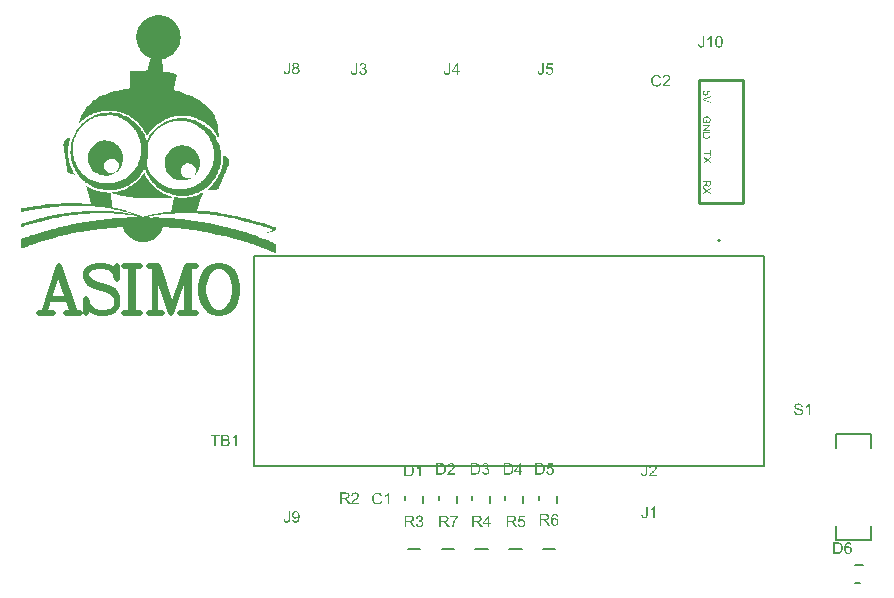
<source format=gto>
G04*
G04 #@! TF.GenerationSoftware,Altium Limited,Altium Designer,22.5.1 (42)*
G04*
G04 Layer_Color=65535*
%FSLAX44Y44*%
%MOMM*%
G71*
G04*
G04 #@! TF.SameCoordinates,8C462A5C-675D-4BC4-B2B0-4FF287324B2F*
G04*
G04*
G04 #@! TF.FilePolarity,Positive*
G04*
G01*
G75*
%ADD10C,0.2000*%
%ADD11C,0.0716*%
%ADD12C,0.1500*%
%ADD13C,0.1270*%
%ADD14C,0.2540*%
%ADD15C,0.5000*%
G36*
X567896Y949760D02*
X567996Y949460D01*
X569395Y949060D01*
X571994Y948860D01*
X573193Y948661D01*
X573793Y948061D01*
X575092Y947761D01*
X577591Y946262D01*
X578991Y945262D01*
X579390Y944862D01*
X579690Y944762D01*
X579890Y944363D01*
X581489Y942763D01*
X581689Y942364D01*
X582289Y941964D01*
X582889Y940964D01*
X583888Y939165D01*
X584288Y938166D01*
X584488Y937366D01*
X585088Y935966D01*
X585288Y935167D01*
X585588Y932868D01*
X585788Y931668D01*
X585887Y929969D01*
X585688Y929370D01*
X585388Y927670D01*
X585188Y925871D01*
X584988Y925071D01*
X584288Y923372D01*
X582889Y920773D01*
X582489Y920374D01*
X581889Y919374D01*
X581489Y918974D01*
X581290Y918575D01*
X580290Y917575D01*
X580090Y917175D01*
X579490Y916575D01*
X579291Y916176D01*
X578591Y915676D01*
X578191Y915276D01*
X577192Y914676D01*
X573793Y913077D01*
X572394Y912477D01*
X570894Y912178D01*
X570495Y911978D01*
X570695Y903781D01*
X570894Y903182D01*
X571094Y901782D01*
X571394Y901482D01*
X573793Y901283D01*
X574393Y901083D01*
X576592Y900883D01*
X577192Y900683D01*
X578191Y900283D01*
X579590Y900083D01*
X581489Y899783D01*
X582289Y899383D01*
X582689Y898384D01*
X582489Y897584D01*
X581889Y895385D01*
X581689Y894586D01*
X581390Y892686D01*
X580690Y890388D01*
X580490Y888389D01*
X580090Y887389D01*
X579890Y886589D01*
X580090Y885790D01*
X582089Y885390D01*
X583189Y884890D01*
X584588Y884690D01*
X586587Y883891D01*
X587887Y883591D01*
X588586Y883291D01*
X589586Y882891D01*
X590685Y882591D01*
X591585Y882091D01*
X592384Y881891D01*
X593684Y881392D01*
X593984Y881092D01*
X595083Y880792D01*
X599381Y878693D01*
X599781Y878293D01*
X601580Y877294D01*
X602980Y876494D01*
X603379Y876094D01*
X604779Y875295D01*
X605778Y874295D01*
X606778Y873695D01*
X611276Y869197D01*
X611476Y868798D01*
X612275Y867998D01*
X612875Y866998D01*
X613275Y866599D01*
X613475Y865799D01*
X614074Y865199D01*
X614574Y863900D01*
X614874Y863600D01*
X615274Y862600D01*
X616073Y860801D01*
X616373Y859502D01*
X616873Y858402D01*
X617173Y856104D01*
X617473Y855004D01*
X617773Y853505D01*
X617873Y853405D01*
Y853205D01*
X617973Y846508D01*
X617573Y846308D01*
X617073Y846808D01*
X616873Y847607D01*
X616073Y848407D01*
X615474Y849407D01*
X615074Y849806D01*
X614474Y850806D01*
X614074Y851206D01*
X613875Y851606D01*
X612075Y853405D01*
X611875Y853804D01*
X611276Y854204D01*
X611076Y854604D01*
X610776Y854904D01*
X610376Y855104D01*
X610076Y855404D01*
X609976Y855704D01*
X609576Y855904D01*
X609077Y856203D01*
X608977Y856503D01*
X607977Y857103D01*
X607577Y857503D01*
X607178Y857703D01*
X606078Y858602D01*
X605079Y859002D01*
X604579Y859502D01*
X603579Y859902D01*
X602380Y860701D01*
X601380Y860901D01*
X600781Y861501D01*
X598981Y861901D01*
X598582Y862301D01*
X597782Y862501D01*
X596283Y862800D01*
X593984Y863500D01*
X590985Y863700D01*
X590385Y863900D01*
X589586Y864100D01*
X583588Y863900D01*
X582989Y863700D01*
X580990Y863500D01*
X579191Y863300D01*
X577791Y862700D01*
X575692Y862201D01*
X574593Y861701D01*
X573793Y861501D01*
X571194Y860102D01*
X569395Y859102D01*
X567996Y858302D01*
X567596Y857903D01*
X566596Y857303D01*
X566197Y856903D01*
X565797Y856703D01*
X565297Y856403D01*
X565197Y856104D01*
X564797Y855904D01*
X563798Y854904D01*
X563398Y854704D01*
X563098Y854404D01*
X562998Y854104D01*
X562598Y853904D01*
X562099Y853405D01*
X561899Y853005D01*
X561299Y852605D01*
X561099Y852205D01*
X560299Y851406D01*
X560099Y851006D01*
X559500Y850406D01*
X558900Y849407D01*
X558300Y848807D01*
X558100Y848207D01*
X557401Y847507D01*
X556901Y847607D01*
X556701Y848407D01*
X555102Y851206D01*
X554202Y852905D01*
X553902Y853005D01*
X553103Y854404D01*
X552203Y855504D01*
X551703Y856203D01*
X550704Y857203D01*
X550504Y857603D01*
X549904Y858003D01*
X549704Y858402D01*
X549404Y858702D01*
X549005Y858902D01*
X548505Y859602D01*
X547805Y860102D01*
X547006Y860901D01*
X546606Y861101D01*
X546006Y861701D01*
X545406Y861901D01*
X544807Y862501D01*
X543807Y863100D01*
X543407Y863500D01*
X542607Y863700D01*
X541208Y864699D01*
X540409Y864899D01*
X539809Y865499D01*
X538609Y865699D01*
X538010Y866299D01*
X536211Y866699D01*
X534811Y867298D01*
X533412Y867498D01*
X532612Y867698D01*
X531613Y868098D01*
X530213Y868298D01*
X525815Y868498D01*
X519618Y868298D01*
X519018Y868098D01*
X516819Y867498D01*
X515320Y867198D01*
X514321Y866798D01*
X513221Y866499D01*
X512421Y866299D01*
X512022Y866099D01*
X511622Y865699D01*
X510822Y865499D01*
X509823Y864899D01*
X508823Y864500D01*
X507824Y863900D01*
X506424Y863100D01*
X506024Y862700D01*
X504625Y861901D01*
X504225Y861501D01*
X503825Y861301D01*
X503226Y860701D01*
X502826Y860501D01*
X500827Y858502D01*
X500427Y858302D01*
X499827Y858103D01*
X499727Y858802D01*
X500527Y860601D01*
X500827Y861701D01*
X501227Y862700D01*
X501526Y863000D01*
X501826Y864699D01*
X502326Y865199D01*
X502826Y866499D01*
X503726Y867998D01*
X504525Y869397D01*
X504825Y869897D01*
X505225Y870097D01*
X505525Y870397D01*
X506124Y871396D01*
X507024Y872496D01*
X509623Y875095D01*
X510023Y875295D01*
X510822Y876094D01*
X511222Y876294D01*
X512022Y877094D01*
X513021Y877693D01*
X515220Y879093D01*
X517819Y880492D01*
X519818Y881292D01*
X520218Y881692D01*
X521517Y881992D01*
X523217Y882691D01*
X525116Y883391D01*
X526815Y883891D01*
X527814Y884090D01*
X529214Y884690D01*
X531513Y884990D01*
X532612Y885490D01*
X533412Y885690D01*
X535611Y885890D01*
X536211Y886090D01*
X537610Y886489D01*
X539009Y886689D01*
X540808Y886889D01*
X541408Y887089D01*
X542707Y887389D01*
X542907Y887989D01*
X543107Y901383D01*
X543407Y901682D01*
X546606Y901882D01*
X548605Y902082D01*
X554702Y902382D01*
X557501Y902582D01*
X558100Y903182D01*
X558300Y904581D01*
X558500Y905780D01*
X559100Y907180D01*
X559300Y907979D01*
X559500Y909179D01*
X560099Y910578D01*
X560499Y912777D01*
X559999Y913277D01*
X559200Y913477D01*
X558000Y914277D01*
X557201Y914476D01*
X556601Y915076D01*
X555602Y915676D01*
X555002Y916276D01*
X554602Y916476D01*
X554302Y916775D01*
X554202Y917075D01*
X553802Y917275D01*
X553303Y917775D01*
X553203Y918075D01*
X552903Y918175D01*
X552703Y918575D01*
X551703Y919574D01*
X551104Y920574D01*
X549904Y922773D01*
X549704Y923372D01*
X549504Y924172D01*
X548705Y925971D01*
X548505Y927970D01*
X548305Y928770D01*
X548105Y930769D01*
X548305Y932968D01*
X548505Y933568D01*
X548705Y935567D01*
X548905Y935966D01*
X548705Y936566D01*
X549005Y936866D01*
X549404Y937066D01*
X549704Y937366D01*
X550004Y938465D01*
X550904Y939765D01*
X551104Y940564D01*
X551703Y941164D01*
X552303Y942164D01*
X552703Y942563D01*
X552903Y942963D01*
X555002Y945062D01*
X555402Y945262D01*
X556201Y946062D01*
X556801Y946262D01*
X557401Y946861D01*
X558200Y947061D01*
X558800Y947661D01*
X560399Y948061D01*
X561399Y948661D01*
X562198Y948860D01*
X565597Y949060D01*
X566297Y949560D01*
X566396Y949860D01*
X567896Y949760D01*
D02*
G37*
G36*
X492031Y845309D02*
X492131Y844009D01*
X491331Y842810D01*
X491131Y840011D01*
X490931Y839411D01*
X490732Y838612D01*
X490532Y837012D01*
X490332Y836413D01*
X490432Y834114D01*
X490332Y831215D01*
X490532Y830615D01*
X490732Y829016D01*
X490931Y828416D01*
X491131Y827017D01*
X491331Y826217D01*
X491531Y824818D01*
X492131Y823419D01*
X492431Y822119D01*
X492731Y821819D01*
X493130Y820420D01*
X493730Y819420D01*
X494130Y818421D01*
X494330Y817821D01*
X494930Y817222D01*
X495130Y816422D01*
X495329Y816022D01*
X495629Y815722D01*
X495929Y815622D01*
X496129Y814823D01*
X496029Y814123D01*
X494730Y814423D01*
X493830Y814723D01*
X492831Y814923D01*
X491831Y815322D01*
X490432Y815522D01*
X490132Y815822D01*
X489932Y817621D01*
X489732Y818221D01*
X489532Y819620D01*
X489332Y820220D01*
X489032Y823718D01*
X488832Y824718D01*
X488633Y825518D01*
X488433Y826717D01*
X488333Y828416D01*
Y828616D01*
X488133Y830016D01*
X487933Y831615D01*
X487733Y832215D01*
X487533Y833014D01*
X487333Y835013D01*
X487133Y836413D01*
X486933Y838212D01*
X486733Y838811D01*
X486534Y839611D01*
X486733Y841210D01*
X487133Y842210D01*
X487333Y842610D01*
X488233Y843709D01*
X488633Y844109D01*
X489032Y844309D01*
X490831Y845309D01*
X491431Y845508D01*
X492031Y845309D01*
D02*
G37*
G36*
X622770Y830715D02*
X623570Y829916D01*
X624370Y829716D01*
X625069Y829016D01*
X625169Y828916D01*
X625869Y828216D01*
X626669Y826417D01*
X626869Y825018D01*
X626669Y822619D01*
X625869Y821220D01*
X625369Y819920D01*
X624869Y818821D01*
X624669Y818021D01*
X623870Y816822D01*
X623670Y815622D01*
X622870Y814423D01*
X622570Y813323D01*
X621871Y811624D01*
X620871Y809425D01*
X620471Y808426D01*
X620072Y808026D01*
X619772Y806526D01*
X619272Y806027D01*
X619072Y805227D01*
X618672Y804228D01*
X618073Y802828D01*
X617873Y802228D01*
X617373Y801729D01*
X615274Y801629D01*
X613774Y801729D01*
X613175Y801529D01*
X608677Y801429D01*
X609077Y802428D01*
X609776Y803128D01*
X610176Y803328D01*
X613075Y806227D01*
X613275Y806626D01*
X614274Y807626D01*
X614474Y808026D01*
X615074Y808625D01*
X615674Y809625D01*
X616673Y811024D01*
X617473Y812424D01*
X618672Y814623D01*
X618872Y815222D01*
X619272Y816222D01*
X619872Y817621D01*
X620271Y819221D01*
X620671Y819620D01*
X620871Y821020D01*
X621371Y823119D01*
X621571Y823918D01*
X621771Y825917D01*
X621971Y830315D01*
X622371Y830915D01*
X622770Y830715D01*
D02*
G37*
G36*
X555502Y815622D02*
X555701Y814823D01*
X555901Y814223D01*
X556901Y812424D01*
X557701Y811024D01*
X558300Y810425D01*
X559100Y809025D01*
X559999Y807926D01*
X560999Y806726D01*
X561499Y806027D01*
X564397Y803128D01*
X564797Y802928D01*
X565797Y801929D01*
X566197Y801729D01*
X566596Y801329D01*
X566996Y801129D01*
X568396Y800129D01*
X569395Y799530D01*
X571194Y798530D01*
X572194Y798130D01*
X573193Y797531D01*
X574193Y797131D01*
X574992Y796931D01*
X576392Y796331D01*
X577691Y796031D01*
X578791Y795332D01*
X578891Y795232D01*
X578391Y794732D01*
X573893Y794432D01*
X568895Y794232D01*
X561599Y794132D01*
X560999Y794332D01*
X546606Y794532D01*
X546006Y794732D01*
X544906Y795032D01*
X544107Y795232D01*
X541908Y795432D01*
X540309Y795631D01*
X539509Y795831D01*
X538409Y796131D01*
X537610Y796331D01*
X535411Y796531D01*
X534011Y797131D01*
X531213Y797531D01*
X529813Y798130D01*
X527814Y798330D01*
X527215Y798530D01*
X526715Y798030D01*
X526915Y794832D01*
X527115Y794232D01*
X527315Y793432D01*
X527514Y792033D01*
X527814Y788935D01*
X528014Y787135D01*
X528414Y786736D01*
X529414Y786336D01*
X530413Y786136D01*
X531013Y785936D01*
X532412Y785736D01*
X533212Y785536D01*
X534211Y785136D01*
X535611Y784936D01*
X536910Y784637D01*
X537210Y784337D01*
X538609Y783937D01*
X540209Y783737D01*
X540708Y783237D01*
X540608Y782737D01*
X537810Y782937D01*
X536810Y783537D01*
X536011Y783737D01*
X533712Y784037D01*
X532612Y784337D01*
X531013Y784736D01*
X529014Y784936D01*
X528414Y785136D01*
X527315Y785436D01*
X526515Y785636D01*
X522917Y786036D01*
X521217Y786536D01*
X518019Y786736D01*
X515120Y787036D01*
X514321Y787235D01*
X513321Y787435D01*
X510522Y787635D01*
X501127Y787835D01*
X496029Y787935D01*
X495429Y787735D01*
X483835Y787535D01*
X483235Y787335D01*
X481636Y787135D01*
X481036Y786936D01*
X475738Y786636D01*
X474139Y786436D01*
X473040Y786136D01*
X471640Y785936D01*
X468442Y785736D01*
X467642Y785536D01*
X466543Y785236D01*
X465743Y785036D01*
X463344Y784837D01*
X461745Y784637D01*
X460945Y784437D01*
X459846Y784137D01*
X458447Y783937D01*
X456048Y783737D01*
X455048Y783337D01*
X454248Y783137D01*
X452249Y782937D01*
X451450Y782737D01*
X450950Y782837D01*
X451050Y785736D01*
X453649Y785936D01*
X454648Y786336D01*
X455448Y786536D01*
X456847Y786736D01*
X460246Y786936D01*
X461245Y787335D01*
X462045Y787535D01*
X466943Y787835D01*
X468542Y788435D01*
X468842Y788735D01*
X473739Y789035D01*
X475339Y789234D01*
X478037Y789534D01*
X480636Y789734D01*
X488932Y790034D01*
X499427Y790134D01*
X500027Y789934D01*
X505525Y789634D01*
X507924Y789434D01*
X509123Y789234D01*
X510023Y789135D01*
X510322Y789434D01*
X509923Y791234D01*
X509523Y792233D01*
X509223Y793532D01*
X508823Y794532D01*
X508523Y795631D01*
X508124Y797231D01*
X507524Y798630D01*
X507224Y800129D01*
X506924Y800829D01*
X506524Y801829D01*
X506324Y803228D01*
X505924Y804228D01*
X506124Y804627D01*
X506424Y804727D01*
X507824Y803928D01*
X509023Y803128D01*
X511222Y802129D01*
X512521Y801629D01*
X513621Y801129D01*
X515420Y800729D01*
X516819Y800129D01*
X518719Y799829D01*
X519718Y799630D01*
X520818Y799330D01*
X525815Y799130D01*
X527315Y799030D01*
X528214Y799330D01*
X529214Y799530D01*
X529414D01*
X531613Y799730D01*
X532212Y799930D01*
X533012Y800129D01*
X534411Y800329D01*
X535811Y800929D01*
X537110Y801229D01*
X539209Y802129D01*
X543407Y804327D01*
X543807Y804727D01*
X544807Y805327D01*
X547305Y807226D01*
X547605Y807526D01*
X548005Y807726D01*
X549204Y808925D01*
X549604Y809125D01*
X550104Y809825D01*
X551703Y811424D01*
X551903Y811824D01*
X552703Y812624D01*
X553303Y813623D01*
X553702Y814023D01*
X553902Y814423D01*
X554702Y815822D01*
X555002Y816122D01*
X555502Y815622D01*
D02*
G37*
G36*
X528614Y866699D02*
X530013Y866499D01*
X530813Y866299D01*
X533412Y866099D01*
X535211Y865299D01*
X536810Y865099D01*
X537210Y864699D01*
X538209Y864300D01*
X539209Y864100D01*
X539809Y863500D01*
X540908Y863200D01*
X541408Y862700D01*
X542707Y862201D01*
X543407Y861501D01*
X544407Y860901D01*
X545806Y859902D01*
X546906Y859002D01*
X547205Y858702D01*
X547605Y858502D01*
X549904Y856203D01*
X550104Y855804D01*
X551503Y854404D01*
X552003Y853505D01*
X552303Y853405D01*
X552703Y852405D01*
X553502Y851606D01*
X553702Y850806D01*
X554302Y850206D01*
X554802Y848907D01*
X555302Y848407D01*
X555602Y847108D01*
X556101Y846408D01*
X556501Y845408D01*
X556701Y844009D01*
X557401Y843909D01*
X558300Y844609D01*
X558600Y845708D01*
X559100Y846208D01*
X559300Y846608D01*
X560999Y849107D01*
X561998Y850306D01*
X562498Y851006D01*
X565197Y853705D01*
X565597Y853904D01*
X566796Y855104D01*
X567196Y855304D01*
X567596Y855704D01*
X567996Y855904D01*
X568396Y856303D01*
X568795Y856503D01*
X569795Y857103D01*
X570195Y857503D01*
X571194Y857903D01*
X572194Y858502D01*
X574393Y859502D01*
X576992Y860501D01*
X579091Y861001D01*
X579990Y861301D01*
X580790Y861501D01*
X583888Y861801D01*
X585488Y862001D01*
X588986Y862101D01*
X589586Y861901D01*
X593984Y861501D01*
X595883Y860801D01*
X597882Y860402D01*
X599581Y859702D01*
X600881Y859202D01*
X601180Y858902D01*
X602480Y858402D01*
X602980Y857903D01*
X604279Y857403D01*
X604979Y856703D01*
X605778Y856503D01*
X606378Y855904D01*
X606778Y855704D01*
X607577Y854904D01*
X607977Y854704D01*
X608577Y854104D01*
X608977Y853904D01*
X609976Y852905D01*
X610376Y852705D01*
X610876Y852005D01*
X612075Y850806D01*
X612275Y850406D01*
X613275Y849407D01*
X613475Y849007D01*
X614074Y848407D01*
X614674Y847408D01*
X615474Y846008D01*
X615874Y845608D01*
X616173Y844509D01*
X616873Y843809D01*
X617073Y842810D01*
X617673Y841810D01*
X618073Y840211D01*
X618872Y838412D01*
X619072Y836812D01*
X619472Y835813D01*
X619672Y835013D01*
X619872Y832414D01*
X620072Y828216D01*
X619872Y827617D01*
X619672Y823019D01*
X619272Y822019D01*
X618972Y820920D01*
X618772Y819720D01*
X618572Y818921D01*
X617873Y817621D01*
X617673Y816422D01*
X617273Y816022D01*
X616673Y814423D01*
X615874Y813223D01*
X615674Y812424D01*
X615074Y811824D01*
X614874Y811224D01*
X612475Y808026D01*
X611875Y807426D01*
X611675Y807026D01*
X608977Y804327D01*
X608577Y804128D01*
X607777Y803328D01*
X606778Y802728D01*
X606378Y802328D01*
X605378Y801729D01*
X604979Y801329D01*
X603979Y800929D01*
X603379Y800329D01*
X602580Y800129D01*
X601380Y799330D01*
X600281Y799030D01*
X598981Y798330D01*
X597482Y798030D01*
X596582Y797531D01*
X595183Y797331D01*
X593884Y797031D01*
X592784Y796731D01*
X591985Y796531D01*
X585788Y796331D01*
X581989Y796531D01*
X581689Y796631D01*
X581589Y796731D01*
X580790Y796931D01*
X579790Y797331D01*
X577591Y797531D01*
X575792Y798330D01*
X574793Y798530D01*
X574393Y798930D01*
X573393Y799330D01*
X572594Y799530D01*
X571994Y800129D01*
X571194Y800329D01*
X569995Y801129D01*
X568995Y801729D01*
X568596Y802129D01*
X567596Y802728D01*
X567196Y803128D01*
X566796Y803328D01*
X566197Y803928D01*
X565797Y804128D01*
X564997Y804927D01*
X564597Y805127D01*
X562898Y806826D01*
X562698Y807226D01*
X561499Y808426D01*
X560899Y809425D01*
X560499Y809825D01*
X560299Y810225D01*
X559700Y810824D01*
X558900Y812224D01*
X557900Y814023D01*
X557501Y815023D01*
X556501Y817222D01*
X556201Y818321D01*
X555602Y819321D01*
X554702Y819221D01*
X554502Y818421D01*
X554302Y817821D01*
X553902Y817421D01*
X553702Y817022D01*
X552303Y814823D01*
X552103Y814423D01*
X551503Y813823D01*
X551303Y813423D01*
X550504Y812624D01*
X550304Y812224D01*
X547006Y808925D01*
X546606Y808725D01*
X546006Y808126D01*
X545606Y807926D01*
X544807Y807126D01*
X543407Y806327D01*
X541208Y804927D01*
X540409Y804727D01*
X540009Y804327D01*
X538409Y803728D01*
X537010Y803128D01*
X535911Y802828D01*
X534911Y802428D01*
X533812Y802129D01*
X532212Y801929D01*
X531213Y801529D01*
X529314Y801229D01*
X522017Y801129D01*
X521417Y801329D01*
X518918Y801829D01*
X518119Y802029D01*
X516919Y802228D01*
X515920Y802428D01*
X515020Y802928D01*
X513421Y803328D01*
X511622Y804128D01*
X510622Y804727D01*
X507624Y806327D01*
X507024Y806926D01*
X506024Y807526D01*
X504925Y808426D01*
X504625Y808725D01*
X504225Y808925D01*
X503426Y809725D01*
X503026Y809925D01*
X501726Y811224D01*
X501526Y811624D01*
X500927Y812024D01*
X500727Y812424D01*
X499927Y813223D01*
X499727Y813623D01*
X499128Y814223D01*
X498928Y814623D01*
X498128Y815822D01*
X497928Y816222D01*
X496929Y817621D01*
X496729Y818221D01*
X496329Y818621D01*
X496129Y819420D01*
X495529Y820420D01*
X495130Y821420D01*
X494930Y822219D01*
X494330Y823219D01*
X494130Y824018D01*
X493930Y825418D01*
X493330Y826817D01*
X493130Y829416D01*
X492531Y834014D01*
X492731Y834613D01*
X492930Y838212D01*
X493130Y838811D01*
X493430Y841510D01*
X493830Y842510D01*
X494030Y843309D01*
X494230Y844309D01*
X494430Y845109D01*
X494730Y845408D01*
X495130Y846408D01*
X495329Y847208D01*
X495929Y848207D01*
X496129Y849007D01*
X497129Y850406D01*
X498328Y852605D01*
X498928Y853205D01*
X499128Y853605D01*
X499527Y854004D01*
X499727Y854404D01*
X500327Y855004D01*
X500527Y855404D01*
X501526Y856403D01*
X501726Y856803D01*
X502826Y857903D01*
X503226Y858103D01*
X504625Y859502D01*
X505025Y859702D01*
X506124Y860601D01*
X506824Y861101D01*
X509023Y862501D01*
X513221Y864500D01*
X514621Y865099D01*
X515420Y865299D01*
X516619Y865499D01*
X518019Y866099D01*
X520018Y866299D01*
X521917Y866599D01*
X522917Y866798D01*
X528014Y866898D01*
X528614Y866699D01*
D02*
G37*
G36*
X604679Y798830D02*
X604479Y797631D01*
X604079Y797231D01*
X603679Y796231D01*
X603479Y794832D01*
X602680Y793033D01*
X602380Y791933D01*
X602080Y791633D01*
X601680Y790034D01*
X601380Y788935D01*
X601080Y788635D01*
X600881Y787835D01*
X600581Y786336D01*
X599881Y785036D01*
X599781Y784137D01*
X599981Y783537D01*
X607178Y783337D01*
X607777Y783137D01*
X613475Y782837D01*
X615474Y782438D01*
X617073Y782238D01*
X618272Y782038D01*
X619072Y781838D01*
X620671Y781238D01*
X623370Y780938D01*
X625269Y780638D01*
X626269Y780239D01*
X627268Y780039D01*
X629467Y779839D01*
X630267Y779639D01*
X631366Y779139D01*
X634265Y778839D01*
X635265Y778439D01*
X636164Y778140D01*
X638463Y777840D01*
X639563Y777340D01*
X640362Y777140D01*
X642361Y776940D01*
X643361Y776340D01*
X646160Y775941D01*
X647159Y775341D01*
X648558Y775141D01*
X649858Y774841D01*
X650757Y774341D01*
X652656Y774042D01*
X653356Y773742D01*
X654356Y773342D01*
X656055Y773042D01*
X657754Y772342D01*
X659453Y772042D01*
X660353Y771543D01*
X661153Y771343D01*
X662352Y771143D01*
X664151Y770343D01*
X665551Y770143D01*
X666550Y769544D01*
X666850Y769444D01*
X666650Y767045D01*
X664951Y766545D01*
X663751Y766345D01*
X663551Y765945D01*
X662552Y765545D01*
X660753Y765346D01*
X660153Y764746D01*
X658954Y764946D01*
X658854Y765246D01*
X659154Y765545D01*
X660753Y765745D01*
X661153Y766345D01*
X662552Y766745D01*
X663352Y766945D01*
X663452Y767644D01*
X662952Y768344D01*
X660553Y768744D01*
X659553Y769344D01*
X658154Y769544D01*
X656355Y770343D01*
X654956Y770543D01*
X653156Y771343D01*
X651257Y771643D01*
X650557Y771942D01*
X649558Y772342D01*
X647959Y772542D01*
X646959Y773142D01*
X646160Y773342D01*
X644560Y773542D01*
X643161Y774141D01*
X642361Y774341D01*
X640762Y774541D01*
X639762Y775141D01*
X637763Y775341D01*
X636964Y775541D01*
X635564Y776141D01*
X633166Y776340D01*
X631366Y777140D01*
X628768Y777340D01*
X627368Y777940D01*
X625369Y778140D01*
X623470Y778439D01*
X622171Y778939D01*
X620771Y779139D01*
X617773Y779339D01*
X616773Y779739D01*
X615974Y779939D01*
X612175Y780139D01*
X611376Y780339D01*
X609876Y780638D01*
X608677Y780838D01*
X605279Y781038D01*
X602080Y781238D01*
X599681Y781438D01*
X593784Y781738D01*
X589086Y781838D01*
X583489Y781638D01*
X578091Y781238D01*
X574493Y781038D01*
X571694Y780838D01*
X570495Y780638D01*
X568695Y780439D01*
X567696Y780239D01*
X566097Y780039D01*
X563898Y779839D01*
X561899Y779639D01*
X560799Y779139D01*
X559400Y778939D01*
X558400Y778739D01*
X558300Y778439D01*
X558600Y778140D01*
X561599Y777940D01*
X562198Y778140D01*
X572794Y777940D01*
X572993D01*
X574393Y777740D01*
X576292Y777440D01*
X578691Y777240D01*
X583489Y777040D01*
X585488Y776840D01*
X586587Y776540D01*
X587387Y776340D01*
X591785Y776141D01*
X593684Y775841D01*
X595383Y775341D01*
X599981Y774941D01*
X600581Y774741D01*
X601380Y774541D01*
X602780Y774341D01*
X604779Y774141D01*
X606278Y773842D01*
X607577Y773342D01*
X610376Y773142D01*
X610976Y772942D01*
X612275Y772442D01*
X614474Y772242D01*
X615474Y772042D01*
X617173Y771543D01*
X618572Y771343D01*
X619372Y771143D01*
X621571Y770543D01*
X622371Y770343D01*
X624170Y770143D01*
X625569Y769544D01*
X626369Y769344D01*
X628168Y769144D01*
X629567Y768544D01*
X630967Y768344D01*
X632066Y768044D01*
X633366Y767544D01*
X635265Y767245D01*
X635564Y766945D01*
X636964Y766545D01*
X638363Y766345D01*
X638763Y765945D01*
X640362Y765545D01*
X641362Y765346D01*
X642761Y764746D01*
X644061Y764446D01*
X644760Y764146D01*
X645760Y763746D01*
X647259Y763446D01*
X648958Y762747D01*
X650258Y762447D01*
X650557Y762147D01*
X652357Y761347D01*
X653356Y760948D01*
X654156Y760748D01*
X656155Y759948D01*
X656954Y759748D01*
X658754Y758949D01*
X659553Y758749D01*
X661352Y757949D01*
X662452Y757649D01*
X662752Y757349D01*
X663751Y756949D01*
X664851Y756649D01*
X665151Y756350D01*
X666150Y755950D01*
X666850Y755850D01*
X666750Y747554D01*
X666150Y747754D01*
X665751Y748154D01*
X664951Y748353D01*
X663651Y748853D01*
X663352Y749153D01*
X661752Y749553D01*
X661352Y749953D01*
X660353Y750352D01*
X659353Y750552D01*
X658954Y750952D01*
X657354Y751352D01*
X655555Y752152D01*
X654756Y752352D01*
X652956Y753151D01*
X651857Y753451D01*
X650957Y753951D01*
X650158Y754151D01*
X648958Y754351D01*
X648558Y754750D01*
X647159Y755150D01*
X646359Y755350D01*
X645360Y755950D01*
X643661Y756250D01*
X642361Y756949D01*
X640662Y757249D01*
X638963Y757949D01*
X637464Y758249D01*
X635764Y758949D01*
X634265Y759248D01*
X633166Y759748D01*
X632366Y759948D01*
X630967Y760148D01*
X629567Y760748D01*
X628168Y760948D01*
X627368Y761147D01*
X625969Y761747D01*
X624070Y762047D01*
X623270Y762247D01*
X621671Y762447D01*
X619272Y762847D01*
X617573Y763346D01*
X616173Y763546D01*
X615374Y763746D01*
X613175Y764346D01*
X611776Y764546D01*
X610276Y764846D01*
X609477Y765046D01*
X608377Y765346D01*
X605878Y765645D01*
X605079Y765845D01*
X603979Y766145D01*
X600581Y766545D01*
X598482Y767045D01*
X596083Y767445D01*
X593484Y767644D01*
X592684Y767844D01*
X591685Y768044D01*
X589886Y768244D01*
X587487Y768444D01*
X584288Y768844D01*
X583289Y769044D01*
X581290Y769244D01*
X577291Y769444D01*
X574493Y769643D01*
X571894Y769843D01*
X571194Y769943D01*
X570794Y769544D01*
X570495Y769444D01*
X570095Y768044D01*
X569895Y767245D01*
X569295Y766645D01*
X568895Y765645D01*
X568495Y765246D01*
X567896Y764246D01*
X566996Y762947D01*
X566596Y762747D01*
X566097Y762047D01*
X565597Y761547D01*
X565197Y761347D01*
X564997Y760948D01*
X563998Y760348D01*
X563598Y759948D01*
X562198Y759148D01*
X561199Y758749D01*
X559000Y757749D01*
X557601Y757549D01*
X557001Y757349D01*
X556201Y757149D01*
X552603Y756949D01*
X552003Y757149D01*
X550804Y757349D01*
X550204Y757549D01*
X549404Y757749D01*
X548005Y757949D01*
X546806Y758749D01*
X545806Y758949D01*
X545206Y759548D01*
X543807Y760348D01*
X542408Y761347D01*
X540908Y762847D01*
X540808Y763147D01*
X540409Y763346D01*
X540109Y763646D01*
X539509Y764646D01*
X539109Y765046D01*
X538110Y767245D01*
X537310Y769044D01*
X536810Y769943D01*
X533112Y769643D01*
X530313Y769444D01*
X527115Y769244D01*
X524716Y769044D01*
X523716Y768844D01*
X522517Y768644D01*
X517719Y768244D01*
X515320Y767844D01*
X514520Y767644D01*
X512521Y767445D01*
X510322Y767245D01*
X509323Y767045D01*
X508223Y766745D01*
X506824Y766545D01*
X504825Y766345D01*
X502726Y765845D01*
X501627Y765545D01*
X500327Y765445D01*
X498028Y765545D01*
X496629Y764946D01*
X495829Y764746D01*
X493430Y764546D01*
X492431Y764146D01*
X491031Y763746D01*
X489032Y763546D01*
X487633Y762947D01*
X484834Y762547D01*
X484434Y762147D01*
X483035Y761947D01*
X481236Y761547D01*
X479837Y760948D01*
X477738Y760648D01*
X476638Y760148D01*
X475838Y759948D01*
X474339Y759648D01*
X473240Y759148D01*
X472440Y758949D01*
X471041Y758749D01*
X470041Y758149D01*
X468642Y757949D01*
X466843Y757149D01*
X465443Y756949D01*
X465043Y756749D01*
X463644Y756150D01*
X462245Y755950D01*
X461645Y755350D01*
X459346Y754850D01*
X458447Y754351D01*
X456847Y753951D01*
X455448Y753351D01*
X454148Y752851D01*
X453049Y752352D01*
X452249Y752152D01*
X451050Y751752D01*
X450950Y759648D01*
X452549Y760248D01*
X452849Y760548D01*
X454948Y761048D01*
X455648Y761547D01*
X456247Y761747D01*
X457447Y761947D01*
X457847Y762347D01*
X459246Y762747D01*
X460446Y762947D01*
X460845Y763346D01*
X463244Y763946D01*
X463644Y764346D01*
X465943Y764846D01*
X466643Y765146D01*
X467642Y765545D01*
X469142Y765845D01*
X470041Y766345D01*
X471441Y766545D01*
X472540Y766845D01*
X473639Y767345D01*
X475039Y767544D01*
X476138Y767844D01*
X477238Y768344D01*
X479337Y768644D01*
X480436Y769144D01*
X481236Y769344D01*
X483135Y769643D01*
X484135Y770043D01*
X485234Y770343D01*
X487233Y770543D01*
X488633Y771143D01*
X491431Y771543D01*
X492431Y771942D01*
X493230Y772142D01*
X495229Y772342D01*
X496029Y772542D01*
X498228Y773142D01*
X501627Y773542D01*
X502626Y773941D01*
X504025Y774141D01*
X506024Y774341D01*
X507424Y774541D01*
X508423Y774941D01*
X510422Y775141D01*
X513221Y775341D01*
X513821Y775541D01*
X514920Y775841D01*
X516120Y776041D01*
X519718Y776240D01*
X521517Y776440D01*
X522517Y776640D01*
X523316Y776840D01*
X524916Y777040D01*
X529714Y777240D01*
X532112Y777440D01*
X534811Y777740D01*
X535611Y777940D01*
X544807Y778140D01*
X545206Y777940D01*
X545806Y778140D01*
X548505Y778040D01*
X549304Y778240D01*
X549504Y778639D01*
X548405Y779139D01*
X547105Y779439D01*
X545406Y779939D01*
X540608Y780139D01*
X540009Y780339D01*
X538609Y780538D01*
X537810Y780738D01*
X531413Y781138D01*
X527514Y781438D01*
X525116Y781638D01*
X519718Y781838D01*
X517419Y781938D01*
X516819Y781738D01*
X509023Y781538D01*
X508423Y781338D01*
X502726Y781038D01*
X499527Y780838D01*
X497528Y780439D01*
X496329Y780239D01*
X493930Y780039D01*
X491731Y779839D01*
X490632Y779539D01*
X489032Y779139D01*
X485834Y778939D01*
X484434Y778339D01*
X483635Y778140D01*
X480836Y777940D01*
X479437Y777340D01*
X478037Y777140D01*
X476238Y776940D01*
X475838Y776540D01*
X473040Y776141D01*
X471940Y775841D01*
X471640Y775541D01*
X470241Y775341D01*
X468542Y775041D01*
X467442Y774541D01*
X466043Y774341D01*
X464744Y774042D01*
X463644Y773542D01*
X462844Y773342D01*
X461245Y773142D01*
X459846Y772542D01*
X459046Y772342D01*
X458047Y772142D01*
X456647Y771543D01*
X454948Y771243D01*
X453249Y770543D01*
X452049Y770343D01*
X451050Y769943D01*
X450950Y772842D01*
X451250Y773142D01*
X453049Y773342D01*
X453649Y773542D01*
X455448Y774341D01*
X457047Y774541D01*
X457447Y774941D01*
X458846Y775141D01*
X460046Y775341D01*
X461845Y776141D01*
X463844Y776340D01*
X465243Y776940D01*
X466043Y777140D01*
X467842Y777340D01*
X468242Y777740D01*
X471840Y778339D01*
X473240Y778939D01*
X475938Y779239D01*
X477038Y779739D01*
X478437Y779939D01*
X480736Y780239D01*
X482435Y780738D01*
X483835Y780938D01*
X486034Y781138D01*
X487033Y781538D01*
X488433Y781738D01*
X490432Y781938D01*
X492631Y782138D01*
X493230Y782338D01*
X495130Y782637D01*
X501027Y782937D01*
X504225Y783137D01*
X505625Y783337D01*
X511422Y783537D01*
X511822Y783337D01*
X512421Y783537D01*
X526815Y783337D01*
X527415Y783137D01*
X531713Y782837D01*
X533512Y782637D01*
X535511Y782438D01*
X536510Y782238D01*
X537610Y781938D01*
X540908Y782038D01*
X541008Y782737D01*
X542308Y782837D01*
X543107Y782637D01*
X543507Y782238D01*
X543007Y781738D01*
X541308Y781638D01*
X541608Y781338D01*
X542707Y781238D01*
X543507Y781438D01*
X544407Y781738D01*
X546006Y781538D01*
X546406Y781138D01*
X547505Y780838D01*
X548305Y780638D01*
X549404Y780139D01*
X550204Y779939D01*
X552003Y779139D01*
X553602Y778739D01*
X555901Y779039D01*
X557601Y779339D01*
X558000Y779739D01*
X558800Y779939D01*
X561099Y780239D01*
X561799Y780538D01*
X562798Y780938D01*
X565497Y781238D01*
X567096Y781638D01*
X568096Y781838D01*
X570295Y782038D01*
X571294Y782238D01*
X572094Y782438D01*
X573693Y782637D01*
X576892Y782837D01*
X577491Y783037D01*
X578291Y784837D01*
X578491Y785636D01*
X578691Y787036D01*
X578891Y788035D01*
X579490Y789434D01*
X579690Y791833D01*
X580490Y793632D01*
X580390Y794932D01*
X580790Y795332D01*
X581989Y795132D01*
X582589Y794932D01*
X584588Y794732D01*
X585388Y794532D01*
X590985Y794732D01*
X591585Y794932D01*
X594384Y795332D01*
X595683Y795631D01*
X596682Y796031D01*
X597482Y796231D01*
X598482Y796431D01*
X600181Y797131D01*
X601180Y797531D01*
X601580Y797930D01*
X603179Y798530D01*
X603579Y798930D01*
X604379Y799130D01*
X604679Y798830D01*
D02*
G37*
G36*
X451550Y776840D02*
Y776440D01*
X451450Y776340D01*
X450950Y776440D01*
X451050Y776940D01*
X451550Y776840D01*
D02*
G37*
G36*
Y764246D02*
Y764046D01*
X451450Y763946D01*
X450950Y764046D01*
X451050Y764346D01*
X451550Y764246D01*
D02*
G37*
G36*
X1031353Y863590D02*
X1031440D01*
X1031538Y863580D01*
X1031645Y863571D01*
X1031762Y863551D01*
X1032035Y863503D01*
X1032328Y863434D01*
X1032640Y863337D01*
X1032942Y863210D01*
X1032952D01*
X1032981Y863190D01*
X1033020Y863171D01*
X1033079Y863142D01*
X1033147Y863093D01*
X1033215Y863044D01*
X1033401Y862927D01*
X1033596Y862761D01*
X1033791Y862576D01*
X1033976Y862342D01*
X1034064Y862225D01*
X1034142Y862088D01*
Y862078D01*
X1034162Y862059D01*
X1034181Y862010D01*
X1034201Y861961D01*
X1034240Y861893D01*
X1034269Y861805D01*
X1034308Y861708D01*
X1034347Y861600D01*
X1034376Y861484D01*
X1034415Y861357D01*
X1034483Y861064D01*
X1034522Y860752D01*
X1034542Y860401D01*
Y860284D01*
X1034532Y860225D01*
Y860147D01*
X1034513Y859981D01*
X1034483Y859796D01*
X1034445Y859582D01*
X1034386Y859367D01*
X1034308Y859152D01*
Y859143D01*
X1034298Y859123D01*
X1034288Y859094D01*
X1034269Y859055D01*
X1034220Y858957D01*
X1034142Y858830D01*
X1034054Y858684D01*
X1033947Y858538D01*
X1033830Y858392D01*
X1033684Y858265D01*
X1033664Y858255D01*
X1033615Y858216D01*
X1033528Y858158D01*
X1033401Y858080D01*
X1033254Y858001D01*
X1033079Y857923D01*
X1032874Y857845D01*
X1032640Y857777D01*
X1032426Y858548D01*
X1032435D01*
X1032445Y858557D01*
X1032504Y858567D01*
X1032591Y858606D01*
X1032708Y858645D01*
X1032825Y858694D01*
X1032952Y858753D01*
X1033079Y858821D01*
X1033196Y858899D01*
X1033206Y858908D01*
X1033245Y858938D01*
X1033294Y858987D01*
X1033362Y859055D01*
X1033430Y859143D01*
X1033508Y859250D01*
X1033576Y859367D01*
X1033645Y859513D01*
X1033654Y859533D01*
X1033674Y859582D01*
X1033703Y859669D01*
X1033733Y859777D01*
X1033762Y859903D01*
X1033791Y860050D01*
X1033811Y860216D01*
X1033820Y860391D01*
Y860489D01*
X1033811Y860596D01*
X1033801Y860732D01*
X1033772Y860889D01*
X1033742Y861064D01*
X1033693Y861230D01*
X1033635Y861396D01*
X1033625Y861415D01*
X1033606Y861464D01*
X1033567Y861542D01*
X1033508Y861639D01*
X1033440Y861747D01*
X1033362Y861864D01*
X1033274Y861971D01*
X1033167Y862078D01*
X1033157Y862088D01*
X1033118Y862117D01*
X1033059Y862166D01*
X1032981Y862225D01*
X1032884Y862293D01*
X1032777Y862361D01*
X1032660Y862420D01*
X1032533Y862478D01*
X1032523D01*
X1032504Y862488D01*
X1032474Y862498D01*
X1032426Y862517D01*
X1032377Y862537D01*
X1032308Y862556D01*
X1032152Y862595D01*
X1031957Y862644D01*
X1031743Y862683D01*
X1031499Y862712D01*
X1031245Y862722D01*
X1031236D01*
X1031206D01*
X1031167D01*
X1031099Y862712D01*
X1031031D01*
X1030943Y862703D01*
X1030845Y862693D01*
X1030748Y862683D01*
X1030514Y862654D01*
X1030270Y862595D01*
X1030036Y862527D01*
X1029802Y862430D01*
X1029792D01*
X1029772Y862420D01*
X1029743Y862400D01*
X1029704Y862371D01*
X1029607Y862303D01*
X1029480Y862215D01*
X1029343Y862098D01*
X1029197Y861952D01*
X1029061Y861776D01*
X1028943Y861581D01*
Y861571D01*
X1028934Y861552D01*
X1028914Y861523D01*
X1028904Y861484D01*
X1028885Y861435D01*
X1028856Y861366D01*
X1028807Y861220D01*
X1028758Y861035D01*
X1028709Y860840D01*
X1028680Y860615D01*
X1028670Y860381D01*
Y860284D01*
X1028680Y860176D01*
X1028700Y860040D01*
X1028719Y859884D01*
X1028758Y859699D01*
X1028807Y859503D01*
X1028875Y859308D01*
Y859299D01*
X1028885Y859289D01*
X1028895Y859260D01*
X1028914Y859221D01*
X1028953Y859123D01*
X1029012Y859006D01*
X1029080Y858879D01*
X1029158Y858753D01*
X1029246Y858626D01*
X1029334Y858509D01*
X1030543D01*
Y860391D01*
X1031294D01*
Y857680D01*
X1028914D01*
X1028904Y857689D01*
X1028895Y857709D01*
X1028865Y857738D01*
X1028836Y857787D01*
X1028787Y857845D01*
X1028748Y857914D01*
X1028631Y858080D01*
X1028514Y858275D01*
X1028388Y858489D01*
X1028270Y858733D01*
X1028163Y858977D01*
Y858987D01*
X1028153Y859006D01*
X1028144Y859045D01*
X1028124Y859094D01*
X1028105Y859152D01*
X1028085Y859221D01*
X1028066Y859308D01*
X1028046Y859396D01*
X1027997Y859601D01*
X1027958Y859825D01*
X1027929Y860079D01*
X1027919Y860332D01*
Y860420D01*
X1027929Y860489D01*
Y860576D01*
X1027939Y860674D01*
X1027949Y860781D01*
X1027968Y860898D01*
X1028017Y861171D01*
X1028085Y861454D01*
X1028183Y861757D01*
X1028319Y862049D01*
X1028329Y862059D01*
X1028339Y862078D01*
X1028358Y862127D01*
X1028397Y862176D01*
X1028436Y862244D01*
X1028485Y862312D01*
X1028612Y862478D01*
X1028778Y862673D01*
X1028982Y862859D01*
X1029217Y863044D01*
X1029480Y863210D01*
X1029490D01*
X1029519Y863229D01*
X1029558Y863249D01*
X1029616Y863268D01*
X1029685Y863298D01*
X1029772Y863337D01*
X1029870Y863366D01*
X1029987Y863405D01*
X1030104Y863444D01*
X1030241Y863473D01*
X1030533Y863541D01*
X1030855Y863580D01*
X1031197Y863600D01*
X1031206D01*
X1031236D01*
X1031284D01*
X1031353Y863590D01*
D02*
G37*
G36*
X1034435Y855583D02*
X1029402Y852208D01*
X1034435D01*
Y851398D01*
X1028027D01*
Y852266D01*
X1033059Y855631D01*
X1028027D01*
Y856441D01*
X1034435D01*
Y855583D01*
D02*
G37*
G36*
Y847516D02*
X1034425Y847350D01*
X1034415Y847175D01*
X1034396Y846980D01*
X1034366Y846795D01*
X1034337Y846638D01*
Y846629D01*
X1034327Y846609D01*
Y846590D01*
X1034308Y846551D01*
X1034279Y846443D01*
X1034230Y846317D01*
X1034171Y846170D01*
X1034093Y846014D01*
X1033996Y845858D01*
X1033879Y845702D01*
Y845692D01*
X1033859Y845683D01*
X1033801Y845614D01*
X1033703Y845527D01*
X1033576Y845419D01*
X1033420Y845293D01*
X1033235Y845166D01*
X1033020Y845049D01*
X1032777Y844941D01*
X1032767D01*
X1032747Y844932D01*
X1032708Y844922D01*
X1032660Y844902D01*
X1032601Y844883D01*
X1032523Y844863D01*
X1032435Y844834D01*
X1032338Y844815D01*
X1032230Y844795D01*
X1032113Y844766D01*
X1031860Y844727D01*
X1031577Y844697D01*
X1031265Y844688D01*
X1031255D01*
X1031236D01*
X1031197D01*
X1031138D01*
X1031079Y844697D01*
X1031001D01*
X1030826Y844707D01*
X1030631Y844727D01*
X1030406Y844766D01*
X1030182Y844805D01*
X1029968Y844863D01*
X1029958D01*
X1029938Y844873D01*
X1029909Y844883D01*
X1029870Y844893D01*
X1029772Y844932D01*
X1029636Y844980D01*
X1029490Y845039D01*
X1029334Y845117D01*
X1029177Y845205D01*
X1029031Y845302D01*
X1029012Y845312D01*
X1028973Y845351D01*
X1028904Y845400D01*
X1028817Y845478D01*
X1028729Y845556D01*
X1028631Y845663D01*
X1028534Y845770D01*
X1028446Y845888D01*
X1028436Y845897D01*
X1028417Y845946D01*
X1028378Y846014D01*
X1028329Y846102D01*
X1028280Y846209D01*
X1028231Y846336D01*
X1028183Y846482D01*
X1028134Y846648D01*
Y846668D01*
X1028114Y846726D01*
X1028105Y846814D01*
X1028085Y846941D01*
X1028066Y847087D01*
X1028046Y847263D01*
X1028036Y847458D01*
X1028027Y847672D01*
Y849974D01*
X1034435D01*
Y847516D01*
D02*
G37*
G36*
X1035050Y829836D02*
X1034299D01*
Y831943D01*
X1028642D01*
Y832791D01*
X1034299D01*
Y834898D01*
X1035050D01*
Y829836D01*
D02*
G37*
G36*
X1031958Y827134D02*
X1035050Y829319D01*
Y828314D01*
X1033402Y827144D01*
X1033392D01*
X1033382Y827124D01*
X1033314Y827085D01*
X1033226Y827017D01*
X1033119Y826949D01*
X1032992Y826861D01*
X1032855Y826773D01*
X1032738Y826705D01*
X1032621Y826637D01*
X1032641Y826627D01*
X1032680Y826598D01*
X1032748Y826549D01*
X1032836Y826490D01*
X1032943Y826422D01*
X1033070Y826334D01*
X1033197Y826237D01*
X1033333Y826130D01*
X1035050Y824842D01*
Y823915D01*
X1031997Y826149D01*
X1028642Y823740D01*
Y824783D01*
X1030924Y826403D01*
X1030934Y826412D01*
X1030954Y826422D01*
X1030993Y826451D01*
X1031051Y826490D01*
X1031168Y826568D01*
X1031314Y826666D01*
X1031305Y826676D01*
X1031266Y826705D01*
X1031207Y826734D01*
X1031129Y826783D01*
X1030983Y826890D01*
X1030915Y826939D01*
X1030856Y826978D01*
X1028642Y828597D01*
Y829612D01*
X1031958Y827134D01*
D02*
G37*
G36*
X1034542Y806269D02*
X1034532Y806191D01*
Y806113D01*
X1034522Y805918D01*
X1034503Y805713D01*
X1034464Y805499D01*
X1034425Y805294D01*
X1034396Y805196D01*
X1034366Y805108D01*
Y805099D01*
X1034357Y805089D01*
X1034337Y805030D01*
X1034288Y804952D01*
X1034220Y804855D01*
X1034142Y804738D01*
X1034035Y804621D01*
X1033908Y804504D01*
X1033752Y804397D01*
X1033733Y804387D01*
X1033674Y804357D01*
X1033586Y804309D01*
X1033469Y804260D01*
X1033323Y804211D01*
X1033157Y804162D01*
X1032981Y804133D01*
X1032786Y804123D01*
X1032777D01*
X1032757D01*
X1032718D01*
X1032669Y804133D01*
X1032611D01*
X1032542Y804143D01*
X1032386Y804182D01*
X1032201Y804231D01*
X1032016Y804309D01*
X1031821Y804426D01*
X1031723Y804494D01*
X1031635Y804572D01*
X1031616Y804592D01*
X1031596Y804621D01*
X1031557Y804650D01*
X1031528Y804699D01*
X1031479Y804757D01*
X1031440Y804826D01*
X1031392Y804904D01*
X1031343Y804991D01*
X1031294Y805099D01*
X1031245Y805206D01*
X1031197Y805333D01*
X1031148Y805460D01*
X1031109Y805606D01*
X1031079Y805762D01*
X1031050Y805928D01*
X1031040Y805908D01*
X1031021Y805869D01*
X1030992Y805811D01*
X1030953Y805742D01*
X1030845Y805577D01*
X1030787Y805489D01*
X1030728Y805421D01*
X1030709Y805401D01*
X1030670Y805352D01*
X1030592Y805284D01*
X1030494Y805196D01*
X1030368Y805089D01*
X1030221Y804972D01*
X1030055Y804845D01*
X1029870Y804718D01*
X1028134Y803606D01*
Y804670D01*
X1029460Y805518D01*
X1029470D01*
X1029490Y805538D01*
X1029519Y805557D01*
X1029558Y805577D01*
X1029655Y805645D01*
X1029782Y805733D01*
X1029929Y805830D01*
X1030075Y805938D01*
X1030211Y806035D01*
X1030338Y806133D01*
X1030348Y806142D01*
X1030387Y806172D01*
X1030445Y806220D01*
X1030514Y806269D01*
X1030650Y806415D01*
X1030719Y806484D01*
X1030767Y806562D01*
X1030777Y806572D01*
X1030787Y806591D01*
X1030806Y806630D01*
X1030836Y806679D01*
X1030894Y806796D01*
X1030943Y806942D01*
Y806952D01*
X1030953Y806971D01*
Y807010D01*
X1030962Y807059D01*
X1030972Y807128D01*
Y807206D01*
X1030982Y807303D01*
Y808395D01*
X1028134D01*
Y809244D01*
X1034542D01*
Y806269D01*
D02*
G37*
G36*
X1031450Y800973D02*
X1034542Y803158D01*
Y802153D01*
X1032894Y800983D01*
X1032884D01*
X1032874Y800963D01*
X1032806Y800924D01*
X1032718Y800856D01*
X1032611Y800788D01*
X1032484Y800700D01*
X1032347Y800612D01*
X1032230Y800544D01*
X1032113Y800475D01*
X1032133Y800466D01*
X1032172Y800436D01*
X1032240Y800388D01*
X1032328Y800329D01*
X1032435Y800261D01*
X1032562Y800173D01*
X1032689Y800076D01*
X1032825Y799968D01*
X1034542Y798681D01*
Y797754D01*
X1031489Y799988D01*
X1028134Y797579D01*
Y798622D01*
X1030416Y800241D01*
X1030426Y800251D01*
X1030445Y800261D01*
X1030484Y800290D01*
X1030543Y800329D01*
X1030660Y800407D01*
X1030806Y800505D01*
X1030797Y800515D01*
X1030758Y800544D01*
X1030699Y800573D01*
X1030621Y800622D01*
X1030475Y800729D01*
X1030406Y800778D01*
X1030348Y800817D01*
X1028134Y802436D01*
Y803450D01*
X1031450Y800973D01*
D02*
G37*
G36*
X1029870Y884615D02*
X1029860D01*
X1029841D01*
X1029811Y884605D01*
X1029772Y884595D01*
X1029665Y884566D01*
X1029529Y884527D01*
X1029382Y884478D01*
X1029236Y884400D01*
X1029090Y884313D01*
X1028963Y884195D01*
X1028953Y884176D01*
X1028914Y884137D01*
X1028875Y884069D01*
X1028817Y883971D01*
X1028768Y883854D01*
X1028719Y883718D01*
X1028680Y883562D01*
X1028670Y883396D01*
Y883337D01*
X1028680Y883298D01*
X1028690Y883191D01*
X1028719Y883054D01*
X1028778Y882908D01*
X1028846Y882742D01*
X1028953Y882586D01*
X1029012Y882508D01*
X1029090Y882430D01*
X1029100D01*
X1029109Y882411D01*
X1029168Y882372D01*
X1029265Y882303D01*
X1029392Y882235D01*
X1029558Y882167D01*
X1029753Y882098D01*
X1029977Y882059D01*
X1030231Y882040D01*
X1030241D01*
X1030260D01*
X1030299D01*
X1030338Y882050D01*
X1030397D01*
X1030465Y882059D01*
X1030621Y882089D01*
X1030787Y882128D01*
X1030962Y882196D01*
X1031138Y882294D01*
X1031294Y882420D01*
X1031314Y882440D01*
X1031353Y882489D01*
X1031421Y882567D01*
X1031489Y882684D01*
X1031557Y882820D01*
X1031626Y882996D01*
X1031665Y883191D01*
X1031684Y883406D01*
Y883474D01*
X1031674Y883542D01*
X1031665Y883640D01*
X1031635Y883747D01*
X1031606Y883864D01*
X1031557Y883981D01*
X1031499Y884098D01*
X1031489Y884108D01*
X1031470Y884147D01*
X1031431Y884205D01*
X1031382Y884274D01*
X1031314Y884342D01*
X1031236Y884420D01*
X1031148Y884498D01*
X1031050Y884566D01*
X1031158Y885307D01*
X1034445Y884683D01*
Y881504D01*
X1033693D01*
Y884059D01*
X1031967Y884410D01*
X1031977Y884400D01*
X1031987Y884381D01*
X1032006Y884352D01*
X1032035Y884313D01*
X1032065Y884254D01*
X1032094Y884195D01*
X1032172Y884040D01*
X1032250Y883864D01*
X1032308Y883659D01*
X1032357Y883435D01*
X1032377Y883201D01*
Y883123D01*
X1032367Y883064D01*
X1032357Y882986D01*
X1032347Y882908D01*
X1032328Y882811D01*
X1032308Y882713D01*
X1032230Y882489D01*
X1032191Y882372D01*
X1032133Y882255D01*
X1032065Y882128D01*
X1031987Y882011D01*
X1031899Y881894D01*
X1031792Y881786D01*
X1031782Y881777D01*
X1031762Y881757D01*
X1031733Y881728D01*
X1031684Y881699D01*
X1031626Y881650D01*
X1031557Y881601D01*
X1031479Y881552D01*
X1031392Y881494D01*
X1031284Y881435D01*
X1031177Y881386D01*
X1031050Y881338D01*
X1030923Y881289D01*
X1030777Y881260D01*
X1030631Y881230D01*
X1030465Y881211D01*
X1030299Y881201D01*
X1030289D01*
X1030260D01*
X1030211D01*
X1030153Y881211D01*
X1030075Y881221D01*
X1029987Y881230D01*
X1029890Y881240D01*
X1029782Y881260D01*
X1029548Y881328D01*
X1029304Y881416D01*
X1029168Y881474D01*
X1029041Y881543D01*
X1028914Y881621D01*
X1028797Y881708D01*
X1028787Y881718D01*
X1028768Y881738D01*
X1028729Y881777D01*
X1028680Y881825D01*
X1028622Y881884D01*
X1028553Y881962D01*
X1028485Y882050D01*
X1028417Y882157D01*
X1028339Y882264D01*
X1028270Y882391D01*
X1028202Y882537D01*
X1028144Y882684D01*
X1028095Y882850D01*
X1028056Y883015D01*
X1028036Y883201D01*
X1028027Y883396D01*
Y883484D01*
X1028036Y883542D01*
X1028046Y883610D01*
X1028056Y883698D01*
X1028066Y883796D01*
X1028085Y883903D01*
X1028144Y884127D01*
X1028231Y884361D01*
X1028290Y884478D01*
X1028358Y884595D01*
X1028427Y884713D01*
X1028514Y884820D01*
X1028524Y884829D01*
X1028534Y884839D01*
X1028563Y884868D01*
X1028602Y884908D01*
X1028651Y884947D01*
X1028709Y884995D01*
X1028778Y885044D01*
X1028856Y885103D01*
X1029041Y885210D01*
X1029265Y885317D01*
X1029519Y885395D01*
X1029665Y885424D01*
X1029811Y885444D01*
X1029870Y884615D01*
D02*
G37*
G36*
X1034542Y879884D02*
X1029890Y878226D01*
X1029880D01*
X1029860Y878217D01*
X1029831Y878207D01*
X1029792Y878187D01*
X1029685Y878158D01*
X1029548Y878109D01*
X1029382Y878051D01*
X1029207Y877992D01*
X1028836Y877885D01*
X1028846D01*
X1028856Y877875D01*
X1028885Y877866D01*
X1028924Y877856D01*
X1029031Y877826D01*
X1029168Y877787D01*
X1029324Y877739D01*
X1029499Y877680D01*
X1029695Y877612D01*
X1029890Y877544D01*
X1034542Y875807D01*
Y874949D01*
X1028134Y877456D01*
Y878324D01*
X1034542Y880811D01*
Y879884D01*
D02*
G37*
G36*
X633385Y584376D02*
X632181D01*
Y592014D01*
X632166Y591999D01*
X632107Y591940D01*
X632003Y591866D01*
X631869Y591762D01*
X631706Y591628D01*
X631513Y591494D01*
X631290Y591330D01*
X631037Y591182D01*
X631022D01*
X631007Y591167D01*
X630918Y591108D01*
X630784Y591033D01*
X630621Y590944D01*
X630428Y590840D01*
X630220Y590751D01*
X629997Y590647D01*
X629789Y590558D01*
Y591732D01*
X629804D01*
X629833Y591747D01*
X629893Y591776D01*
X629952Y591821D01*
X630042Y591866D01*
X630146Y591910D01*
X630383Y592044D01*
X630651Y592207D01*
X630948Y592400D01*
X631245Y592623D01*
X631527Y592861D01*
X631542Y592876D01*
X631557Y592891D01*
X631646Y592980D01*
X631780Y593114D01*
X631944Y593277D01*
X632122Y593485D01*
X632300Y593708D01*
X632464Y593946D01*
X632597Y594184D01*
X633385D01*
Y584376D01*
D02*
G37*
G36*
X624142Y594124D02*
X624246D01*
X624499Y594109D01*
X624781Y594065D01*
X625079Y594020D01*
X625376Y593946D01*
X625643Y593842D01*
X625658D01*
X625673Y593827D01*
X625762Y593782D01*
X625881Y593708D01*
X626030Y593619D01*
X626208Y593485D01*
X626386Y593322D01*
X626550Y593143D01*
X626713Y592920D01*
X626728Y592891D01*
X626773Y592816D01*
X626832Y592683D01*
X626906Y592519D01*
X626981Y592326D01*
X627040Y592118D01*
X627085Y591880D01*
X627099Y591628D01*
Y591598D01*
Y591524D01*
X627085Y591405D01*
X627055Y591241D01*
X627010Y591063D01*
X626951Y590870D01*
X626877Y590647D01*
X626758Y590439D01*
X626743Y590409D01*
X626698Y590350D01*
X626609Y590246D01*
X626505Y590127D01*
X626357Y589978D01*
X626178Y589845D01*
X625970Y589696D01*
X625718Y589562D01*
X625732D01*
X625762Y589548D01*
X625807Y589533D01*
X625866Y589518D01*
X626030Y589443D01*
X626223Y589354D01*
X626446Y589221D01*
X626669Y589072D01*
X626891Y588894D01*
X627085Y588671D01*
X627099Y588641D01*
X627159Y588567D01*
X627233Y588433D01*
X627337Y588255D01*
X627426Y588032D01*
X627501Y587794D01*
X627560Y587512D01*
X627575Y587200D01*
Y587170D01*
Y587081D01*
X627560Y586947D01*
X627545Y586784D01*
X627501Y586590D01*
X627456Y586368D01*
X627382Y586145D01*
X627278Y585922D01*
X627263Y585892D01*
X627233Y585818D01*
X627159Y585714D01*
X627085Y585580D01*
X626981Y585432D01*
X626862Y585283D01*
X626713Y585134D01*
X626564Y585001D01*
X626550Y584986D01*
X626490Y584956D01*
X626401Y584897D01*
X626267Y584822D01*
X626119Y584748D01*
X625926Y584674D01*
X625718Y584599D01*
X625495Y584525D01*
X625465D01*
X625376Y584495D01*
X625242Y584481D01*
X625064Y584451D01*
X624826Y584421D01*
X624559Y584406D01*
X624261Y584376D01*
X620205D01*
Y594139D01*
X624039D01*
X624142Y594124D01*
D02*
G37*
G36*
X618927Y592995D02*
X615718D01*
Y584376D01*
X614425D01*
Y592995D01*
X611215D01*
Y594139D01*
X618927D01*
Y592995D01*
D02*
G37*
G36*
X1109225Y620527D02*
X1109329D01*
X1109582Y620497D01*
X1109879Y620453D01*
X1110206Y620393D01*
X1110533Y620304D01*
X1110845Y620185D01*
X1110860D01*
X1110875Y620170D01*
X1110919Y620155D01*
X1110979Y620126D01*
X1111127Y620037D01*
X1111320Y619933D01*
X1111528Y619784D01*
X1111737Y619606D01*
X1111945Y619398D01*
X1112123Y619160D01*
X1112138Y619130D01*
X1112197Y619041D01*
X1112271Y618893D01*
X1112346Y618714D01*
X1112435Y618491D01*
X1112524Y618224D01*
X1112583Y617942D01*
X1112613Y617629D01*
X1111380Y617540D01*
Y617555D01*
Y617585D01*
X1111365Y617629D01*
X1111350Y617689D01*
X1111320Y617852D01*
X1111261Y618060D01*
X1111172Y618283D01*
X1111053Y618506D01*
X1110890Y618729D01*
X1110696Y618922D01*
X1110667Y618937D01*
X1110592Y618997D01*
X1110459Y619071D01*
X1110280Y619160D01*
X1110043Y619249D01*
X1109745Y619323D01*
X1109404Y619383D01*
X1109003Y619398D01*
X1108809D01*
X1108720Y619383D01*
X1108601D01*
X1108349Y619338D01*
X1108066Y619294D01*
X1107784Y619219D01*
X1107517Y619115D01*
X1107398Y619041D01*
X1107294Y618967D01*
X1107279Y618952D01*
X1107219Y618893D01*
X1107130Y618803D01*
X1107041Y618670D01*
X1106937Y618521D01*
X1106863Y618343D01*
X1106803Y618149D01*
X1106774Y617927D01*
Y617897D01*
Y617837D01*
X1106788Y617733D01*
X1106818Y617615D01*
X1106863Y617481D01*
X1106937Y617332D01*
X1107026Y617198D01*
X1107145Y617065D01*
X1107160Y617050D01*
X1107234Y617005D01*
X1107279Y616976D01*
X1107338Y616931D01*
X1107427Y616901D01*
X1107531Y616857D01*
X1107650Y616797D01*
X1107784Y616738D01*
X1107933Y616693D01*
X1108111Y616634D01*
X1108319Y616560D01*
X1108542Y616500D01*
X1108794Y616441D01*
X1109077Y616366D01*
X1109092D01*
X1109151Y616352D01*
X1109225Y616337D01*
X1109329Y616307D01*
X1109463Y616277D01*
X1109612Y616233D01*
X1109939Y616158D01*
X1110295Y616054D01*
X1110652Y615950D01*
X1110830Y615906D01*
X1110979Y615846D01*
X1111127Y615787D01*
X1111246Y615742D01*
X1111261D01*
X1111291Y615728D01*
X1111320Y615698D01*
X1111380Y615668D01*
X1111528Y615579D01*
X1111722Y615475D01*
X1111930Y615326D01*
X1112138Y615148D01*
X1112331Y614955D01*
X1112494Y614747D01*
X1112509Y614717D01*
X1112554Y614643D01*
X1112628Y614524D01*
X1112702Y614346D01*
X1112777Y614152D01*
X1112851Y613915D01*
X1112896Y613647D01*
X1112910Y613365D01*
Y613350D01*
Y613335D01*
Y613291D01*
Y613231D01*
X1112881Y613083D01*
X1112851Y612889D01*
X1112806Y612667D01*
X1112717Y612414D01*
X1112613Y612146D01*
X1112465Y611894D01*
X1112450Y611864D01*
X1112375Y611775D01*
X1112286Y611656D01*
X1112138Y611507D01*
X1111959Y611329D01*
X1111737Y611151D01*
X1111469Y610988D01*
X1111172Y610824D01*
X1111157D01*
X1111127Y610809D01*
X1111083Y610794D01*
X1111023Y610765D01*
X1110949Y610735D01*
X1110860Y610705D01*
X1110622Y610646D01*
X1110355Y610571D01*
X1110028Y610512D01*
X1109686Y610467D01*
X1109300Y610453D01*
X1109077D01*
X1108973Y610467D01*
X1108839D01*
X1108690Y610482D01*
X1108527Y610497D01*
X1108185Y610542D01*
X1107814Y610616D01*
X1107442Y610705D01*
X1107086Y610824D01*
X1107071D01*
X1107041Y610839D01*
X1106997Y610869D01*
X1106937Y610898D01*
X1106774Y610988D01*
X1106581Y611121D01*
X1106343Y611285D01*
X1106120Y611478D01*
X1105882Y611716D01*
X1105674Y611983D01*
Y611998D01*
X1105659Y612013D01*
X1105630Y612057D01*
X1105600Y612117D01*
X1105555Y612191D01*
X1105511Y612280D01*
X1105422Y612503D01*
X1105332Y612756D01*
X1105243Y613068D01*
X1105184Y613395D01*
X1105154Y613751D01*
X1106372Y613855D01*
Y613840D01*
Y613825D01*
X1106387Y613736D01*
X1106417Y613603D01*
X1106447Y613424D01*
X1106506Y613231D01*
X1106566Y613023D01*
X1106655Y612830D01*
X1106759Y612637D01*
X1106774Y612622D01*
X1106818Y612562D01*
X1106892Y612473D01*
X1107011Y612369D01*
X1107145Y612251D01*
X1107309Y612117D01*
X1107517Y611998D01*
X1107739Y611879D01*
X1107754D01*
X1107769Y611864D01*
X1107858Y611834D01*
X1107992Y611790D01*
X1108185Y611745D01*
X1108393Y611686D01*
X1108661Y611641D01*
X1108943Y611612D01*
X1109240Y611597D01*
X1109359D01*
X1109508Y611612D01*
X1109671Y611626D01*
X1109879Y611641D01*
X1110087Y611686D01*
X1110310Y611730D01*
X1110533Y611805D01*
X1110563Y611820D01*
X1110622Y611849D01*
X1110726Y611894D01*
X1110845Y611968D01*
X1110994Y612057D01*
X1111127Y612161D01*
X1111261Y612280D01*
X1111380Y612414D01*
X1111395Y612429D01*
X1111424Y612488D01*
X1111469Y612562D01*
X1111528Y612667D01*
X1111573Y612785D01*
X1111618Y612934D01*
X1111647Y613083D01*
X1111662Y613246D01*
Y613261D01*
Y613320D01*
X1111647Y613410D01*
X1111633Y613513D01*
X1111603Y613647D01*
X1111543Y613781D01*
X1111484Y613915D01*
X1111395Y614048D01*
X1111380Y614063D01*
X1111350Y614108D01*
X1111276Y614167D01*
X1111187Y614257D01*
X1111068Y614346D01*
X1110919Y614435D01*
X1110726Y614539D01*
X1110518Y614628D01*
X1110503Y614643D01*
X1110444Y614658D01*
X1110325Y614687D01*
X1110251Y614717D01*
X1110162Y614747D01*
X1110043Y614776D01*
X1109924Y614806D01*
X1109775Y614851D01*
X1109627Y614895D01*
X1109448Y614940D01*
X1109240Y614985D01*
X1109017Y615044D01*
X1108780Y615103D01*
X1108765D01*
X1108720Y615118D01*
X1108646Y615133D01*
X1108557Y615163D01*
X1108453Y615193D01*
X1108334Y615222D01*
X1108052Y615297D01*
X1107739Y615401D01*
X1107427Y615505D01*
X1107145Y615609D01*
X1107011Y615653D01*
X1106907Y615713D01*
X1106892D01*
X1106878Y615728D01*
X1106788Y615787D01*
X1106670Y615861D01*
X1106521Y615965D01*
X1106343Y616099D01*
X1106179Y616248D01*
X1106016Y616426D01*
X1105867Y616619D01*
X1105852Y616649D01*
X1105808Y616723D01*
X1105763Y616827D01*
X1105704Y616976D01*
X1105630Y617154D01*
X1105585Y617362D01*
X1105540Y617600D01*
X1105526Y617837D01*
Y617852D01*
Y617867D01*
Y617912D01*
Y617971D01*
X1105555Y618105D01*
X1105585Y618283D01*
X1105630Y618506D01*
X1105704Y618729D01*
X1105808Y618982D01*
X1105941Y619219D01*
Y619234D01*
X1105956Y619249D01*
X1106016Y619323D01*
X1106120Y619442D01*
X1106254Y619591D01*
X1106417Y619739D01*
X1106625Y619903D01*
X1106878Y620066D01*
X1107160Y620200D01*
X1107175D01*
X1107190Y620215D01*
X1107234Y620230D01*
X1107309Y620260D01*
X1107383Y620274D01*
X1107472Y620304D01*
X1107680Y620378D01*
X1107947Y620438D01*
X1108245Y620482D01*
X1108586Y620527D01*
X1108943Y620542D01*
X1109121D01*
X1109225Y620527D01*
D02*
G37*
G36*
X1118705Y610616D02*
X1117502D01*
Y618254D01*
X1117487Y618239D01*
X1117428Y618179D01*
X1117324Y618105D01*
X1117190Y618001D01*
X1117026Y617867D01*
X1116833Y617733D01*
X1116610Y617570D01*
X1116358Y617421D01*
X1116343D01*
X1116328Y617407D01*
X1116239Y617347D01*
X1116105Y617273D01*
X1115942Y617184D01*
X1115749Y617080D01*
X1115540Y616991D01*
X1115318Y616886D01*
X1115109Y616797D01*
Y617971D01*
X1115124D01*
X1115154Y617986D01*
X1115213Y618016D01*
X1115273Y618060D01*
X1115362Y618105D01*
X1115466Y618149D01*
X1115704Y618283D01*
X1115971Y618447D01*
X1116268Y618640D01*
X1116566Y618863D01*
X1116848Y619100D01*
X1116863Y619115D01*
X1116878Y619130D01*
X1116967Y619219D01*
X1117101Y619353D01*
X1117264Y619516D01*
X1117442Y619725D01*
X1117621Y619948D01*
X1117784Y620185D01*
X1117918Y620423D01*
X1118705D01*
Y610616D01*
D02*
G37*
G36*
X820660Y524526D02*
X820646Y524511D01*
X820616Y524482D01*
X820571Y524422D01*
X820497Y524348D01*
X820423Y524244D01*
X820319Y524125D01*
X820200Y523976D01*
X820081Y523828D01*
X819947Y523649D01*
X819799Y523442D01*
X819635Y523233D01*
X819486Y522996D01*
X819323Y522743D01*
X819145Y522476D01*
X818981Y522178D01*
X818803Y521881D01*
X818788Y521866D01*
X818758Y521807D01*
X818714Y521718D01*
X818654Y521599D01*
X818580Y521450D01*
X818491Y521272D01*
X818387Y521064D01*
X818283Y520841D01*
X818179Y520603D01*
X818060Y520336D01*
X817941Y520054D01*
X817822Y519757D01*
X817599Y519147D01*
X817391Y518493D01*
Y518479D01*
X817377Y518434D01*
X817362Y518375D01*
X817332Y518285D01*
X817302Y518167D01*
X817273Y518033D01*
X817243Y517869D01*
X817198Y517706D01*
X817169Y517513D01*
X817124Y517305D01*
X817050Y516859D01*
X816990Y516354D01*
X816946Y515819D01*
X815712D01*
Y515834D01*
Y515878D01*
Y515938D01*
X815727Y516027D01*
Y516131D01*
X815742Y516265D01*
X815757Y516428D01*
X815772Y516591D01*
X815801Y516785D01*
X815831Y517008D01*
X815861Y517230D01*
X815906Y517468D01*
X815950Y517736D01*
X816010Y518003D01*
X816158Y518597D01*
Y518612D01*
X816173Y518672D01*
X816203Y518761D01*
X816232Y518880D01*
X816277Y519028D01*
X816336Y519192D01*
X816396Y519385D01*
X816470Y519608D01*
X816559Y519831D01*
X816648Y520083D01*
X816857Y520618D01*
X817109Y521183D01*
X817391Y521748D01*
X817406Y521762D01*
X817436Y521822D01*
X817481Y521896D01*
X817540Y522000D01*
X817614Y522134D01*
X817703Y522282D01*
X817807Y522446D01*
X817912Y522639D01*
X818179Y523040D01*
X818476Y523471D01*
X818788Y523902D01*
X819130Y524318D01*
X814345D01*
Y525462D01*
X820660D01*
Y524526D01*
D02*
G37*
G36*
X809591Y525566D02*
X809709D01*
X810006Y525551D01*
X810319Y525522D01*
X810645Y525462D01*
X810957Y525403D01*
X811106Y525358D01*
X811240Y525314D01*
X811255D01*
X811270Y525299D01*
X811359Y525269D01*
X811478Y525195D01*
X811626Y525091D01*
X811804Y524972D01*
X811983Y524809D01*
X812161Y524615D01*
X812325Y524378D01*
X812339Y524348D01*
X812384Y524259D01*
X812458Y524125D01*
X812533Y523947D01*
X812607Y523724D01*
X812681Y523471D01*
X812726Y523204D01*
X812741Y522907D01*
Y522892D01*
Y522862D01*
Y522803D01*
X812726Y522728D01*
Y522639D01*
X812711Y522535D01*
X812651Y522297D01*
X812577Y522015D01*
X812458Y521733D01*
X812280Y521436D01*
X812176Y521287D01*
X812057Y521153D01*
X812027Y521124D01*
X811983Y521094D01*
X811938Y521034D01*
X811864Y520990D01*
X811775Y520915D01*
X811671Y520856D01*
X811552Y520782D01*
X811418Y520707D01*
X811255Y520633D01*
X811091Y520559D01*
X810898Y520485D01*
X810705Y520410D01*
X810482Y520351D01*
X810244Y520306D01*
X809992Y520262D01*
X810021Y520247D01*
X810081Y520217D01*
X810170Y520173D01*
X810274Y520113D01*
X810527Y519950D01*
X810660Y519860D01*
X810764Y519771D01*
X810794Y519742D01*
X810868Y519682D01*
X810972Y519563D01*
X811106Y519415D01*
X811270Y519221D01*
X811448Y518999D01*
X811641Y518746D01*
X811834Y518464D01*
X813528Y515819D01*
X811908D01*
X810616Y517840D01*
Y517854D01*
X810586Y517884D01*
X810556Y517929D01*
X810527Y517988D01*
X810423Y518137D01*
X810289Y518330D01*
X810140Y518553D01*
X809977Y518776D01*
X809828Y518984D01*
X809680Y519177D01*
X809665Y519192D01*
X809620Y519251D01*
X809546Y519340D01*
X809472Y519444D01*
X809249Y519652D01*
X809145Y519757D01*
X809026Y519831D01*
X809011Y519846D01*
X808981Y519860D01*
X808922Y519890D01*
X808848Y519935D01*
X808669Y520024D01*
X808446Y520098D01*
X808431D01*
X808402Y520113D01*
X808342D01*
X808268Y520128D01*
X808164Y520143D01*
X808045D01*
X807896Y520158D01*
X806232D01*
Y515819D01*
X804940D01*
Y525581D01*
X809472D01*
X809591Y525566D01*
D02*
G37*
G36*
X903001Y526940D02*
X903091D01*
X903210Y526926D01*
X903477Y526881D01*
X903774Y526792D01*
X904086Y526673D01*
X904398Y526524D01*
X904547Y526420D01*
X904695Y526301D01*
X904710D01*
X904725Y526272D01*
X904814Y526183D01*
X904933Y526034D01*
X905082Y525841D01*
X905245Y525588D01*
X905379Y525291D01*
X905513Y524934D01*
X905587Y524533D01*
X904398Y524444D01*
Y524459D01*
Y524474D01*
X904369Y524563D01*
X904324Y524682D01*
X904279Y524830D01*
X904131Y525172D01*
X904042Y525321D01*
X903938Y525454D01*
X903923Y525484D01*
X903848Y525544D01*
X903744Y525618D01*
X903611Y525722D01*
X903432Y525811D01*
X903224Y525900D01*
X902987Y525960D01*
X902734Y525975D01*
X902630D01*
X902526Y525960D01*
X902392Y525930D01*
X902229Y525900D01*
X902050Y525841D01*
X901887Y525752D01*
X901709Y525648D01*
X901679Y525633D01*
X901620Y525573D01*
X901516Y525469D01*
X901397Y525336D01*
X901248Y525172D01*
X901099Y524964D01*
X900951Y524711D01*
X900817Y524429D01*
Y524414D01*
X900802Y524399D01*
X900788Y524340D01*
X900773Y524281D01*
X900743Y524206D01*
X900713Y524102D01*
X900684Y523983D01*
X900654Y523850D01*
X900624Y523701D01*
X900594Y523538D01*
X900565Y523344D01*
X900535Y523151D01*
X900520Y522928D01*
X900505Y522691D01*
X900490Y522438D01*
Y522186D01*
X900505Y522200D01*
X900565Y522275D01*
X900654Y522393D01*
X900788Y522542D01*
X900936Y522705D01*
X901114Y522869D01*
X901322Y523018D01*
X901545Y523151D01*
X901575Y523166D01*
X901649Y523196D01*
X901783Y523255D01*
X901946Y523315D01*
X902140Y523374D01*
X902363Y523434D01*
X902600Y523463D01*
X902853Y523478D01*
X902972D01*
X903061Y523463D01*
X903165Y523448D01*
X903284Y523434D01*
X903566Y523374D01*
X903878Y523255D01*
X904056Y523196D01*
X904220Y523107D01*
X904398Y523003D01*
X904576Y522884D01*
X904740Y522750D01*
X904903Y522587D01*
X904918Y522572D01*
X904933Y522542D01*
X904978Y522497D01*
X905037Y522423D01*
X905097Y522334D01*
X905171Y522230D01*
X905245Y522111D01*
X905334Y521977D01*
X905409Y521814D01*
X905483Y521651D01*
X905557Y521457D01*
X905617Y521264D01*
X905676Y521041D01*
X905721Y520818D01*
X905736Y520566D01*
X905750Y520313D01*
Y520298D01*
Y520269D01*
Y520224D01*
Y520165D01*
X905736Y520075D01*
Y519986D01*
X905706Y519749D01*
X905646Y519496D01*
X905587Y519199D01*
X905483Y518902D01*
X905349Y518604D01*
Y518590D01*
X905334Y518575D01*
X905305Y518530D01*
X905275Y518471D01*
X905186Y518337D01*
X905067Y518159D01*
X904903Y517966D01*
X904710Y517772D01*
X904502Y517579D01*
X904250Y517401D01*
X904220Y517386D01*
X904131Y517341D01*
X903982Y517267D01*
X903804Y517193D01*
X903566Y517118D01*
X903299Y517044D01*
X903001Y517000D01*
X902690Y516985D01*
X902630D01*
X902541Y517000D01*
X902437D01*
X902318Y517015D01*
X902169Y517044D01*
X902006Y517074D01*
X901828Y517118D01*
X901635Y517178D01*
X901426Y517252D01*
X901233Y517341D01*
X901025Y517445D01*
X900817Y517579D01*
X900609Y517728D01*
X900416Y517891D01*
X900238Y518084D01*
X900223Y518099D01*
X900193Y518144D01*
X900149Y518203D01*
X900089Y518292D01*
X900015Y518411D01*
X899940Y518560D01*
X899851Y518738D01*
X899777Y518946D01*
X899688Y519184D01*
X899599Y519451D01*
X899525Y519749D01*
X899450Y520075D01*
X899391Y520432D01*
X899346Y520833D01*
X899316Y521249D01*
X899302Y521710D01*
Y521725D01*
Y521740D01*
Y521784D01*
Y521829D01*
Y521977D01*
X899316Y522171D01*
X899331Y522408D01*
X899361Y522676D01*
X899391Y522973D01*
X899435Y523285D01*
X899480Y523627D01*
X899554Y523969D01*
X899643Y524310D01*
X899747Y524637D01*
X899866Y524979D01*
X900000Y525276D01*
X900163Y525573D01*
X900342Y525826D01*
X900357Y525841D01*
X900386Y525871D01*
X900431Y525930D01*
X900505Y526004D01*
X900609Y526093D01*
X900713Y526183D01*
X900847Y526287D01*
X900995Y526391D01*
X901159Y526495D01*
X901352Y526599D01*
X901545Y526688D01*
X901768Y526777D01*
X902006Y526851D01*
X902259Y526911D01*
X902526Y526940D01*
X902808Y526955D01*
X902912D01*
X903001Y526940D01*
D02*
G37*
G36*
X894680Y526896D02*
X894799D01*
X895097Y526881D01*
X895408Y526851D01*
X895735Y526792D01*
X896048Y526732D01*
X896196Y526688D01*
X896330Y526643D01*
X896345D01*
X896359Y526628D01*
X896449Y526599D01*
X896568Y526524D01*
X896716Y526420D01*
X896894Y526301D01*
X897073Y526138D01*
X897251Y525945D01*
X897414Y525707D01*
X897429Y525677D01*
X897474Y525588D01*
X897548Y525454D01*
X897623Y525276D01*
X897697Y525053D01*
X897771Y524801D01*
X897816Y524533D01*
X897831Y524236D01*
Y524221D01*
Y524191D01*
Y524132D01*
X897816Y524058D01*
Y523969D01*
X897801Y523865D01*
X897741Y523627D01*
X897667Y523344D01*
X897548Y523062D01*
X897370Y522765D01*
X897266Y522616D01*
X897147Y522483D01*
X897117Y522453D01*
X897073Y522423D01*
X897028Y522364D01*
X896954Y522319D01*
X896865Y522245D01*
X896761Y522186D01*
X896642Y522111D01*
X896508Y522037D01*
X896345Y521963D01*
X896181Y521888D01*
X895988Y521814D01*
X895795Y521740D01*
X895572Y521680D01*
X895334Y521636D01*
X895082Y521591D01*
X895111Y521576D01*
X895171Y521547D01*
X895260Y521502D01*
X895364Y521442D01*
X895617Y521279D01*
X895750Y521190D01*
X895854Y521101D01*
X895884Y521071D01*
X895958Y521012D01*
X896062Y520893D01*
X896196Y520744D01*
X896359Y520551D01*
X896538Y520328D01*
X896731Y520075D01*
X896924Y519793D01*
X898618Y517148D01*
X896999D01*
X895706Y519169D01*
Y519184D01*
X895676Y519214D01*
X895646Y519258D01*
X895617Y519318D01*
X895513Y519466D01*
X895379Y519659D01*
X895230Y519882D01*
X895067Y520105D01*
X894918Y520313D01*
X894770Y520506D01*
X894755Y520521D01*
X894710Y520581D01*
X894636Y520670D01*
X894562Y520774D01*
X894339Y520982D01*
X894235Y521086D01*
X894116Y521160D01*
X894101Y521175D01*
X894071Y521190D01*
X894012Y521220D01*
X893938Y521264D01*
X893759Y521353D01*
X893536Y521428D01*
X893521D01*
X893492Y521442D01*
X893432D01*
X893358Y521457D01*
X893254Y521472D01*
X893135D01*
X892987Y521487D01*
X891322D01*
Y517148D01*
X890030D01*
Y526911D01*
X894562D01*
X894680Y526896D01*
D02*
G37*
G36*
X877387Y524370D02*
X873494D01*
X872959Y521740D01*
X872974Y521755D01*
X873003Y521770D01*
X873048Y521800D01*
X873108Y521844D01*
X873197Y521889D01*
X873286Y521933D01*
X873524Y522052D01*
X873791Y522171D01*
X874103Y522260D01*
X874445Y522335D01*
X874801Y522364D01*
X874920D01*
X875010Y522349D01*
X875128Y522335D01*
X875247Y522320D01*
X875396Y522290D01*
X875544Y522260D01*
X875886Y522141D01*
X876065Y522082D01*
X876243Y521993D01*
X876436Y521889D01*
X876614Y521770D01*
X876793Y521636D01*
X876956Y521473D01*
X876971Y521458D01*
X877001Y521428D01*
X877045Y521384D01*
X877090Y521309D01*
X877164Y521220D01*
X877238Y521116D01*
X877313Y520997D01*
X877402Y520863D01*
X877491Y520700D01*
X877565Y520537D01*
X877639Y520343D01*
X877714Y520150D01*
X877758Y519927D01*
X877803Y519704D01*
X877833Y519452D01*
X877848Y519199D01*
Y519184D01*
Y519140D01*
Y519066D01*
X877833Y518976D01*
X877818Y518857D01*
X877803Y518724D01*
X877788Y518575D01*
X877758Y518412D01*
X877654Y518055D01*
X877521Y517684D01*
X877431Y517476D01*
X877327Y517282D01*
X877209Y517089D01*
X877075Y516911D01*
X877060Y516896D01*
X877030Y516866D01*
X876971Y516807D01*
X876897Y516733D01*
X876807Y516643D01*
X876689Y516539D01*
X876555Y516436D01*
X876391Y516331D01*
X876228Y516213D01*
X876035Y516109D01*
X875812Y516005D01*
X875589Y515915D01*
X875336Y515841D01*
X875084Y515782D01*
X874801Y515752D01*
X874504Y515737D01*
X874371D01*
X874281Y515752D01*
X874177Y515767D01*
X874044Y515782D01*
X873895Y515797D01*
X873732Y515826D01*
X873390Y515915D01*
X873033Y516049D01*
X872855Y516138D01*
X872677Y516242D01*
X872498Y516346D01*
X872335Y516480D01*
X872320Y516495D01*
X872305Y516510D01*
X872261Y516554D01*
X872201Y516614D01*
X872142Y516688D01*
X872067Y516777D01*
X871993Y516881D01*
X871904Y517000D01*
X871740Y517282D01*
X871577Y517624D01*
X871458Y518010D01*
X871414Y518233D01*
X871384Y518456D01*
X872647Y518545D01*
Y518531D01*
Y518501D01*
X872662Y518456D01*
X872677Y518397D01*
X872721Y518233D01*
X872781Y518025D01*
X872855Y517803D01*
X872974Y517580D01*
X873108Y517357D01*
X873286Y517164D01*
X873316Y517149D01*
X873375Y517089D01*
X873479Y517030D01*
X873628Y516941D01*
X873806Y516866D01*
X874014Y516792D01*
X874252Y516733D01*
X874504Y516718D01*
X874594D01*
X874653Y516733D01*
X874816Y516748D01*
X875024Y516792D01*
X875247Y516881D01*
X875500Y516985D01*
X875738Y517149D01*
X875856Y517238D01*
X875975Y517357D01*
Y517372D01*
X876005Y517386D01*
X876065Y517476D01*
X876169Y517624D01*
X876273Y517817D01*
X876376Y518070D01*
X876480Y518367D01*
X876540Y518709D01*
X876570Y519095D01*
Y519110D01*
Y519140D01*
Y519199D01*
X876555Y519259D01*
Y519348D01*
X876540Y519452D01*
X876495Y519690D01*
X876436Y519942D01*
X876332Y520210D01*
X876183Y520477D01*
X875990Y520715D01*
X875960Y520745D01*
X875886Y520804D01*
X875767Y520908D01*
X875589Y521012D01*
X875381Y521116D01*
X875114Y521220D01*
X874816Y521279D01*
X874489Y521309D01*
X874385D01*
X874281Y521294D01*
X874133Y521279D01*
X873969Y521235D01*
X873791Y521190D01*
X873613Y521116D01*
X873434Y521027D01*
X873420Y521012D01*
X873360Y520982D01*
X873271Y520923D01*
X873167Y520849D01*
X873063Y520745D01*
X872944Y520626D01*
X872825Y520492D01*
X872721Y520343D01*
X871592Y520507D01*
X872543Y525514D01*
X877387D01*
Y524370D01*
D02*
G37*
G36*
X866703Y525648D02*
X866822D01*
X867119Y525633D01*
X867431Y525603D01*
X867758Y525544D01*
X868070Y525485D01*
X868219Y525440D01*
X868353Y525395D01*
X868367D01*
X868382Y525381D01*
X868472Y525351D01*
X868590Y525277D01*
X868739Y525173D01*
X868917Y525054D01*
X869096Y524890D01*
X869274Y524697D01*
X869437Y524459D01*
X869452Y524430D01*
X869497Y524341D01*
X869571Y524207D01*
X869645Y524028D01*
X869720Y523806D01*
X869794Y523553D01*
X869839Y523285D01*
X869853Y522988D01*
Y522973D01*
Y522944D01*
Y522884D01*
X869839Y522810D01*
Y522721D01*
X869824Y522617D01*
X869764Y522379D01*
X869690Y522097D01*
X869571Y521814D01*
X869393Y521517D01*
X869289Y521369D01*
X869170Y521235D01*
X869140Y521205D01*
X869096Y521175D01*
X869051Y521116D01*
X868977Y521072D01*
X868888Y520997D01*
X868784Y520938D01*
X868665Y520863D01*
X868531Y520789D01*
X868367Y520715D01*
X868204Y520641D01*
X868011Y520566D01*
X867818Y520492D01*
X867595Y520433D01*
X867357Y520388D01*
X867104Y520343D01*
X867134Y520328D01*
X867194Y520299D01*
X867283Y520254D01*
X867387Y520195D01*
X867639Y520031D01*
X867773Y519942D01*
X867877Y519853D01*
X867907Y519823D01*
X867981Y519764D01*
X868085Y519645D01*
X868219Y519496D01*
X868382Y519303D01*
X868561Y519080D01*
X868754Y518828D01*
X868947Y518545D01*
X870641Y515900D01*
X869021D01*
X867729Y517921D01*
Y517936D01*
X867699Y517966D01*
X867669Y518010D01*
X867639Y518070D01*
X867535Y518218D01*
X867402Y518412D01*
X867253Y518635D01*
X867090Y518857D01*
X866941Y519066D01*
X866793Y519259D01*
X866778Y519273D01*
X866733Y519333D01*
X866659Y519422D01*
X866584Y519526D01*
X866362Y519734D01*
X866258Y519838D01*
X866139Y519912D01*
X866124Y519927D01*
X866094Y519942D01*
X866035Y519972D01*
X865960Y520017D01*
X865782Y520106D01*
X865559Y520180D01*
X865544D01*
X865515Y520195D01*
X865455D01*
X865381Y520210D01*
X865277Y520224D01*
X865158D01*
X865009Y520239D01*
X863345D01*
Y515900D01*
X862053D01*
Y525663D01*
X866584D01*
X866703Y525648D01*
D02*
G37*
G36*
X847263Y519251D02*
X848586D01*
Y518152D01*
X847263D01*
Y515819D01*
X846059D01*
Y518152D01*
X841825D01*
Y519251D01*
X846282Y525566D01*
X847263D01*
Y519251D01*
D02*
G37*
G36*
X837545Y525566D02*
X837664D01*
X837961Y525551D01*
X838273Y525522D01*
X838600Y525462D01*
X838912Y525403D01*
X839061Y525358D01*
X839195Y525314D01*
X839210D01*
X839224Y525299D01*
X839314Y525269D01*
X839432Y525195D01*
X839581Y525091D01*
X839759Y524972D01*
X839938Y524809D01*
X840116Y524615D01*
X840279Y524378D01*
X840294Y524348D01*
X840339Y524259D01*
X840413Y524125D01*
X840487Y523947D01*
X840562Y523724D01*
X840636Y523471D01*
X840681Y523204D01*
X840695Y522907D01*
Y522892D01*
Y522862D01*
Y522803D01*
X840681Y522728D01*
Y522639D01*
X840666Y522535D01*
X840606Y522297D01*
X840532Y522015D01*
X840413Y521733D01*
X840235Y521436D01*
X840131Y521287D01*
X840012Y521153D01*
X839982Y521124D01*
X839938Y521094D01*
X839893Y521034D01*
X839819Y520990D01*
X839730Y520915D01*
X839626Y520856D01*
X839507Y520782D01*
X839373Y520707D01*
X839210Y520633D01*
X839046Y520559D01*
X838853Y520485D01*
X838660Y520410D01*
X838437Y520351D01*
X838199Y520306D01*
X837946Y520262D01*
X837976Y520247D01*
X838036Y520217D01*
X838125Y520173D01*
X838229Y520113D01*
X838481Y519950D01*
X838615Y519860D01*
X838719Y519771D01*
X838749Y519742D01*
X838823Y519682D01*
X838927Y519563D01*
X839061Y519415D01*
X839224Y519221D01*
X839403Y518999D01*
X839596Y518746D01*
X839789Y518464D01*
X841483Y515819D01*
X839863D01*
X838571Y517840D01*
Y517854D01*
X838541Y517884D01*
X838511Y517929D01*
X838481Y517988D01*
X838377Y518137D01*
X838244Y518330D01*
X838095Y518553D01*
X837932Y518776D01*
X837783Y518984D01*
X837635Y519177D01*
X837620Y519192D01*
X837575Y519251D01*
X837501Y519340D01*
X837426Y519444D01*
X837204Y519652D01*
X837100Y519757D01*
X836981Y519831D01*
X836966Y519846D01*
X836936Y519860D01*
X836877Y519890D01*
X836802Y519935D01*
X836624Y520024D01*
X836401Y520098D01*
X836386D01*
X836357Y520113D01*
X836297D01*
X836223Y520128D01*
X836119Y520143D01*
X836000D01*
X835851Y520158D01*
X834187D01*
Y515819D01*
X832894D01*
Y525581D01*
X837426D01*
X837545Y525566D01*
D02*
G37*
G36*
X788404Y525670D02*
X788597Y525641D01*
X788820Y525596D01*
X789073Y525537D01*
X789326Y525448D01*
X789578Y525329D01*
X789593D01*
X789608Y525314D01*
X789697Y525269D01*
X789816Y525195D01*
X789965Y525091D01*
X790128Y524957D01*
X790306Y524794D01*
X790470Y524600D01*
X790618Y524393D01*
X790633Y524363D01*
X790678Y524288D01*
X790737Y524170D01*
X790797Y524021D01*
X790856Y523828D01*
X790916Y523620D01*
X790960Y523397D01*
X790975Y523144D01*
Y523115D01*
Y523040D01*
X790960Y522921D01*
X790930Y522773D01*
X790886Y522594D01*
X790826Y522401D01*
X790752Y522193D01*
X790633Y522000D01*
X790618Y521970D01*
X790574Y521911D01*
X790485Y521822D01*
X790381Y521703D01*
X790232Y521569D01*
X790069Y521436D01*
X789861Y521287D01*
X789623Y521168D01*
X789638D01*
X789667Y521153D01*
X789712D01*
X789771Y521124D01*
X789920Y521079D01*
X790113Y520990D01*
X790321Y520886D01*
X790544Y520737D01*
X790767Y520559D01*
X790960Y520336D01*
X790975Y520306D01*
X791034Y520217D01*
X791109Y520083D01*
X791213Y519905D01*
X791302Y519682D01*
X791376Y519415D01*
X791436Y519103D01*
X791450Y518761D01*
Y518746D01*
Y518702D01*
Y518642D01*
X791436Y518553D01*
X791421Y518434D01*
X791406Y518315D01*
X791376Y518167D01*
X791331Y518018D01*
X791227Y517676D01*
X791153Y517483D01*
X791049Y517305D01*
X790945Y517126D01*
X790826Y516948D01*
X790678Y516770D01*
X790514Y516591D01*
X790499Y516577D01*
X790470Y516547D01*
X790425Y516517D01*
X790351Y516458D01*
X790262Y516384D01*
X790143Y516309D01*
X790009Y516235D01*
X789875Y516161D01*
X789712Y516071D01*
X789534Y515997D01*
X789340Y515923D01*
X789132Y515849D01*
X788910Y515789D01*
X788672Y515759D01*
X788419Y515730D01*
X788167Y515715D01*
X788048D01*
X787959Y515730D01*
X787840Y515745D01*
X787721Y515759D01*
X787572Y515774D01*
X787424Y515804D01*
X787082Y515893D01*
X786725Y516042D01*
X786547Y516116D01*
X786384Y516220D01*
X786205Y516339D01*
X786042Y516473D01*
X786027Y516488D01*
X786012Y516502D01*
X785967Y516547D01*
X785908Y516606D01*
X785849Y516696D01*
X785774Y516785D01*
X785685Y516889D01*
X785611Y517008D01*
X785433Y517305D01*
X785284Y517646D01*
X785150Y518033D01*
X785106Y518241D01*
X785076Y518464D01*
X786280Y518627D01*
Y518612D01*
X786294Y518583D01*
Y518523D01*
X786324Y518464D01*
X786369Y518285D01*
X786443Y518063D01*
X786532Y517825D01*
X786651Y517572D01*
X786799Y517349D01*
X786963Y517156D01*
X786993Y517141D01*
X787052Y517082D01*
X787156Y517022D01*
X787305Y516933D01*
X787468Y516859D01*
X787676Y516785D01*
X787914Y516725D01*
X788167Y516710D01*
X788256D01*
X788315Y516725D01*
X788464Y516740D01*
X788657Y516785D01*
X788895Y516859D01*
X789132Y516948D01*
X789370Y517097D01*
X789593Y517290D01*
X789623Y517320D01*
X789682Y517394D01*
X789771Y517513D01*
X789890Y517691D01*
X789994Y517899D01*
X790083Y518152D01*
X790143Y518434D01*
X790173Y518746D01*
Y518761D01*
Y518776D01*
Y518820D01*
X790158Y518880D01*
X790143Y519028D01*
X790098Y519221D01*
X790039Y519430D01*
X789935Y519667D01*
X789801Y519890D01*
X789623Y520098D01*
X789593Y520128D01*
X789534Y520187D01*
X789415Y520262D01*
X789251Y520366D01*
X789058Y520470D01*
X788820Y520544D01*
X788568Y520603D01*
X788271Y520633D01*
X788137D01*
X788033Y520618D01*
X787914Y520603D01*
X787765Y520589D01*
X787602Y520559D01*
X787424Y520514D01*
X787557Y521569D01*
X787632D01*
X787691Y521554D01*
X787884D01*
X788018Y521569D01*
X788211Y521599D01*
X788419Y521644D01*
X788642Y521718D01*
X788880Y521807D01*
X789118Y521941D01*
X789147Y521956D01*
X789222Y522015D01*
X789311Y522119D01*
X789430Y522253D01*
X789548Y522416D01*
X789638Y522624D01*
X789712Y522877D01*
X789742Y523174D01*
Y523189D01*
Y523204D01*
Y523278D01*
X789712Y523397D01*
X789682Y523560D01*
X789638Y523724D01*
X789548Y523902D01*
X789444Y524095D01*
X789296Y524259D01*
X789281Y524274D01*
X789222Y524333D01*
X789118Y524407D01*
X788984Y524482D01*
X788820Y524571D01*
X788627Y524630D01*
X788404Y524690D01*
X788152Y524705D01*
X788033D01*
X787899Y524675D01*
X787750Y524645D01*
X787557Y524600D01*
X787364Y524511D01*
X787171Y524407D01*
X786978Y524259D01*
X786963Y524244D01*
X786904Y524184D01*
X786829Y524080D01*
X786740Y523932D01*
X786636Y523754D01*
X786547Y523531D01*
X786458Y523263D01*
X786398Y522951D01*
X785195Y523159D01*
Y523174D01*
X785210Y523219D01*
X785225Y523278D01*
X785239Y523352D01*
X785269Y523456D01*
X785299Y523575D01*
X785403Y523843D01*
X785522Y524140D01*
X785700Y524452D01*
X785908Y524749D01*
X786176Y525017D01*
X786190Y525031D01*
X786205Y525046D01*
X786250Y525076D01*
X786324Y525121D01*
X786398Y525165D01*
X786488Y525225D01*
X786710Y525358D01*
X786993Y525477D01*
X787335Y525581D01*
X787706Y525656D01*
X787914Y525685D01*
X788256D01*
X788404Y525670D01*
D02*
G37*
G36*
X780380Y525626D02*
X780499D01*
X780797Y525611D01*
X781108Y525581D01*
X781435Y525522D01*
X781748Y525462D01*
X781896Y525418D01*
X782030Y525373D01*
X782045D01*
X782059Y525358D01*
X782149Y525329D01*
X782268Y525254D01*
X782416Y525150D01*
X782594Y525031D01*
X782773Y524868D01*
X782951Y524675D01*
X783114Y524437D01*
X783129Y524407D01*
X783174Y524318D01*
X783248Y524184D01*
X783323Y524006D01*
X783397Y523783D01*
X783471Y523531D01*
X783516Y523263D01*
X783531Y522966D01*
Y522951D01*
Y522921D01*
Y522862D01*
X783516Y522788D01*
Y522699D01*
X783501Y522594D01*
X783441Y522357D01*
X783367Y522075D01*
X783248Y521792D01*
X783070Y521495D01*
X782966Y521346D01*
X782847Y521213D01*
X782817Y521183D01*
X782773Y521153D01*
X782728Y521094D01*
X782654Y521049D01*
X782565Y520975D01*
X782461Y520915D01*
X782342Y520841D01*
X782208Y520767D01*
X782045Y520693D01*
X781881Y520618D01*
X781688Y520544D01*
X781495Y520470D01*
X781272Y520410D01*
X781034Y520366D01*
X780782Y520321D01*
X780811Y520306D01*
X780871Y520276D01*
X780960Y520232D01*
X781064Y520173D01*
X781317Y520009D01*
X781450Y519920D01*
X781554Y519831D01*
X781584Y519801D01*
X781658Y519742D01*
X781762Y519623D01*
X781896Y519474D01*
X782059Y519281D01*
X782238Y519058D01*
X782431Y518806D01*
X782624Y518523D01*
X784318Y515878D01*
X782699D01*
X781406Y517899D01*
Y517914D01*
X781376Y517944D01*
X781346Y517988D01*
X781317Y518048D01*
X781213Y518196D01*
X781079Y518389D01*
X780930Y518612D01*
X780767Y518835D01*
X780618Y519043D01*
X780470Y519236D01*
X780455Y519251D01*
X780410Y519311D01*
X780336Y519400D01*
X780262Y519504D01*
X780039Y519712D01*
X779935Y519816D01*
X779816Y519890D01*
X779801Y519905D01*
X779771Y519920D01*
X779712Y519950D01*
X779638Y519994D01*
X779459Y520083D01*
X779236Y520158D01*
X779221D01*
X779192Y520173D01*
X779132D01*
X779058Y520187D01*
X778954Y520202D01*
X778835D01*
X778687Y520217D01*
X777022D01*
Y515878D01*
X775730D01*
Y525641D01*
X780262D01*
X780380Y525626D01*
D02*
G37*
G36*
X733900Y545224D02*
X734018Y545209D01*
X734152Y545194D01*
X734301Y545179D01*
X734464Y545135D01*
X734821Y545046D01*
X735192Y544912D01*
X735386Y544823D01*
X735564Y544719D01*
X735727Y544585D01*
X735891Y544451D01*
X735906Y544437D01*
X735920Y544422D01*
X735965Y544377D01*
X736024Y544318D01*
X736084Y544229D01*
X736158Y544139D01*
X736307Y543917D01*
X736455Y543634D01*
X736589Y543307D01*
X736693Y542936D01*
X736708Y542728D01*
X736723Y542520D01*
Y542490D01*
Y542416D01*
X736708Y542297D01*
X736693Y542148D01*
X736663Y541970D01*
X736619Y541777D01*
X736559Y541569D01*
X736470Y541361D01*
X736455Y541331D01*
X736426Y541257D01*
X736366Y541153D01*
X736277Y541004D01*
X736173Y540826D01*
X736039Y540618D01*
X735861Y540410D01*
X735668Y540172D01*
X735638Y540142D01*
X735564Y540053D01*
X735430Y539919D01*
X735341Y539830D01*
X735237Y539726D01*
X735118Y539607D01*
X734969Y539474D01*
X734821Y539340D01*
X734657Y539176D01*
X734479Y539013D01*
X734271Y538835D01*
X734063Y538656D01*
X733825Y538448D01*
X733810Y538433D01*
X733781Y538404D01*
X733721Y538359D01*
X733647Y538300D01*
X733469Y538151D01*
X733246Y537958D01*
X733023Y537750D01*
X732785Y537542D01*
X732592Y537364D01*
X732518Y537289D01*
X732443Y537215D01*
X732429Y537200D01*
X732399Y537156D01*
X732339Y537096D01*
X732265Y537007D01*
X732102Y536814D01*
X731938Y536576D01*
X736738D01*
Y535432D01*
X730274D01*
Y535447D01*
Y535506D01*
Y535595D01*
X730289Y535700D01*
X730304Y535818D01*
X730319Y535952D01*
X730363Y536101D01*
X730408Y536249D01*
Y536264D01*
X730423Y536279D01*
X730452Y536368D01*
X730512Y536487D01*
X730601Y536665D01*
X730705Y536858D01*
X730854Y537081D01*
X731002Y537304D01*
X731195Y537542D01*
Y537557D01*
X731225Y537572D01*
X731299Y537661D01*
X731418Y537795D01*
X731597Y537973D01*
X731819Y538181D01*
X732087Y538433D01*
X732414Y538716D01*
X732770Y539028D01*
X732785Y539043D01*
X732845Y539087D01*
X732919Y539147D01*
X733023Y539251D01*
X733157Y539355D01*
X733305Y539488D01*
X733632Y539771D01*
X733989Y540113D01*
X734345Y540454D01*
X734524Y540618D01*
X734672Y540781D01*
X734806Y540945D01*
X734925Y541093D01*
Y541108D01*
X734955Y541123D01*
X734984Y541168D01*
X735014Y541227D01*
X735103Y541376D01*
X735207Y541569D01*
X735311Y541792D01*
X735400Y542029D01*
X735460Y542297D01*
X735490Y542550D01*
Y542564D01*
Y542579D01*
X735475Y542668D01*
X735460Y542802D01*
X735430Y542966D01*
X735356Y543159D01*
X735267Y543352D01*
X735148Y543560D01*
X734969Y543753D01*
X734940Y543768D01*
X734880Y543827D01*
X734761Y543902D01*
X734613Y544006D01*
X734420Y544095D01*
X734197Y544169D01*
X733929Y544229D01*
X733632Y544243D01*
X733543D01*
X733484Y544229D01*
X733335Y544214D01*
X733142Y544184D01*
X732919Y544110D01*
X732681Y544021D01*
X732458Y543887D01*
X732250Y543708D01*
X732235Y543679D01*
X732176Y543619D01*
X732087Y543500D01*
X731998Y543337D01*
X731894Y543129D01*
X731819Y542891D01*
X731760Y542609D01*
X731730Y542282D01*
X730497Y542416D01*
Y542431D01*
Y542475D01*
X730512Y542550D01*
X730527Y542639D01*
X730556Y542757D01*
X730571Y542891D01*
X730660Y543188D01*
X730779Y543530D01*
X730943Y543872D01*
X731165Y544214D01*
X731284Y544362D01*
X731433Y544511D01*
X731448Y544526D01*
X731478Y544541D01*
X731522Y544585D01*
X731582Y544630D01*
X731671Y544674D01*
X731775Y544749D01*
X731894Y544808D01*
X732027Y544882D01*
X732176Y544942D01*
X732339Y545016D01*
X732533Y545075D01*
X732726Y545120D01*
X733171Y545209D01*
X733409Y545224D01*
X733662Y545239D01*
X733796D01*
X733900Y545224D01*
D02*
G37*
G36*
X725757Y545179D02*
X725876D01*
X726173Y545165D01*
X726485Y545135D01*
X726812Y545075D01*
X727124Y545016D01*
X727272Y544972D01*
X727406Y544927D01*
X727421D01*
X727436Y544912D01*
X727525Y544882D01*
X727644Y544808D01*
X727793Y544704D01*
X727971Y544585D01*
X728149Y544422D01*
X728327Y544229D01*
X728491Y543991D01*
X728506Y543961D01*
X728550Y543872D01*
X728625Y543738D01*
X728699Y543560D01*
X728773Y543337D01*
X728848Y543084D01*
X728892Y542817D01*
X728907Y542520D01*
Y542505D01*
Y542475D01*
Y542416D01*
X728892Y542341D01*
Y542252D01*
X728877Y542148D01*
X728818Y541911D01*
X728744Y541628D01*
X728625Y541346D01*
X728446Y541049D01*
X728342Y540900D01*
X728223Y540766D01*
X728194Y540737D01*
X728149Y540707D01*
X728105Y540648D01*
X728030Y540603D01*
X727941Y540529D01*
X727837Y540469D01*
X727718Y540395D01*
X727585Y540321D01*
X727421Y540246D01*
X727258Y540172D01*
X727065Y540098D01*
X726871Y540023D01*
X726648Y539964D01*
X726411Y539919D01*
X726158Y539875D01*
X726188Y539860D01*
X726247Y539830D01*
X726336Y539786D01*
X726440Y539726D01*
X726693Y539563D01*
X726827Y539474D01*
X726931Y539384D01*
X726960Y539355D01*
X727035Y539295D01*
X727139Y539176D01*
X727272Y539028D01*
X727436Y538835D01*
X727614Y538612D01*
X727807Y538359D01*
X728001Y538077D01*
X729695Y535432D01*
X728075D01*
X726782Y537453D01*
Y537468D01*
X726752Y537497D01*
X726723Y537542D01*
X726693Y537601D01*
X726589Y537750D01*
X726455Y537943D01*
X726307Y538166D01*
X726143Y538389D01*
X725995Y538597D01*
X725846Y538790D01*
X725831Y538805D01*
X725787Y538864D01*
X725712Y538954D01*
X725638Y539058D01*
X725415Y539266D01*
X725311Y539370D01*
X725192Y539444D01*
X725177Y539459D01*
X725148Y539474D01*
X725088Y539503D01*
X725014Y539548D01*
X724836Y539637D01*
X724613Y539711D01*
X724598D01*
X724568Y539726D01*
X724509D01*
X724434Y539741D01*
X724330Y539756D01*
X724212D01*
X724063Y539771D01*
X722399D01*
Y535432D01*
X721106D01*
Y545194D01*
X725638D01*
X725757Y545179D01*
D02*
G37*
G36*
X1029283Y925126D02*
Y925111D01*
Y925066D01*
Y925007D01*
Y924918D01*
X1029268Y924814D01*
Y924695D01*
X1029253Y924427D01*
X1029208Y924115D01*
X1029164Y923803D01*
X1029090Y923491D01*
X1028986Y923224D01*
X1028971Y923194D01*
X1028926Y923120D01*
X1028852Y923001D01*
X1028763Y922852D01*
X1028629Y922674D01*
X1028465Y922510D01*
X1028257Y922347D01*
X1028035Y922198D01*
X1028005Y922183D01*
X1027916Y922139D01*
X1027782Y922094D01*
X1027604Y922035D01*
X1027381Y921961D01*
X1027128Y921916D01*
X1026831Y921871D01*
X1026519Y921857D01*
X1026400D01*
X1026311Y921871D01*
X1026207Y921886D01*
X1026073Y921901D01*
X1025791Y921946D01*
X1025479Y922035D01*
X1025152Y922169D01*
X1024988Y922243D01*
X1024840Y922347D01*
X1024691Y922451D01*
X1024557Y922585D01*
Y922599D01*
X1024528Y922614D01*
X1024498Y922659D01*
X1024454Y922718D01*
X1024394Y922807D01*
X1024350Y922897D01*
X1024275Y923016D01*
X1024216Y923134D01*
X1024156Y923283D01*
X1024097Y923447D01*
X1024037Y923625D01*
X1023993Y923833D01*
X1023948Y924041D01*
X1023919Y924279D01*
X1023904Y924516D01*
Y924784D01*
X1025063Y924947D01*
Y924932D01*
Y924903D01*
Y924843D01*
X1025078Y924769D01*
Y924680D01*
X1025092Y924576D01*
X1025137Y924338D01*
X1025182Y924071D01*
X1025256Y923818D01*
X1025360Y923595D01*
X1025419Y923491D01*
X1025479Y923402D01*
X1025494Y923387D01*
X1025553Y923343D01*
X1025627Y923268D01*
X1025746Y923209D01*
X1025895Y923134D01*
X1026073Y923060D01*
X1026281Y923016D01*
X1026519Y923001D01*
X1026608D01*
X1026697Y923016D01*
X1026801Y923030D01*
X1026935Y923060D01*
X1027084Y923090D01*
X1027217Y923149D01*
X1027351Y923224D01*
X1027366Y923238D01*
X1027410Y923268D01*
X1027470Y923313D01*
X1027544Y923387D01*
X1027633Y923461D01*
X1027708Y923565D01*
X1027782Y923684D01*
X1027841Y923818D01*
Y923833D01*
X1027871Y923892D01*
X1027886Y923981D01*
X1027916Y924115D01*
X1027945Y924293D01*
X1027960Y924501D01*
X1027990Y924754D01*
Y925051D01*
Y931782D01*
X1029283D01*
Y925126D01*
D02*
G37*
G36*
X1035419Y922020D02*
X1034216D01*
Y929658D01*
X1034201Y929643D01*
X1034142Y929583D01*
X1034038Y929509D01*
X1033904Y929405D01*
X1033740Y929271D01*
X1033547Y929137D01*
X1033324Y928974D01*
X1033072Y928825D01*
X1033057D01*
X1033042Y928811D01*
X1032953Y928751D01*
X1032819Y928677D01*
X1032656Y928588D01*
X1032462Y928484D01*
X1032254Y928394D01*
X1032032Y928290D01*
X1031824Y928201D01*
Y929375D01*
X1031838D01*
X1031868Y929390D01*
X1031928Y929420D01*
X1031987Y929464D01*
X1032076Y929509D01*
X1032180Y929554D01*
X1032418Y929687D01*
X1032685Y929851D01*
X1032983Y930044D01*
X1033280Y930267D01*
X1033562Y930505D01*
X1033577Y930519D01*
X1033592Y930534D01*
X1033681Y930623D01*
X1033815Y930757D01*
X1033978Y930920D01*
X1034156Y931129D01*
X1034335Y931351D01*
X1034498Y931589D01*
X1034632Y931827D01*
X1035419D01*
Y922020D01*
D02*
G37*
G36*
X1041943Y931812D02*
X1042121Y931782D01*
X1042329Y931753D01*
X1042567Y931693D01*
X1042804Y931604D01*
X1043027Y931500D01*
X1043057Y931485D01*
X1043131Y931441D01*
X1043235Y931366D01*
X1043384Y931277D01*
X1043532Y931143D01*
X1043696Y930980D01*
X1043859Y930802D01*
X1044008Y930594D01*
X1044023Y930564D01*
X1044067Y930490D01*
X1044142Y930356D01*
X1044231Y930192D01*
X1044320Y929984D01*
X1044424Y929732D01*
X1044528Y929449D01*
X1044617Y929137D01*
Y929123D01*
X1044632Y929093D01*
Y929048D01*
X1044647Y928974D01*
X1044677Y928900D01*
X1044691Y928796D01*
X1044706Y928662D01*
X1044736Y928528D01*
X1044751Y928365D01*
X1044766Y928201D01*
X1044796Y928008D01*
X1044810Y927800D01*
X1044825Y927577D01*
Y927354D01*
X1044840Y926834D01*
Y926820D01*
Y926760D01*
Y926671D01*
Y926552D01*
X1044825Y926403D01*
Y926240D01*
X1044810Y926047D01*
X1044796Y925839D01*
X1044751Y925393D01*
X1044691Y924932D01*
X1044602Y924472D01*
X1044543Y924264D01*
X1044483Y924056D01*
Y924041D01*
X1044469Y924011D01*
X1044454Y923952D01*
X1044424Y923877D01*
X1044379Y923788D01*
X1044335Y923699D01*
X1044216Y923461D01*
X1044067Y923194D01*
X1043889Y922926D01*
X1043681Y922659D01*
X1043428Y922421D01*
X1043414D01*
X1043399Y922392D01*
X1043354Y922377D01*
X1043310Y922332D01*
X1043146Y922243D01*
X1042953Y922139D01*
X1042685Y922035D01*
X1042388Y921946D01*
X1042047Y921886D01*
X1041660Y921857D01*
X1041526D01*
X1041423Y921871D01*
X1041304Y921886D01*
X1041170Y921916D01*
X1041021Y921946D01*
X1040858Y921975D01*
X1040501Y922094D01*
X1040308Y922183D01*
X1040130Y922273D01*
X1039937Y922392D01*
X1039758Y922525D01*
X1039595Y922674D01*
X1039431Y922852D01*
X1039417Y922867D01*
X1039387Y922912D01*
X1039342Y922986D01*
X1039283Y923090D01*
X1039209Y923224D01*
X1039134Y923387D01*
X1039045Y923580D01*
X1038956Y923818D01*
X1038867Y924071D01*
X1038778Y924368D01*
X1038703Y924695D01*
X1038629Y925051D01*
X1038570Y925452D01*
X1038525Y925869D01*
X1038495Y926344D01*
X1038480Y926834D01*
Y926849D01*
Y926909D01*
Y926998D01*
Y927117D01*
X1038495Y927265D01*
Y927429D01*
X1038510Y927622D01*
X1038525Y927830D01*
X1038570Y928276D01*
X1038629Y928736D01*
X1038703Y929197D01*
X1038763Y929405D01*
X1038822Y929613D01*
Y929628D01*
X1038837Y929658D01*
X1038867Y929717D01*
X1038896Y929791D01*
X1038926Y929880D01*
X1038971Y929984D01*
X1039090Y930222D01*
X1039238Y930490D01*
X1039417Y930757D01*
X1039624Y931010D01*
X1039877Y931247D01*
X1039892D01*
X1039907Y931277D01*
X1039951Y931307D01*
X1040011Y931337D01*
X1040160Y931426D01*
X1040368Y931545D01*
X1040620Y931649D01*
X1040932Y931738D01*
X1041274Y931797D01*
X1041660Y931827D01*
X1041794D01*
X1041943Y931812D01*
D02*
G37*
G36*
X678509Y522789D02*
Y522775D01*
Y522730D01*
Y522671D01*
Y522581D01*
X678494Y522477D01*
Y522359D01*
X678479Y522091D01*
X678434Y521779D01*
X678390Y521467D01*
X678316Y521155D01*
X678212Y520888D01*
X678197Y520858D01*
X678152Y520784D01*
X678078Y520665D01*
X677989Y520516D01*
X677855Y520338D01*
X677691Y520174D01*
X677483Y520011D01*
X677261Y519862D01*
X677231Y519847D01*
X677142Y519803D01*
X677008Y519758D01*
X676830Y519699D01*
X676607Y519625D01*
X676354Y519580D01*
X676057Y519535D01*
X675745Y519521D01*
X675626D01*
X675537Y519535D01*
X675433Y519550D01*
X675299Y519565D01*
X675017Y519610D01*
X674705Y519699D01*
X674378Y519833D01*
X674214Y519907D01*
X674066Y520011D01*
X673917Y520115D01*
X673783Y520249D01*
Y520263D01*
X673754Y520278D01*
X673724Y520323D01*
X673680Y520382D01*
X673620Y520471D01*
X673576Y520561D01*
X673501Y520680D01*
X673442Y520798D01*
X673382Y520947D01*
X673323Y521110D01*
X673263Y521289D01*
X673219Y521497D01*
X673174Y521705D01*
X673145Y521943D01*
X673130Y522180D01*
Y522448D01*
X674289Y522611D01*
Y522596D01*
Y522567D01*
Y522507D01*
X674304Y522433D01*
Y522344D01*
X674318Y522240D01*
X674363Y522002D01*
X674408Y521735D01*
X674482Y521482D01*
X674586Y521259D01*
X674645Y521155D01*
X674705Y521066D01*
X674720Y521051D01*
X674779Y521007D01*
X674853Y520932D01*
X674972Y520873D01*
X675121Y520798D01*
X675299Y520724D01*
X675507Y520680D01*
X675745Y520665D01*
X675834D01*
X675923Y520680D01*
X676027Y520694D01*
X676161Y520724D01*
X676310Y520754D01*
X676443Y520813D01*
X676577Y520888D01*
X676592Y520902D01*
X676636Y520932D01*
X676696Y520977D01*
X676770Y521051D01*
X676859Y521125D01*
X676934Y521229D01*
X677008Y521348D01*
X677067Y521482D01*
Y521497D01*
X677097Y521556D01*
X677112Y521645D01*
X677142Y521779D01*
X677171Y521957D01*
X677186Y522165D01*
X677216Y522418D01*
Y522715D01*
Y529446D01*
X678509D01*
Y522789D01*
D02*
G37*
G36*
X683353Y529476D02*
X683427D01*
X683531Y529461D01*
X683769Y529431D01*
X684036Y529357D01*
X684318Y529268D01*
X684631Y529149D01*
X684928Y528971D01*
X684943D01*
X684958Y528941D01*
X685002Y528911D01*
X685061Y528882D01*
X685195Y528763D01*
X685374Y528599D01*
X685567Y528377D01*
X685775Y528139D01*
X685968Y527842D01*
X686131Y527500D01*
Y527485D01*
X686146Y527455D01*
X686176Y527396D01*
X686191Y527322D01*
X686235Y527232D01*
X686265Y527113D01*
X686295Y526965D01*
X686339Y526801D01*
X686384Y526623D01*
X686414Y526415D01*
X686458Y526192D01*
X686488Y525955D01*
X686503Y525687D01*
X686533Y525405D01*
X686547Y525093D01*
Y524766D01*
Y524751D01*
Y524677D01*
Y524588D01*
Y524454D01*
X686533Y524305D01*
Y524112D01*
X686518Y523919D01*
X686503Y523696D01*
X686443Y523220D01*
X686369Y522715D01*
X686265Y522225D01*
X686206Y522002D01*
X686131Y521779D01*
Y521764D01*
X686116Y521735D01*
X686087Y521675D01*
X686057Y521601D01*
X686012Y521497D01*
X685968Y521393D01*
X685834Y521155D01*
X685656Y520873D01*
X685448Y520590D01*
X685210Y520323D01*
X684928Y520085D01*
X684913D01*
X684898Y520056D01*
X684854Y520041D01*
X684779Y519996D01*
X684705Y519952D01*
X684616Y519907D01*
X684393Y519803D01*
X684110Y519699D01*
X683799Y519610D01*
X683427Y519550D01*
X683041Y519521D01*
X682937D01*
X682848Y519535D01*
X682758D01*
X682639Y519550D01*
X682372Y519595D01*
X682075Y519669D01*
X681763Y519788D01*
X681466Y519937D01*
X681168Y520145D01*
X681154Y520159D01*
X681139Y520174D01*
X681050Y520263D01*
X680931Y520412D01*
X680782Y520605D01*
X680633Y520858D01*
X680500Y521170D01*
X680381Y521526D01*
X680307Y521943D01*
X681451Y522032D01*
Y522017D01*
Y522002D01*
X681466Y521957D01*
X681480Y521898D01*
X681510Y521749D01*
X681570Y521586D01*
X681644Y521393D01*
X681733Y521200D01*
X681852Y521007D01*
X682001Y520858D01*
X682015Y520843D01*
X682075Y520798D01*
X682164Y520739D01*
X682298Y520680D01*
X682446Y520620D01*
X682625Y520561D01*
X682833Y520516D01*
X683070Y520501D01*
X683159D01*
X683264Y520516D01*
X683397Y520531D01*
X683546Y520561D01*
X683709Y520605D01*
X683873Y520665D01*
X684036Y520754D01*
X684051Y520769D01*
X684110Y520798D01*
X684185Y520858D01*
X684274Y520932D01*
X684393Y521021D01*
X684497Y521140D01*
X684616Y521274D01*
X684720Y521423D01*
X684735Y521437D01*
X684764Y521497D01*
X684809Y521601D01*
X684883Y521735D01*
X684943Y521898D01*
X685017Y522091D01*
X685091Y522314D01*
X685165Y522567D01*
Y522581D01*
X685180Y522596D01*
Y522641D01*
X685195Y522686D01*
X685225Y522834D01*
X685255Y523027D01*
X685284Y523250D01*
X685314Y523488D01*
X685344Y523755D01*
Y524038D01*
Y524053D01*
Y524097D01*
Y524171D01*
Y524275D01*
X685329Y524246D01*
X685269Y524186D01*
X685195Y524067D01*
X685076Y523949D01*
X684943Y523800D01*
X684764Y523637D01*
X684571Y523488D01*
X684348Y523339D01*
X684318Y523325D01*
X684244Y523280D01*
X684110Y523235D01*
X683947Y523176D01*
X683754Y523102D01*
X683531Y523057D01*
X683278Y523012D01*
X683011Y522998D01*
X682892D01*
X682803Y523012D01*
X682699Y523027D01*
X682580Y523042D01*
X682298Y523102D01*
X681971Y523206D01*
X681807Y523280D01*
X681629Y523369D01*
X681466Y523473D01*
X681287Y523592D01*
X681124Y523726D01*
X680960Y523874D01*
X680946Y523889D01*
X680931Y523919D01*
X680886Y523963D01*
X680827Y524038D01*
X680767Y524127D01*
X680693Y524231D01*
X680619Y524350D01*
X680544Y524498D01*
X680470Y524647D01*
X680396Y524825D01*
X680322Y525018D01*
X680262Y525226D01*
X680203Y525449D01*
X680158Y525672D01*
X680143Y525925D01*
X680128Y526192D01*
Y526207D01*
Y526252D01*
Y526341D01*
X680143Y526445D01*
X680158Y526564D01*
X680173Y526712D01*
X680203Y526876D01*
X680232Y527054D01*
X680336Y527425D01*
X680411Y527634D01*
X680500Y527827D01*
X680589Y528035D01*
X680708Y528228D01*
X680842Y528406D01*
X680990Y528585D01*
X681005Y528599D01*
X681035Y528629D01*
X681079Y528674D01*
X681154Y528733D01*
X681228Y528793D01*
X681332Y528867D01*
X681451Y528956D01*
X681599Y529045D01*
X681748Y529119D01*
X681911Y529209D01*
X682283Y529357D01*
X682491Y529402D01*
X682714Y529446D01*
X682952Y529476D01*
X683189Y529491D01*
X683278D01*
X683353Y529476D01*
D02*
G37*
G36*
X678509Y902520D02*
Y902505D01*
Y902460D01*
Y902401D01*
Y902311D01*
X678494Y902207D01*
Y902089D01*
X678479Y901821D01*
X678434Y901509D01*
X678390Y901197D01*
X678316Y900885D01*
X678212Y900618D01*
X678197Y900588D01*
X678152Y900514D01*
X678078Y900395D01*
X677989Y900246D01*
X677855Y900068D01*
X677691Y899904D01*
X677483Y899741D01*
X677261Y899592D01*
X677231Y899577D01*
X677142Y899533D01*
X677008Y899488D01*
X676830Y899429D01*
X676607Y899355D01*
X676354Y899310D01*
X676057Y899265D01*
X675745Y899251D01*
X675626D01*
X675537Y899265D01*
X675433Y899280D01*
X675299Y899295D01*
X675017Y899340D01*
X674705Y899429D01*
X674378Y899563D01*
X674214Y899637D01*
X674066Y899741D01*
X673917Y899845D01*
X673783Y899979D01*
Y899994D01*
X673754Y900008D01*
X673724Y900053D01*
X673680Y900112D01*
X673620Y900201D01*
X673576Y900291D01*
X673501Y900410D01*
X673442Y900528D01*
X673382Y900677D01*
X673323Y900841D01*
X673263Y901019D01*
X673219Y901227D01*
X673174Y901435D01*
X673145Y901673D01*
X673130Y901910D01*
Y902178D01*
X674289Y902341D01*
Y902326D01*
Y902297D01*
Y902237D01*
X674304Y902163D01*
Y902074D01*
X674318Y901970D01*
X674363Y901732D01*
X674408Y901464D01*
X674482Y901212D01*
X674586Y900989D01*
X674645Y900885D01*
X674705Y900796D01*
X674720Y900781D01*
X674779Y900736D01*
X674853Y900662D01*
X674972Y900603D01*
X675121Y900528D01*
X675299Y900454D01*
X675507Y900410D01*
X675745Y900395D01*
X675834D01*
X675923Y900410D01*
X676027Y900424D01*
X676161Y900454D01*
X676310Y900484D01*
X676443Y900543D01*
X676577Y900618D01*
X676592Y900632D01*
X676636Y900662D01*
X676696Y900707D01*
X676770Y900781D01*
X676859Y900855D01*
X676934Y900959D01*
X677008Y901078D01*
X677067Y901212D01*
Y901227D01*
X677097Y901286D01*
X677112Y901375D01*
X677142Y901509D01*
X677171Y901687D01*
X677186Y901896D01*
X677216Y902148D01*
Y902445D01*
Y909176D01*
X678509D01*
Y902520D01*
D02*
G37*
G36*
X683501Y909206D02*
X683620D01*
X683739Y909176D01*
X684036Y909132D01*
X684363Y909043D01*
X684705Y908909D01*
X684883Y908820D01*
X685047Y908731D01*
X685210Y908612D01*
X685359Y908478D01*
X685374Y908463D01*
X685388Y908448D01*
X685433Y908404D01*
X685478Y908344D01*
X685537Y908270D01*
X685611Y908181D01*
X685760Y907973D01*
X685894Y907705D01*
X686027Y907393D01*
X686116Y907051D01*
X686131Y906858D01*
X686146Y906665D01*
Y906636D01*
Y906546D01*
X686131Y906427D01*
X686102Y906264D01*
X686057Y906071D01*
X685998Y905878D01*
X685909Y905670D01*
X685790Y905477D01*
X685775Y905462D01*
X685730Y905402D01*
X685641Y905313D01*
X685522Y905194D01*
X685374Y905075D01*
X685180Y904956D01*
X684958Y904823D01*
X684705Y904719D01*
X684720D01*
X684750Y904704D01*
X684794Y904689D01*
X684854Y904659D01*
X685017Y904585D01*
X685210Y904496D01*
X685433Y904362D01*
X685656Y904199D01*
X685879Y903991D01*
X686072Y903768D01*
X686087Y903738D01*
X686146Y903649D01*
X686220Y903515D01*
X686310Y903322D01*
X686399Y903099D01*
X686473Y902832D01*
X686533Y902534D01*
X686547Y902207D01*
Y902193D01*
Y902148D01*
Y902089D01*
X686533Y902000D01*
X686518Y901896D01*
X686503Y901762D01*
X686443Y901464D01*
X686324Y901138D01*
X686265Y900959D01*
X686176Y900781D01*
X686072Y900603D01*
X685953Y900424D01*
X685819Y900261D01*
X685656Y900098D01*
X685641Y900083D01*
X685611Y900068D01*
X685567Y900023D01*
X685492Y899964D01*
X685403Y899904D01*
X685299Y899830D01*
X685180Y899756D01*
X685032Y899681D01*
X684868Y899592D01*
X684690Y899518D01*
X684497Y899444D01*
X684289Y899384D01*
X684081Y899325D01*
X683843Y899280D01*
X683590Y899265D01*
X683323Y899251D01*
X683189D01*
X683085Y899265D01*
X682966Y899280D01*
X682818Y899295D01*
X682669Y899325D01*
X682491Y899355D01*
X682119Y899459D01*
X681926Y899533D01*
X681733Y899607D01*
X681540Y899711D01*
X681347Y899815D01*
X681168Y899949D01*
X680990Y900098D01*
X680975Y900112D01*
X680946Y900142D01*
X680916Y900187D01*
X680856Y900246D01*
X680782Y900335D01*
X680708Y900439D01*
X680633Y900558D01*
X680559Y900692D01*
X680470Y900841D01*
X680396Y901004D01*
X680247Y901360D01*
X680188Y901569D01*
X680158Y901777D01*
X680128Y902000D01*
X680113Y902237D01*
Y902252D01*
Y902282D01*
Y902326D01*
X680128Y902401D01*
Y902475D01*
X680143Y902579D01*
X680173Y902787D01*
X680232Y903040D01*
X680322Y903307D01*
X680425Y903575D01*
X680589Y903827D01*
Y903842D01*
X680619Y903857D01*
X680678Y903931D01*
X680797Y904050D01*
X680946Y904184D01*
X681139Y904332D01*
X681376Y904481D01*
X681659Y904615D01*
X681971Y904719D01*
X681956D01*
X681941Y904734D01*
X681852Y904763D01*
X681718Y904837D01*
X681555Y904912D01*
X681362Y905031D01*
X681183Y905164D01*
X681005Y905313D01*
X680856Y905491D01*
X680842Y905521D01*
X680797Y905581D01*
X680738Y905685D01*
X680678Y905833D01*
X680619Y906011D01*
X680559Y906219D01*
X680515Y906442D01*
X680500Y906695D01*
Y906710D01*
Y906740D01*
Y906799D01*
X680515Y906873D01*
X680529Y906962D01*
X680544Y907066D01*
X680589Y907319D01*
X680678Y907601D01*
X680827Y907898D01*
X680901Y908062D01*
X681005Y908211D01*
X681124Y908359D01*
X681258Y908493D01*
X681273Y908508D01*
X681287Y908523D01*
X681332Y908567D01*
X681391Y908612D01*
X681480Y908656D01*
X681570Y908731D01*
X681674Y908790D01*
X681807Y908864D01*
X682090Y908998D01*
X682446Y909102D01*
X682848Y909191D01*
X683055Y909206D01*
X683293Y909221D01*
X683412D01*
X683501Y909206D01*
D02*
G37*
G36*
X893393Y902011D02*
Y901997D01*
Y901952D01*
Y901893D01*
Y901804D01*
X893378Y901700D01*
Y901581D01*
X893363Y901313D01*
X893318Y901001D01*
X893274Y900689D01*
X893199Y900377D01*
X893095Y900110D01*
X893081Y900080D01*
X893036Y900006D01*
X892962Y899887D01*
X892873Y899738D01*
X892739Y899560D01*
X892575Y899396D01*
X892367Y899233D01*
X892144Y899084D01*
X892115Y899069D01*
X892026Y899025D01*
X891892Y898980D01*
X891714Y898921D01*
X891491Y898847D01*
X891238Y898802D01*
X890941Y898757D01*
X890629Y898743D01*
X890510D01*
X890421Y898757D01*
X890317Y898772D01*
X890183Y898787D01*
X889901Y898832D01*
X889589Y898921D01*
X889262Y899055D01*
X889098Y899129D01*
X888950Y899233D01*
X888801Y899337D01*
X888668Y899471D01*
Y899485D01*
X888638Y899500D01*
X888608Y899545D01*
X888564Y899604D01*
X888504Y899694D01*
X888459Y899783D01*
X888385Y899902D01*
X888326Y900020D01*
X888266Y900169D01*
X888207Y900332D01*
X888147Y900511D01*
X888103Y900719D01*
X888058Y900927D01*
X888029Y901165D01*
X888014Y901402D01*
Y901670D01*
X889173Y901833D01*
Y901818D01*
Y901789D01*
Y901729D01*
X889188Y901655D01*
Y901566D01*
X889202Y901462D01*
X889247Y901224D01*
X889292Y900956D01*
X889366Y900704D01*
X889470Y900481D01*
X889529Y900377D01*
X889589Y900288D01*
X889604Y900273D01*
X889663Y900229D01*
X889737Y900154D01*
X889856Y900095D01*
X890005Y900020D01*
X890183Y899946D01*
X890391Y899902D01*
X890629Y899887D01*
X890718D01*
X890807Y899902D01*
X890911Y899916D01*
X891045Y899946D01*
X891193Y899976D01*
X891327Y900035D01*
X891461Y900110D01*
X891476Y900124D01*
X891520Y900154D01*
X891580Y900199D01*
X891654Y900273D01*
X891743Y900347D01*
X891818Y900451D01*
X891892Y900570D01*
X891951Y900704D01*
Y900719D01*
X891981Y900778D01*
X891996Y900867D01*
X892026Y901001D01*
X892055Y901179D01*
X892070Y901387D01*
X892100Y901640D01*
Y901937D01*
Y908668D01*
X893393D01*
Y902011D01*
D02*
G37*
G36*
X901015Y907376D02*
X897122D01*
X896587Y904746D01*
X896602Y904760D01*
X896632Y904775D01*
X896676Y904805D01*
X896736Y904850D01*
X896825Y904894D01*
X896914Y904939D01*
X897152Y905058D01*
X897420Y905176D01*
X897731Y905266D01*
X898073Y905340D01*
X898430Y905370D01*
X898549D01*
X898638Y905355D01*
X898757Y905340D01*
X898876Y905325D01*
X899024Y905295D01*
X899173Y905266D01*
X899515Y905147D01*
X899693Y905087D01*
X899871Y904998D01*
X900064Y904894D01*
X900243Y904775D01*
X900421Y904642D01*
X900584Y904478D01*
X900599Y904463D01*
X900629Y904434D01*
X900674Y904389D01*
X900718Y904315D01*
X900792Y904225D01*
X900867Y904121D01*
X900941Y904003D01*
X901030Y903869D01*
X901119Y903706D01*
X901194Y903542D01*
X901268Y903349D01*
X901342Y903156D01*
X901387Y902933D01*
X901431Y902710D01*
X901461Y902457D01*
X901476Y902205D01*
Y902190D01*
Y902145D01*
Y902071D01*
X901461Y901982D01*
X901446Y901863D01*
X901431Y901729D01*
X901416Y901581D01*
X901387Y901417D01*
X901283Y901061D01*
X901149Y900689D01*
X901060Y900481D01*
X900956Y900288D01*
X900837Y900095D01*
X900703Y899916D01*
X900688Y899902D01*
X900659Y899872D01*
X900599Y899812D01*
X900525Y899738D01*
X900436Y899649D01*
X900317Y899545D01*
X900183Y899441D01*
X900020Y899337D01*
X899856Y899218D01*
X899663Y899114D01*
X899440Y899010D01*
X899217Y898921D01*
X898965Y898847D01*
X898712Y898787D01*
X898430Y898757D01*
X898133Y898743D01*
X897999D01*
X897910Y898757D01*
X897806Y898772D01*
X897672Y898787D01*
X897523Y898802D01*
X897360Y898832D01*
X897018Y898921D01*
X896662Y899055D01*
X896483Y899144D01*
X896305Y899248D01*
X896127Y899352D01*
X895963Y899485D01*
X895948Y899500D01*
X895934Y899515D01*
X895889Y899560D01*
X895830Y899619D01*
X895770Y899694D01*
X895696Y899783D01*
X895621Y899887D01*
X895532Y900006D01*
X895369Y900288D01*
X895206Y900630D01*
X895087Y901016D01*
X895042Y901239D01*
X895012Y901462D01*
X896275Y901551D01*
Y901536D01*
Y901506D01*
X896290Y901462D01*
X896305Y901402D01*
X896350Y901239D01*
X896409Y901031D01*
X896483Y900808D01*
X896602Y900585D01*
X896736Y900362D01*
X896914Y900169D01*
X896944Y900154D01*
X897003Y900095D01*
X897107Y900035D01*
X897256Y899946D01*
X897434Y899872D01*
X897642Y899798D01*
X897880Y899738D01*
X898133Y899723D01*
X898222D01*
X898281Y899738D01*
X898445Y899753D01*
X898653Y899798D01*
X898876Y899887D01*
X899128Y899991D01*
X899366Y900154D01*
X899485Y900243D01*
X899604Y900362D01*
Y900377D01*
X899633Y900392D01*
X899693Y900481D01*
X899797Y900630D01*
X899901Y900823D01*
X900005Y901075D01*
X900109Y901373D01*
X900168Y901714D01*
X900198Y902101D01*
Y902115D01*
Y902145D01*
Y902205D01*
X900183Y902264D01*
Y902353D01*
X900168Y902457D01*
X900124Y902695D01*
X900064Y902948D01*
X899960Y903215D01*
X899812Y903483D01*
X899619Y903720D01*
X899589Y903750D01*
X899515Y903810D01*
X899396Y903913D01*
X899217Y904017D01*
X899009Y904121D01*
X898742Y904225D01*
X898445Y904285D01*
X898118Y904315D01*
X898014D01*
X897910Y904300D01*
X897761Y904285D01*
X897598Y904240D01*
X897420Y904196D01*
X897241Y904121D01*
X897063Y904032D01*
X897048Y904017D01*
X896989Y903988D01*
X896899Y903928D01*
X896795Y903854D01*
X896691Y903750D01*
X896572Y903631D01*
X896454Y903497D01*
X896350Y903349D01*
X895220Y903512D01*
X896171Y908520D01*
X901015D01*
Y907376D01*
D02*
G37*
G36*
X814145Y902011D02*
Y901997D01*
Y901952D01*
Y901893D01*
Y901804D01*
X814130Y901700D01*
Y901581D01*
X814115Y901313D01*
X814070Y901001D01*
X814026Y900689D01*
X813951Y900377D01*
X813848Y900110D01*
X813833Y900080D01*
X813788Y900006D01*
X813714Y899887D01*
X813625Y899738D01*
X813491Y899560D01*
X813327Y899396D01*
X813119Y899233D01*
X812896Y899084D01*
X812867Y899069D01*
X812778Y899025D01*
X812644Y898980D01*
X812466Y898921D01*
X812243Y898847D01*
X811990Y898802D01*
X811693Y898757D01*
X811381Y898743D01*
X811262D01*
X811173Y898757D01*
X811069Y898772D01*
X810935Y898787D01*
X810653Y898832D01*
X810341Y898921D01*
X810014Y899055D01*
X809850Y899129D01*
X809702Y899233D01*
X809553Y899337D01*
X809419Y899471D01*
Y899485D01*
X809390Y899500D01*
X809360Y899545D01*
X809315Y899604D01*
X809256Y899694D01*
X809212Y899783D01*
X809137Y899902D01*
X809078Y900020D01*
X809018Y900169D01*
X808959Y900332D01*
X808899Y900511D01*
X808855Y900719D01*
X808810Y900927D01*
X808781Y901165D01*
X808766Y901402D01*
Y901670D01*
X809925Y901833D01*
Y901818D01*
Y901789D01*
Y901729D01*
X809940Y901655D01*
Y901566D01*
X809954Y901462D01*
X809999Y901224D01*
X810044Y900956D01*
X810118Y900704D01*
X810222Y900481D01*
X810281Y900377D01*
X810341Y900288D01*
X810356Y900273D01*
X810415Y900229D01*
X810489Y900154D01*
X810608Y900095D01*
X810757Y900020D01*
X810935Y899946D01*
X811143Y899902D01*
X811381Y899887D01*
X811470D01*
X811559Y899902D01*
X811663Y899916D01*
X811797Y899946D01*
X811945Y899976D01*
X812079Y900035D01*
X812213Y900110D01*
X812228Y900124D01*
X812272Y900154D01*
X812332Y900199D01*
X812406Y900273D01*
X812495Y900347D01*
X812570Y900451D01*
X812644Y900570D01*
X812703Y900704D01*
Y900719D01*
X812733Y900778D01*
X812748Y900867D01*
X812778Y901001D01*
X812807Y901179D01*
X812822Y901387D01*
X812852Y901640D01*
Y901937D01*
Y908668D01*
X814145D01*
Y902011D01*
D02*
G37*
G36*
X820801Y902338D02*
X822124D01*
Y901239D01*
X820801D01*
Y898906D01*
X819598D01*
Y901239D01*
X815363D01*
Y902338D01*
X819821Y908653D01*
X820801D01*
Y902338D01*
D02*
G37*
G36*
X740368Y908698D02*
X740561Y908668D01*
X740784Y908624D01*
X741036Y908564D01*
X741289Y908475D01*
X741541Y908356D01*
X741556D01*
X741571Y908342D01*
X741660Y908297D01*
X741779Y908223D01*
X741928Y908119D01*
X742091Y907985D01*
X742270Y907821D01*
X742433Y907628D01*
X742582Y907420D01*
X742596Y907391D01*
X742641Y907316D01*
X742700Y907197D01*
X742760Y907049D01*
X742819Y906856D01*
X742879Y906647D01*
X742923Y906425D01*
X742938Y906172D01*
Y906142D01*
Y906068D01*
X742923Y905949D01*
X742894Y905801D01*
X742849Y905622D01*
X742790Y905429D01*
X742715Y905221D01*
X742596Y905028D01*
X742582Y904998D01*
X742537Y904939D01*
X742448Y904850D01*
X742344Y904731D01*
X742195Y904597D01*
X742032Y904463D01*
X741824Y904315D01*
X741586Y904196D01*
X741601D01*
X741631Y904181D01*
X741675D01*
X741735Y904151D01*
X741883Y904107D01*
X742076Y904017D01*
X742284Y903913D01*
X742507Y903765D01*
X742730Y903587D01*
X742923Y903364D01*
X742938Y903334D01*
X742998Y903245D01*
X743072Y903111D01*
X743176Y902933D01*
X743265Y902710D01*
X743339Y902442D01*
X743399Y902130D01*
X743414Y901789D01*
Y901774D01*
Y901729D01*
Y901670D01*
X743399Y901581D01*
X743384Y901462D01*
X743369Y901343D01*
X743339Y901194D01*
X743295Y901046D01*
X743191Y900704D01*
X743117Y900511D01*
X743012Y900332D01*
X742908Y900154D01*
X742790Y899976D01*
X742641Y899798D01*
X742478Y899619D01*
X742463Y899604D01*
X742433Y899575D01*
X742388Y899545D01*
X742314Y899485D01*
X742225Y899411D01*
X742106Y899337D01*
X741972Y899263D01*
X741839Y899188D01*
X741675Y899099D01*
X741497Y899025D01*
X741304Y898951D01*
X741096Y898876D01*
X740873Y898817D01*
X740635Y898787D01*
X740382Y898757D01*
X740130Y898743D01*
X740011D01*
X739922Y898757D01*
X739803Y898772D01*
X739684Y898787D01*
X739536Y898802D01*
X739387Y898832D01*
X739045Y898921D01*
X738689Y899069D01*
X738510Y899144D01*
X738347Y899248D01*
X738168Y899367D01*
X738005Y899500D01*
X737990Y899515D01*
X737975Y899530D01*
X737931Y899575D01*
X737871Y899634D01*
X737812Y899723D01*
X737738Y899812D01*
X737648Y899916D01*
X737574Y900035D01*
X737396Y900332D01*
X737247Y900674D01*
X737113Y901061D01*
X737069Y901269D01*
X737039Y901491D01*
X738243Y901655D01*
Y901640D01*
X738258Y901610D01*
Y901551D01*
X738287Y901491D01*
X738332Y901313D01*
X738406Y901090D01*
X738495Y900853D01*
X738614Y900600D01*
X738763Y900377D01*
X738926Y900184D01*
X738956Y900169D01*
X739015Y900110D01*
X739119Y900050D01*
X739268Y899961D01*
X739432Y899887D01*
X739640Y899812D01*
X739877Y899753D01*
X740130Y899738D01*
X740219D01*
X740278Y899753D01*
X740427Y899768D01*
X740620Y899812D01*
X740858Y899887D01*
X741096Y899976D01*
X741333Y900124D01*
X741556Y900318D01*
X741586Y900347D01*
X741646Y900422D01*
X741735Y900540D01*
X741853Y900719D01*
X741957Y900927D01*
X742047Y901179D01*
X742106Y901462D01*
X742136Y901774D01*
Y901789D01*
Y901804D01*
Y901848D01*
X742121Y901908D01*
X742106Y902056D01*
X742061Y902249D01*
X742002Y902457D01*
X741898Y902695D01*
X741764Y902918D01*
X741586Y903126D01*
X741556Y903156D01*
X741497Y903215D01*
X741378Y903289D01*
X741215Y903393D01*
X741021Y903497D01*
X740784Y903572D01*
X740531Y903631D01*
X740234Y903661D01*
X740100D01*
X739996Y903646D01*
X739877Y903631D01*
X739729Y903616D01*
X739565Y903587D01*
X739387Y903542D01*
X739521Y904597D01*
X739595D01*
X739654Y904582D01*
X739847D01*
X739981Y904597D01*
X740174Y904627D01*
X740382Y904671D01*
X740605Y904746D01*
X740843Y904835D01*
X741081Y904968D01*
X741111Y904983D01*
X741185Y905043D01*
X741274Y905147D01*
X741393Y905281D01*
X741512Y905444D01*
X741601Y905652D01*
X741675Y905905D01*
X741705Y906202D01*
Y906217D01*
Y906232D01*
Y906306D01*
X741675Y906425D01*
X741646Y906588D01*
X741601Y906752D01*
X741512Y906930D01*
X741408Y907123D01*
X741259Y907287D01*
X741244Y907301D01*
X741185Y907361D01*
X741081Y907435D01*
X740947Y907509D01*
X740784Y907598D01*
X740591Y907658D01*
X740368Y907717D01*
X740115Y907732D01*
X739996D01*
X739862Y907702D01*
X739714Y907673D01*
X739521Y907628D01*
X739327Y907539D01*
X739134Y907435D01*
X738941Y907287D01*
X738926Y907272D01*
X738867Y907212D01*
X738792Y907108D01*
X738703Y906960D01*
X738599Y906781D01*
X738510Y906558D01*
X738421Y906291D01*
X738362Y905979D01*
X737158Y906187D01*
Y906202D01*
X737173Y906246D01*
X737188Y906306D01*
X737203Y906380D01*
X737232Y906484D01*
X737262Y906603D01*
X737366Y906870D01*
X737485Y907168D01*
X737663Y907480D01*
X737871Y907777D01*
X738139Y908044D01*
X738154Y908059D01*
X738168Y908074D01*
X738213Y908104D01*
X738287Y908148D01*
X738362Y908193D01*
X738451Y908252D01*
X738674Y908386D01*
X738956Y908505D01*
X739298Y908609D01*
X739669Y908683D01*
X739877Y908713D01*
X740219D01*
X740368Y908698D01*
D02*
G37*
G36*
X735405Y902011D02*
Y901997D01*
Y901952D01*
Y901893D01*
Y901804D01*
X735390Y901700D01*
Y901581D01*
X735375Y901313D01*
X735330Y901001D01*
X735286Y900689D01*
X735211Y900377D01*
X735107Y900110D01*
X735093Y900080D01*
X735048Y900006D01*
X734974Y899887D01*
X734885Y899738D01*
X734751Y899560D01*
X734587Y899396D01*
X734379Y899233D01*
X734156Y899084D01*
X734127Y899069D01*
X734038Y899025D01*
X733904Y898980D01*
X733726Y898921D01*
X733503Y898847D01*
X733250Y898802D01*
X732953Y898757D01*
X732641Y898743D01*
X732522D01*
X732433Y898757D01*
X732329Y898772D01*
X732195Y898787D01*
X731913Y898832D01*
X731601Y898921D01*
X731274Y899055D01*
X731110Y899129D01*
X730962Y899233D01*
X730813Y899337D01*
X730679Y899471D01*
Y899485D01*
X730650Y899500D01*
X730620Y899545D01*
X730575Y899604D01*
X730516Y899694D01*
X730471Y899783D01*
X730397Y899902D01*
X730338Y900020D01*
X730278Y900169D01*
X730219Y900332D01*
X730159Y900511D01*
X730115Y900719D01*
X730070Y900927D01*
X730041Y901165D01*
X730026Y901402D01*
Y901670D01*
X731185Y901833D01*
Y901818D01*
Y901789D01*
Y901729D01*
X731200Y901655D01*
Y901566D01*
X731214Y901462D01*
X731259Y901224D01*
X731304Y900956D01*
X731378Y900704D01*
X731482Y900481D01*
X731541Y900377D01*
X731601Y900288D01*
X731616Y900273D01*
X731675Y900229D01*
X731749Y900154D01*
X731868Y900095D01*
X732017Y900020D01*
X732195Y899946D01*
X732403Y899902D01*
X732641Y899887D01*
X732730D01*
X732819Y899902D01*
X732923Y899916D01*
X733057Y899946D01*
X733205Y899976D01*
X733339Y900035D01*
X733473Y900110D01*
X733488Y900124D01*
X733532Y900154D01*
X733592Y900199D01*
X733666Y900273D01*
X733755Y900347D01*
X733830Y900451D01*
X733904Y900570D01*
X733963Y900704D01*
Y900719D01*
X733993Y900778D01*
X734008Y900867D01*
X734038Y901001D01*
X734067Y901179D01*
X734082Y901387D01*
X734112Y901640D01*
Y901937D01*
Y908668D01*
X735405D01*
Y902011D01*
D02*
G37*
G36*
X981023Y562160D02*
Y562145D01*
Y562100D01*
Y562041D01*
Y561951D01*
X981008Y561847D01*
Y561729D01*
X980993Y561461D01*
X980948Y561149D01*
X980904Y560837D01*
X980829Y560525D01*
X980725Y560258D01*
X980711Y560228D01*
X980666Y560154D01*
X980592Y560035D01*
X980503Y559886D01*
X980369Y559708D01*
X980205Y559544D01*
X979997Y559381D01*
X979774Y559232D01*
X979745Y559217D01*
X979656Y559173D01*
X979522Y559128D01*
X979344Y559069D01*
X979121Y558995D01*
X978868Y558950D01*
X978571Y558905D01*
X978259Y558891D01*
X978140D01*
X978051Y558905D01*
X977947Y558920D01*
X977813Y558935D01*
X977531Y558980D01*
X977219Y559069D01*
X976892Y559203D01*
X976728Y559277D01*
X976580Y559381D01*
X976431Y559485D01*
X976298Y559619D01*
Y559633D01*
X976268Y559648D01*
X976238Y559693D01*
X976193Y559752D01*
X976134Y559841D01*
X976089Y559931D01*
X976015Y560050D01*
X975956Y560168D01*
X975896Y560317D01*
X975837Y560480D01*
X975777Y560659D01*
X975733Y560867D01*
X975688Y561075D01*
X975659Y561313D01*
X975644Y561550D01*
Y561818D01*
X976803Y561981D01*
Y561966D01*
Y561937D01*
Y561877D01*
X976818Y561803D01*
Y561714D01*
X976832Y561610D01*
X976877Y561372D01*
X976922Y561105D01*
X976996Y560852D01*
X977100Y560629D01*
X977159Y560525D01*
X977219Y560436D01*
X977234Y560421D01*
X977293Y560377D01*
X977367Y560302D01*
X977486Y560243D01*
X977635Y560168D01*
X977813Y560094D01*
X978021Y560050D01*
X978259Y560035D01*
X978348D01*
X978437Y560050D01*
X978541Y560064D01*
X978675Y560094D01*
X978823Y560124D01*
X978957Y560183D01*
X979091Y560258D01*
X979106Y560272D01*
X979150Y560302D01*
X979210Y560347D01*
X979284Y560421D01*
X979373Y560495D01*
X979448Y560599D01*
X979522Y560718D01*
X979581Y560852D01*
Y560867D01*
X979611Y560926D01*
X979626Y561015D01*
X979656Y561149D01*
X979685Y561327D01*
X979700Y561535D01*
X979730Y561788D01*
Y562085D01*
Y568816D01*
X981023D01*
Y562160D01*
D02*
G37*
G36*
X986105Y568846D02*
X986223Y568831D01*
X986357Y568816D01*
X986506Y568801D01*
X986669Y568757D01*
X987026Y568668D01*
X987397Y568534D01*
X987590Y568445D01*
X987769Y568341D01*
X987932Y568207D01*
X988096Y568073D01*
X988110Y568059D01*
X988125Y568044D01*
X988170Y567999D01*
X988229Y567940D01*
X988289Y567850D01*
X988363Y567761D01*
X988512Y567538D01*
X988660Y567256D01*
X988794Y566929D01*
X988898Y566558D01*
X988913Y566350D01*
X988928Y566142D01*
Y566112D01*
Y566038D01*
X988913Y565919D01*
X988898Y565770D01*
X988868Y565592D01*
X988824Y565399D01*
X988764Y565191D01*
X988675Y564983D01*
X988660Y564953D01*
X988631Y564879D01*
X988571Y564775D01*
X988482Y564626D01*
X988378Y564448D01*
X988244Y564240D01*
X988066Y564032D01*
X987873Y563794D01*
X987843Y563764D01*
X987769Y563675D01*
X987635Y563541D01*
X987546Y563452D01*
X987442Y563348D01*
X987323Y563229D01*
X987174Y563096D01*
X987026Y562962D01*
X986862Y562799D01*
X986684Y562635D01*
X986476Y562457D01*
X986268Y562278D01*
X986030Y562070D01*
X986015Y562056D01*
X985986Y562026D01*
X985926Y561981D01*
X985852Y561922D01*
X985674Y561773D01*
X985451Y561580D01*
X985228Y561372D01*
X984990Y561164D01*
X984797Y560986D01*
X984723Y560911D01*
X984648Y560837D01*
X984633Y560822D01*
X984604Y560778D01*
X984544Y560718D01*
X984470Y560629D01*
X984306Y560436D01*
X984143Y560198D01*
X988942D01*
Y559054D01*
X982479D01*
Y559069D01*
Y559128D01*
Y559217D01*
X982494Y559322D01*
X982509Y559440D01*
X982523Y559574D01*
X982568Y559723D01*
X982613Y559871D01*
Y559886D01*
X982627Y559901D01*
X982657Y559990D01*
X982717Y560109D01*
X982806Y560287D01*
X982910Y560480D01*
X983058Y560703D01*
X983207Y560926D01*
X983400Y561164D01*
Y561179D01*
X983430Y561194D01*
X983504Y561283D01*
X983623Y561417D01*
X983801Y561595D01*
X984024Y561803D01*
X984292Y562056D01*
X984619Y562338D01*
X984975Y562650D01*
X984990Y562665D01*
X985050Y562709D01*
X985124Y562769D01*
X985228Y562873D01*
X985361Y562977D01*
X985510Y563111D01*
X985837Y563393D01*
X986194Y563735D01*
X986550Y564076D01*
X986729Y564240D01*
X986877Y564403D01*
X987011Y564567D01*
X987130Y564715D01*
Y564730D01*
X987159Y564745D01*
X987189Y564790D01*
X987219Y564849D01*
X987308Y564998D01*
X987412Y565191D01*
X987516Y565414D01*
X987605Y565651D01*
X987665Y565919D01*
X987694Y566171D01*
Y566186D01*
Y566201D01*
X987680Y566290D01*
X987665Y566424D01*
X987635Y566587D01*
X987561Y566781D01*
X987471Y566974D01*
X987353Y567182D01*
X987174Y567375D01*
X987145Y567390D01*
X987085Y567449D01*
X986966Y567524D01*
X986818Y567628D01*
X986625Y567717D01*
X986402Y567791D01*
X986134Y567850D01*
X985837Y567865D01*
X985748D01*
X985688Y567850D01*
X985540Y567836D01*
X985347Y567806D01*
X985124Y567732D01*
X984886Y567643D01*
X984663Y567509D01*
X984455Y567331D01*
X984440Y567301D01*
X984381Y567241D01*
X984292Y567122D01*
X984202Y566959D01*
X984099Y566751D01*
X984024Y566513D01*
X983965Y566231D01*
X983935Y565904D01*
X982702Y566038D01*
Y566053D01*
Y566097D01*
X982717Y566171D01*
X982731Y566261D01*
X982761Y566380D01*
X982776Y566513D01*
X982865Y566810D01*
X982984Y567152D01*
X983148Y567494D01*
X983370Y567836D01*
X983489Y567984D01*
X983638Y568133D01*
X983653Y568148D01*
X983682Y568163D01*
X983727Y568207D01*
X983786Y568252D01*
X983876Y568296D01*
X983980Y568371D01*
X984099Y568430D01*
X984232Y568504D01*
X984381Y568564D01*
X984544Y568638D01*
X984737Y568698D01*
X984931Y568742D01*
X985376Y568831D01*
X985614Y568846D01*
X985867Y568861D01*
X986000D01*
X986105Y568846D01*
D02*
G37*
G36*
X981277Y526600D02*
Y526585D01*
Y526540D01*
Y526481D01*
Y526391D01*
X981262Y526287D01*
Y526169D01*
X981247Y525901D01*
X981202Y525589D01*
X981158Y525277D01*
X981084Y524965D01*
X980980Y524698D01*
X980965Y524668D01*
X980920Y524594D01*
X980846Y524475D01*
X980757Y524326D01*
X980623Y524148D01*
X980459Y523984D01*
X980251Y523821D01*
X980029Y523672D01*
X979999Y523657D01*
X979910Y523613D01*
X979776Y523568D01*
X979598Y523509D01*
X979375Y523435D01*
X979122Y523390D01*
X978825Y523345D01*
X978513Y523331D01*
X978394D01*
X978305Y523345D01*
X978201Y523360D01*
X978067Y523375D01*
X977785Y523420D01*
X977473Y523509D01*
X977146Y523643D01*
X976982Y523717D01*
X976834Y523821D01*
X976685Y523925D01*
X976552Y524059D01*
Y524073D01*
X976522Y524088D01*
X976492Y524133D01*
X976448Y524192D01*
X976388Y524282D01*
X976344Y524371D01*
X976269Y524490D01*
X976210Y524608D01*
X976150Y524757D01*
X976091Y524921D01*
X976031Y525099D01*
X975987Y525307D01*
X975942Y525515D01*
X975913Y525753D01*
X975898Y525990D01*
Y526258D01*
X977057Y526421D01*
Y526406D01*
Y526377D01*
Y526317D01*
X977072Y526243D01*
Y526154D01*
X977086Y526050D01*
X977131Y525812D01*
X977176Y525545D01*
X977250Y525292D01*
X977354Y525069D01*
X977413Y524965D01*
X977473Y524876D01*
X977488Y524861D01*
X977547Y524817D01*
X977621Y524742D01*
X977740Y524683D01*
X977889Y524608D01*
X978067Y524534D01*
X978275Y524490D01*
X978513Y524475D01*
X978602D01*
X978691Y524490D01*
X978795Y524504D01*
X978929Y524534D01*
X979078Y524564D01*
X979211Y524623D01*
X979345Y524698D01*
X979360Y524712D01*
X979404Y524742D01*
X979464Y524787D01*
X979538Y524861D01*
X979627Y524935D01*
X979702Y525039D01*
X979776Y525158D01*
X979835Y525292D01*
Y525307D01*
X979865Y525366D01*
X979880Y525455D01*
X979910Y525589D01*
X979939Y525767D01*
X979954Y525975D01*
X979984Y526228D01*
Y526525D01*
Y533256D01*
X981277D01*
Y526600D01*
D02*
G37*
G36*
X987413Y523494D02*
X986210D01*
Y531132D01*
X986195Y531117D01*
X986136Y531057D01*
X986032Y530983D01*
X985898Y530879D01*
X985734Y530745D01*
X985541Y530611D01*
X985318Y530448D01*
X985066Y530299D01*
X985051D01*
X985036Y530285D01*
X984947Y530225D01*
X984813Y530151D01*
X984650Y530062D01*
X984456Y529958D01*
X984249Y529869D01*
X984026Y529765D01*
X983818Y529675D01*
Y530849D01*
X983832D01*
X983862Y530864D01*
X983922Y530894D01*
X983981Y530938D01*
X984070Y530983D01*
X984174Y531027D01*
X984412Y531161D01*
X984679Y531325D01*
X984977Y531518D01*
X985274Y531741D01*
X985556Y531978D01*
X985571Y531993D01*
X985586Y532008D01*
X985675Y532097D01*
X985809Y532231D01*
X985972Y532394D01*
X986150Y532603D01*
X986329Y532826D01*
X986492Y533063D01*
X986626Y533301D01*
X987413D01*
Y523494D01*
D02*
G37*
G36*
X1151415Y503060D02*
X1151504D01*
X1151623Y503045D01*
X1151890Y503001D01*
X1152187Y502911D01*
X1152499Y502793D01*
X1152812Y502644D01*
X1152960Y502540D01*
X1153109Y502421D01*
X1153124D01*
X1153138Y502391D01*
X1153228Y502302D01*
X1153346Y502154D01*
X1153495Y501960D01*
X1153659Y501708D01*
X1153792Y501411D01*
X1153926Y501054D01*
X1154000Y500653D01*
X1152812Y500564D01*
Y500579D01*
Y500593D01*
X1152782Y500683D01*
X1152737Y500802D01*
X1152693Y500950D01*
X1152544Y501292D01*
X1152455Y501440D01*
X1152351Y501574D01*
X1152336Y501604D01*
X1152262Y501663D01*
X1152158Y501738D01*
X1152024Y501842D01*
X1151846Y501931D01*
X1151638Y502020D01*
X1151400Y502079D01*
X1151147Y502094D01*
X1151043D01*
X1150939Y502079D01*
X1150806Y502050D01*
X1150642Y502020D01*
X1150464Y501960D01*
X1150300Y501871D01*
X1150122Y501767D01*
X1150092Y501753D01*
X1150033Y501693D01*
X1149929Y501589D01*
X1149810Y501455D01*
X1149661Y501292D01*
X1149513Y501084D01*
X1149364Y500831D01*
X1149230Y500549D01*
Y500534D01*
X1149216Y500519D01*
X1149201Y500460D01*
X1149186Y500400D01*
X1149156Y500326D01*
X1149127Y500222D01*
X1149097Y500103D01*
X1149067Y499969D01*
X1149037Y499821D01*
X1149008Y499657D01*
X1148978Y499464D01*
X1148948Y499271D01*
X1148933Y499048D01*
X1148919Y498810D01*
X1148904Y498558D01*
Y498305D01*
X1148919Y498320D01*
X1148978Y498394D01*
X1149067Y498513D01*
X1149201Y498662D01*
X1149349Y498825D01*
X1149528Y498989D01*
X1149736Y499137D01*
X1149959Y499271D01*
X1149988Y499286D01*
X1150063Y499316D01*
X1150196Y499375D01*
X1150360Y499435D01*
X1150553Y499494D01*
X1150776Y499553D01*
X1151014Y499583D01*
X1151266Y499598D01*
X1151385D01*
X1151474Y499583D01*
X1151578Y499568D01*
X1151697Y499553D01*
X1151979Y499494D01*
X1152291Y499375D01*
X1152470Y499316D01*
X1152633Y499226D01*
X1152812Y499122D01*
X1152990Y499004D01*
X1153153Y498870D01*
X1153317Y498706D01*
X1153332Y498691D01*
X1153346Y498662D01*
X1153391Y498617D01*
X1153450Y498543D01*
X1153510Y498454D01*
X1153584Y498350D01*
X1153659Y498231D01*
X1153748Y498097D01*
X1153822Y497934D01*
X1153896Y497770D01*
X1153970Y497577D01*
X1154030Y497384D01*
X1154089Y497161D01*
X1154134Y496938D01*
X1154149Y496686D01*
X1154164Y496433D01*
Y496418D01*
Y496388D01*
Y496344D01*
Y496284D01*
X1154149Y496195D01*
Y496106D01*
X1154119Y495868D01*
X1154060Y495616D01*
X1154000Y495318D01*
X1153896Y495021D01*
X1153763Y494724D01*
Y494709D01*
X1153748Y494695D01*
X1153718Y494650D01*
X1153688Y494590D01*
X1153599Y494457D01*
X1153480Y494278D01*
X1153317Y494085D01*
X1153124Y493892D01*
X1152915Y493699D01*
X1152663Y493521D01*
X1152633Y493506D01*
X1152544Y493461D01*
X1152395Y493387D01*
X1152217Y493313D01*
X1151979Y493238D01*
X1151712Y493164D01*
X1151415Y493119D01*
X1151103Y493105D01*
X1151043D01*
X1150954Y493119D01*
X1150850D01*
X1150731Y493134D01*
X1150583Y493164D01*
X1150419Y493194D01*
X1150241Y493238D01*
X1150048Y493298D01*
X1149840Y493372D01*
X1149647Y493461D01*
X1149438Y493565D01*
X1149230Y493699D01*
X1149023Y493848D01*
X1148829Y494011D01*
X1148651Y494204D01*
X1148636Y494219D01*
X1148606Y494264D01*
X1148562Y494323D01*
X1148502Y494412D01*
X1148428Y494531D01*
X1148354Y494680D01*
X1148265Y494858D01*
X1148190Y495066D01*
X1148101Y495304D01*
X1148012Y495571D01*
X1147938Y495868D01*
X1147863Y496195D01*
X1147804Y496552D01*
X1147759Y496953D01*
X1147730Y497369D01*
X1147715Y497830D01*
Y497845D01*
Y497859D01*
Y497904D01*
Y497949D01*
Y498097D01*
X1147730Y498290D01*
X1147745Y498528D01*
X1147774Y498796D01*
X1147804Y499093D01*
X1147849Y499405D01*
X1147893Y499747D01*
X1147968Y500088D01*
X1148057Y500430D01*
X1148161Y500757D01*
X1148279Y501099D01*
X1148413Y501396D01*
X1148577Y501693D01*
X1148755Y501946D01*
X1148770Y501960D01*
X1148800Y501990D01*
X1148844Y502050D01*
X1148919Y502124D01*
X1149023Y502213D01*
X1149127Y502302D01*
X1149260Y502406D01*
X1149409Y502510D01*
X1149572Y502614D01*
X1149765Y502718D01*
X1149959Y502808D01*
X1150182Y502897D01*
X1150419Y502971D01*
X1150672Y503030D01*
X1150939Y503060D01*
X1151222Y503075D01*
X1151326D01*
X1151415Y503060D01*
D02*
G37*
G36*
X1142425Y503016D02*
X1142692Y503001D01*
X1142990Y502971D01*
X1143272Y502926D01*
X1143510Y502882D01*
X1143525D01*
X1143554Y502867D01*
X1143584D01*
X1143643Y502837D01*
X1143807Y502793D01*
X1144000Y502718D01*
X1144223Y502629D01*
X1144461Y502510D01*
X1144698Y502362D01*
X1144936Y502183D01*
X1144951D01*
X1144966Y502154D01*
X1145070Y502065D01*
X1145204Y501916D01*
X1145367Y501723D01*
X1145560Y501485D01*
X1145753Y501203D01*
X1145932Y500876D01*
X1146095Y500504D01*
Y500490D01*
X1146110Y500460D01*
X1146125Y500400D01*
X1146155Y500326D01*
X1146184Y500237D01*
X1146214Y500118D01*
X1146259Y499984D01*
X1146288Y499836D01*
X1146318Y499672D01*
X1146363Y499494D01*
X1146422Y499108D01*
X1146467Y498677D01*
X1146482Y498201D01*
Y498186D01*
Y498157D01*
Y498097D01*
Y498008D01*
X1146467Y497919D01*
Y497800D01*
X1146452Y497533D01*
X1146422Y497235D01*
X1146363Y496894D01*
X1146303Y496552D01*
X1146214Y496225D01*
Y496210D01*
X1146199Y496180D01*
X1146184Y496136D01*
X1146170Y496076D01*
X1146110Y495928D01*
X1146036Y495720D01*
X1145947Y495497D01*
X1145828Y495259D01*
X1145694Y495021D01*
X1145546Y494799D01*
X1145531Y494769D01*
X1145471Y494709D01*
X1145397Y494605D01*
X1145278Y494472D01*
X1145159Y494338D01*
X1144996Y494189D01*
X1144832Y494041D01*
X1144654Y493907D01*
X1144639Y493892D01*
X1144565Y493862D01*
X1144461Y493803D01*
X1144327Y493729D01*
X1144164Y493654D01*
X1143970Y493580D01*
X1143747Y493506D01*
X1143495Y493431D01*
X1143465D01*
X1143376Y493402D01*
X1143242Y493387D01*
X1143049Y493357D01*
X1142826Y493327D01*
X1142559Y493298D01*
X1142262Y493283D01*
X1141935Y493268D01*
X1138428D01*
Y503030D01*
X1142172D01*
X1142425Y503016D01*
D02*
G37*
G36*
X901524Y568820D02*
X897631D01*
X897096Y566190D01*
X897111Y566205D01*
X897141Y566220D01*
X897186Y566250D01*
X897245Y566294D01*
X897334Y566339D01*
X897423Y566383D01*
X897661Y566502D01*
X897928Y566621D01*
X898241Y566710D01*
X898582Y566785D01*
X898939Y566814D01*
X899058D01*
X899147Y566799D01*
X899266Y566785D01*
X899385Y566770D01*
X899533Y566740D01*
X899682Y566710D01*
X900024Y566591D01*
X900202Y566532D01*
X900380Y566443D01*
X900573Y566339D01*
X900752Y566220D01*
X900930Y566086D01*
X901093Y565923D01*
X901108Y565908D01*
X901138Y565878D01*
X901183Y565834D01*
X901227Y565759D01*
X901301Y565670D01*
X901376Y565566D01*
X901450Y565447D01*
X901539Y565313D01*
X901628Y565150D01*
X901703Y564987D01*
X901777Y564793D01*
X901851Y564600D01*
X901896Y564377D01*
X901940Y564154D01*
X901970Y563902D01*
X901985Y563649D01*
Y563634D01*
Y563590D01*
Y563516D01*
X901970Y563426D01*
X901955Y563307D01*
X901940Y563174D01*
X901926Y563025D01*
X901896Y562862D01*
X901792Y562505D01*
X901658Y562134D01*
X901569Y561926D01*
X901465Y561732D01*
X901346Y561539D01*
X901212Y561361D01*
X901198Y561346D01*
X901168Y561316D01*
X901108Y561257D01*
X901034Y561183D01*
X900945Y561093D01*
X900826Y560989D01*
X900692Y560886D01*
X900529Y560782D01*
X900365Y560663D01*
X900172Y560559D01*
X899949Y560455D01*
X899726Y560365D01*
X899474Y560291D01*
X899221Y560232D01*
X898939Y560202D01*
X898642Y560187D01*
X898508D01*
X898419Y560202D01*
X898315Y560217D01*
X898181Y560232D01*
X898033Y560247D01*
X897869Y560276D01*
X897527Y560365D01*
X897171Y560499D01*
X896992Y560588D01*
X896814Y560692D01*
X896636Y560796D01*
X896472Y560930D01*
X896457Y560945D01*
X896443Y560960D01*
X896398Y561004D01*
X896339Y561064D01*
X896279Y561138D01*
X896205Y561227D01*
X896131Y561331D01*
X896041Y561450D01*
X895878Y561732D01*
X895714Y562074D01*
X895596Y562461D01*
X895551Y562683D01*
X895521Y562906D01*
X896784Y562995D01*
Y562981D01*
Y562951D01*
X896799Y562906D01*
X896814Y562847D01*
X896859Y562683D01*
X896918Y562475D01*
X896992Y562253D01*
X897111Y562030D01*
X897245Y561807D01*
X897423Y561614D01*
X897453Y561599D01*
X897512Y561539D01*
X897616Y561480D01*
X897765Y561391D01*
X897943Y561316D01*
X898151Y561242D01*
X898389Y561183D01*
X898642Y561168D01*
X898731D01*
X898790Y561183D01*
X898954Y561198D01*
X899162Y561242D01*
X899385Y561331D01*
X899637Y561435D01*
X899875Y561599D01*
X899994Y561688D01*
X900113Y561807D01*
Y561822D01*
X900143Y561836D01*
X900202Y561926D01*
X900306Y562074D01*
X900410Y562267D01*
X900514Y562520D01*
X900618Y562817D01*
X900677Y563159D01*
X900707Y563545D01*
Y563560D01*
Y563590D01*
Y563649D01*
X900692Y563709D01*
Y563798D01*
X900677Y563902D01*
X900633Y564140D01*
X900573Y564392D01*
X900469Y564660D01*
X900321Y564927D01*
X900128Y565165D01*
X900098Y565195D01*
X900024Y565254D01*
X899905Y565358D01*
X899726Y565462D01*
X899518Y565566D01*
X899251Y565670D01*
X898954Y565729D01*
X898627Y565759D01*
X898523D01*
X898419Y565744D01*
X898270Y565729D01*
X898107Y565685D01*
X897928Y565640D01*
X897750Y565566D01*
X897572Y565477D01*
X897557Y565462D01*
X897498Y565432D01*
X897408Y565373D01*
X897304Y565299D01*
X897200Y565195D01*
X897082Y565076D01*
X896963Y564942D01*
X896859Y564793D01*
X895729Y564957D01*
X896680Y569964D01*
X901524D01*
Y568820D01*
D02*
G37*
G36*
X890172Y570098D02*
X890440Y570083D01*
X890737Y570053D01*
X891019Y570009D01*
X891257Y569964D01*
X891272D01*
X891301Y569949D01*
X891331D01*
X891391Y569920D01*
X891554Y569875D01*
X891747Y569801D01*
X891970Y569712D01*
X892208Y569593D01*
X892446Y569444D01*
X892683Y569266D01*
X892698D01*
X892713Y569236D01*
X892817Y569147D01*
X892951Y568998D01*
X893114Y568805D01*
X893307Y568568D01*
X893501Y568285D01*
X893679Y567958D01*
X893842Y567587D01*
Y567572D01*
X893857Y567542D01*
X893872Y567483D01*
X893902Y567409D01*
X893931Y567319D01*
X893961Y567201D01*
X894006Y567067D01*
X894035Y566918D01*
X894065Y566755D01*
X894110Y566576D01*
X894169Y566190D01*
X894214Y565759D01*
X894229Y565284D01*
Y565269D01*
Y565239D01*
Y565180D01*
Y565091D01*
X894214Y565001D01*
Y564883D01*
X894199Y564615D01*
X894169Y564318D01*
X894110Y563976D01*
X894050Y563634D01*
X893961Y563307D01*
Y563293D01*
X893946Y563263D01*
X893931Y563218D01*
X893917Y563159D01*
X893857Y563010D01*
X893783Y562802D01*
X893694Y562579D01*
X893575Y562342D01*
X893441Y562104D01*
X893292Y561881D01*
X893278Y561851D01*
X893218Y561792D01*
X893144Y561688D01*
X893025Y561554D01*
X892906Y561420D01*
X892743Y561272D01*
X892579Y561123D01*
X892401Y560989D01*
X892386Y560975D01*
X892312Y560945D01*
X892208Y560886D01*
X892074Y560811D01*
X891911Y560737D01*
X891717Y560663D01*
X891495Y560588D01*
X891242Y560514D01*
X891212D01*
X891123Y560484D01*
X890989Y560469D01*
X890796Y560440D01*
X890573Y560410D01*
X890306Y560380D01*
X890009Y560365D01*
X889682Y560350D01*
X886175D01*
Y570113D01*
X889920D01*
X890172Y570098D01*
D02*
G37*
G36*
X873941Y563701D02*
X875263D01*
Y562602D01*
X873941D01*
Y560269D01*
X872737D01*
Y562602D01*
X868502D01*
Y563701D01*
X872960Y570016D01*
X873941D01*
Y563701D01*
D02*
G37*
G36*
X863554Y570016D02*
X863822Y570001D01*
X864119Y569972D01*
X864401Y569927D01*
X864639Y569883D01*
X864654D01*
X864683Y569868D01*
X864713D01*
X864772Y569838D01*
X864936Y569794D01*
X865129Y569719D01*
X865352Y569630D01*
X865590Y569511D01*
X865827Y569362D01*
X866065Y569184D01*
X866080D01*
X866095Y569155D01*
X866199Y569065D01*
X866333Y568917D01*
X866496Y568724D01*
X866689Y568486D01*
X866882Y568204D01*
X867061Y567877D01*
X867224Y567505D01*
Y567490D01*
X867239Y567461D01*
X867254Y567401D01*
X867284Y567327D01*
X867313Y567238D01*
X867343Y567119D01*
X867388Y566985D01*
X867417Y566837D01*
X867447Y566673D01*
X867492Y566495D01*
X867551Y566108D01*
X867596Y565677D01*
X867611Y565202D01*
Y565187D01*
Y565157D01*
Y565098D01*
Y565009D01*
X867596Y564920D01*
Y564801D01*
X867581Y564533D01*
X867551Y564236D01*
X867492Y563894D01*
X867432Y563553D01*
X867343Y563226D01*
Y563211D01*
X867328Y563181D01*
X867313Y563137D01*
X867299Y563077D01*
X867239Y562929D01*
X867165Y562721D01*
X867076Y562498D01*
X866957Y562260D01*
X866823Y562022D01*
X866674Y561799D01*
X866660Y561770D01*
X866600Y561710D01*
X866526Y561606D01*
X866407Y561472D01*
X866288Y561339D01*
X866125Y561190D01*
X865961Y561041D01*
X865783Y560908D01*
X865768Y560893D01*
X865694Y560863D01*
X865590Y560804D01*
X865456Y560729D01*
X865293Y560655D01*
X865099Y560581D01*
X864877Y560507D01*
X864624Y560432D01*
X864594D01*
X864505Y560403D01*
X864371Y560388D01*
X864178Y560358D01*
X863955Y560328D01*
X863688Y560299D01*
X863391Y560284D01*
X863064Y560269D01*
X859557D01*
Y570031D01*
X863301D01*
X863554Y570016D01*
D02*
G37*
G36*
X844292Y570120D02*
X844485Y570091D01*
X844708Y570046D01*
X844960Y569987D01*
X845213Y569897D01*
X845466Y569779D01*
X845480D01*
X845495Y569764D01*
X845584Y569719D01*
X845703Y569645D01*
X845852Y569541D01*
X846015Y569407D01*
X846194Y569244D01*
X846357Y569050D01*
X846506Y568843D01*
X846521Y568813D01*
X846565Y568739D01*
X846625Y568620D01*
X846684Y568471D01*
X846743Y568278D01*
X846803Y568070D01*
X846848Y567847D01*
X846862Y567594D01*
Y567565D01*
Y567490D01*
X846848Y567371D01*
X846818Y567223D01*
X846773Y567044D01*
X846714Y566851D01*
X846639Y566643D01*
X846521Y566450D01*
X846506Y566421D01*
X846461Y566361D01*
X846372Y566272D01*
X846268Y566153D01*
X846119Y566019D01*
X845956Y565886D01*
X845748Y565737D01*
X845510Y565618D01*
X845525D01*
X845555Y565603D01*
X845599D01*
X845659Y565574D01*
X845807Y565529D01*
X846001Y565440D01*
X846209Y565336D01*
X846432Y565187D01*
X846654Y565009D01*
X846848Y564786D01*
X846862Y564756D01*
X846922Y564667D01*
X846996Y564533D01*
X847100Y564355D01*
X847189Y564132D01*
X847264Y563865D01*
X847323Y563553D01*
X847338Y563211D01*
Y563196D01*
Y563152D01*
Y563092D01*
X847323Y563003D01*
X847308Y562884D01*
X847293Y562765D01*
X847264Y562617D01*
X847219Y562468D01*
X847115Y562126D01*
X847041Y561933D01*
X846937Y561755D01*
X846833Y561576D01*
X846714Y561398D01*
X846565Y561220D01*
X846402Y561041D01*
X846387Y561027D01*
X846357Y560997D01*
X846313Y560967D01*
X846238Y560908D01*
X846149Y560834D01*
X846030Y560759D01*
X845897Y560685D01*
X845763Y560611D01*
X845599Y560521D01*
X845421Y560447D01*
X845228Y560373D01*
X845020Y560299D01*
X844797Y560239D01*
X844559Y560209D01*
X844307Y560180D01*
X844054Y560165D01*
X843935D01*
X843846Y560180D01*
X843727Y560195D01*
X843608Y560209D01*
X843460Y560224D01*
X843311Y560254D01*
X842969Y560343D01*
X842613Y560492D01*
X842434Y560566D01*
X842271Y560670D01*
X842093Y560789D01*
X841929Y560923D01*
X841914Y560938D01*
X841899Y560952D01*
X841855Y560997D01*
X841795Y561056D01*
X841736Y561146D01*
X841662Y561235D01*
X841573Y561339D01*
X841498Y561458D01*
X841320Y561755D01*
X841171Y562096D01*
X841038Y562483D01*
X840993Y562691D01*
X840963Y562914D01*
X842167Y563077D01*
Y563062D01*
X842182Y563033D01*
Y562973D01*
X842212Y562914D01*
X842256Y562735D01*
X842330Y562513D01*
X842420Y562275D01*
X842538Y562022D01*
X842687Y561799D01*
X842850Y561606D01*
X842880Y561591D01*
X842940Y561532D01*
X843044Y561472D01*
X843192Y561383D01*
X843356Y561309D01*
X843564Y561235D01*
X843801Y561175D01*
X844054Y561160D01*
X844143D01*
X844203Y561175D01*
X844351Y561190D01*
X844544Y561235D01*
X844782Y561309D01*
X845020Y561398D01*
X845258Y561547D01*
X845480Y561740D01*
X845510Y561770D01*
X845570Y561844D01*
X845659Y561963D01*
X845778Y562141D01*
X845882Y562349D01*
X845971Y562602D01*
X846030Y562884D01*
X846060Y563196D01*
Y563211D01*
Y563226D01*
Y563270D01*
X846045Y563330D01*
X846030Y563478D01*
X845986Y563671D01*
X845926Y563880D01*
X845822Y564117D01*
X845688Y564340D01*
X845510Y564548D01*
X845480Y564578D01*
X845421Y564637D01*
X845302Y564712D01*
X845139Y564816D01*
X844946Y564920D01*
X844708Y564994D01*
X844455Y565053D01*
X844158Y565083D01*
X844024D01*
X843920Y565068D01*
X843801Y565053D01*
X843653Y565039D01*
X843489Y565009D01*
X843311Y564964D01*
X843445Y566019D01*
X843519D01*
X843578Y566004D01*
X843772D01*
X843905Y566019D01*
X844099Y566049D01*
X844307Y566094D01*
X844529Y566168D01*
X844767Y566257D01*
X845005Y566391D01*
X845035Y566406D01*
X845109Y566465D01*
X845198Y566569D01*
X845317Y566703D01*
X845436Y566866D01*
X845525Y567074D01*
X845599Y567327D01*
X845629Y567624D01*
Y567639D01*
Y567654D01*
Y567728D01*
X845599Y567847D01*
X845570Y568010D01*
X845525Y568174D01*
X845436Y568352D01*
X845332Y568545D01*
X845183Y568709D01*
X845168Y568724D01*
X845109Y568783D01*
X845005Y568857D01*
X844871Y568932D01*
X844708Y569021D01*
X844515Y569080D01*
X844292Y569140D01*
X844039Y569155D01*
X843920D01*
X843787Y569125D01*
X843638Y569095D01*
X843445Y569050D01*
X843252Y568961D01*
X843058Y568857D01*
X842865Y568709D01*
X842850Y568694D01*
X842791Y568634D01*
X842717Y568530D01*
X842628Y568382D01*
X842523Y568204D01*
X842434Y567981D01*
X842345Y567713D01*
X842286Y567401D01*
X841082Y567609D01*
Y567624D01*
X841097Y567669D01*
X841112Y567728D01*
X841127Y567802D01*
X841156Y567906D01*
X841186Y568025D01*
X841290Y568293D01*
X841409Y568590D01*
X841587Y568902D01*
X841795Y569199D01*
X842063Y569467D01*
X842078Y569481D01*
X842093Y569496D01*
X842137Y569526D01*
X842212Y569571D01*
X842286Y569615D01*
X842375Y569675D01*
X842598Y569808D01*
X842880Y569927D01*
X843222Y570031D01*
X843593Y570106D01*
X843801Y570135D01*
X844143D01*
X844292Y570120D01*
D02*
G37*
G36*
X835599Y570076D02*
X835867Y570061D01*
X836164Y570031D01*
X836446Y569987D01*
X836684Y569942D01*
X836699D01*
X836729Y569927D01*
X836758D01*
X836818Y569897D01*
X836981Y569853D01*
X837174Y569779D01*
X837397Y569689D01*
X837635Y569571D01*
X837873Y569422D01*
X838110Y569244D01*
X838125D01*
X838140Y569214D01*
X838244Y569125D01*
X838378Y568976D01*
X838541Y568783D01*
X838735Y568545D01*
X838928Y568263D01*
X839106Y567936D01*
X839269Y567565D01*
Y567550D01*
X839284Y567520D01*
X839299Y567461D01*
X839329Y567386D01*
X839359Y567297D01*
X839388Y567178D01*
X839433Y567044D01*
X839463Y566896D01*
X839492Y566732D01*
X839537Y566554D01*
X839596Y566168D01*
X839641Y565737D01*
X839656Y565261D01*
Y565247D01*
Y565217D01*
Y565157D01*
Y565068D01*
X839641Y564979D01*
Y564860D01*
X839626Y564593D01*
X839596Y564296D01*
X839537Y563954D01*
X839477Y563612D01*
X839388Y563285D01*
Y563270D01*
X839373Y563241D01*
X839359Y563196D01*
X839344Y563137D01*
X839284Y562988D01*
X839210Y562780D01*
X839121Y562557D01*
X839002Y562319D01*
X838868Y562082D01*
X838720Y561859D01*
X838705Y561829D01*
X838645Y561770D01*
X838571Y561666D01*
X838452Y561532D01*
X838333Y561398D01*
X838170Y561250D01*
X838006Y561101D01*
X837828Y560967D01*
X837813Y560952D01*
X837739Y560923D01*
X837635Y560863D01*
X837501Y560789D01*
X837338Y560715D01*
X837145Y560640D01*
X836922Y560566D01*
X836669Y560492D01*
X836639D01*
X836550Y560462D01*
X836416Y560447D01*
X836223Y560417D01*
X836000Y560388D01*
X835733Y560358D01*
X835436Y560343D01*
X835109Y560328D01*
X831602D01*
Y570091D01*
X835347D01*
X835599Y570076D01*
D02*
G37*
G36*
X815245Y570039D02*
X815364Y570024D01*
X815498Y570009D01*
X815646Y569994D01*
X815810Y569949D01*
X816167Y569860D01*
X816538Y569727D01*
X816731Y569637D01*
X816909Y569533D01*
X817073Y569400D01*
X817236Y569266D01*
X817251Y569251D01*
X817266Y569236D01*
X817311Y569192D01*
X817370Y569132D01*
X817430Y569043D01*
X817504Y568954D01*
X817652Y568731D01*
X817801Y568449D01*
X817935Y568122D01*
X818039Y567750D01*
X818054Y567542D01*
X818068Y567334D01*
Y567305D01*
Y567230D01*
X818054Y567111D01*
X818039Y566963D01*
X818009Y566785D01*
X817964Y566591D01*
X817905Y566383D01*
X817816Y566175D01*
X817801Y566146D01*
X817771Y566071D01*
X817712Y565967D01*
X817623Y565819D01*
X817519Y565640D01*
X817385Y565432D01*
X817207Y565224D01*
X817013Y564987D01*
X816984Y564957D01*
X816909Y564868D01*
X816776Y564734D01*
X816686Y564645D01*
X816582Y564541D01*
X816464Y564422D01*
X816315Y564288D01*
X816167Y564154D01*
X816003Y563991D01*
X815825Y563828D01*
X815617Y563649D01*
X815409Y563471D01*
X815171Y563263D01*
X815156Y563248D01*
X815126Y563218D01*
X815067Y563174D01*
X814993Y563114D01*
X814814Y562966D01*
X814591Y562773D01*
X814369Y562565D01*
X814131Y562356D01*
X813938Y562178D01*
X813863Y562104D01*
X813789Y562030D01*
X813774Y562015D01*
X813744Y561970D01*
X813685Y561911D01*
X813611Y561822D01*
X813447Y561628D01*
X813284Y561391D01*
X818083D01*
Y560247D01*
X811620D01*
Y560261D01*
Y560321D01*
Y560410D01*
X811635Y560514D01*
X811649Y560633D01*
X811664Y560767D01*
X811709Y560915D01*
X811753Y561064D01*
Y561079D01*
X811768Y561093D01*
X811798Y561183D01*
X811857Y561301D01*
X811946Y561480D01*
X812050Y561673D01*
X812199Y561896D01*
X812348Y562119D01*
X812541Y562356D01*
Y562371D01*
X812571Y562386D01*
X812645Y562475D01*
X812764Y562609D01*
X812942Y562787D01*
X813165Y562995D01*
X813432Y563248D01*
X813759Y563530D01*
X814116Y563842D01*
X814131Y563857D01*
X814190Y563902D01*
X814265Y563961D01*
X814369Y564065D01*
X814502Y564169D01*
X814651Y564303D01*
X814978Y564585D01*
X815334Y564927D01*
X815691Y565269D01*
X815869Y565432D01*
X816018Y565596D01*
X816152Y565759D01*
X816271Y565908D01*
Y565923D01*
X816300Y565938D01*
X816330Y565982D01*
X816360Y566041D01*
X816449Y566190D01*
X816553Y566383D01*
X816657Y566606D01*
X816746Y566844D01*
X816805Y567111D01*
X816835Y567364D01*
Y567379D01*
Y567394D01*
X816820Y567483D01*
X816805Y567617D01*
X816776Y567780D01*
X816701Y567973D01*
X816612Y568166D01*
X816493Y568374D01*
X816315Y568568D01*
X816285Y568582D01*
X816226Y568642D01*
X816107Y568716D01*
X815958Y568820D01*
X815765Y568909D01*
X815542Y568984D01*
X815275Y569043D01*
X814978Y569058D01*
X814889D01*
X814829Y569043D01*
X814681Y569028D01*
X814487Y568998D01*
X814265Y568924D01*
X814027Y568835D01*
X813804Y568701D01*
X813596Y568523D01*
X813581Y568493D01*
X813522Y568434D01*
X813432Y568315D01*
X813343Y568152D01*
X813239Y567943D01*
X813165Y567706D01*
X813105Y567423D01*
X813076Y567096D01*
X811842Y567230D01*
Y567245D01*
Y567290D01*
X811857Y567364D01*
X811872Y567453D01*
X811902Y567572D01*
X811917Y567706D01*
X812006Y568003D01*
X812125Y568345D01*
X812288Y568686D01*
X812511Y569028D01*
X812630Y569177D01*
X812779Y569325D01*
X812794Y569340D01*
X812823Y569355D01*
X812868Y569400D01*
X812927Y569444D01*
X813016Y569489D01*
X813120Y569563D01*
X813239Y569623D01*
X813373Y569697D01*
X813522Y569756D01*
X813685Y569831D01*
X813878Y569890D01*
X814071Y569935D01*
X814517Y570024D01*
X814755Y570039D01*
X815007Y570053D01*
X815141D01*
X815245Y570039D01*
D02*
G37*
G36*
X806434Y569994D02*
X806701Y569979D01*
X806999Y569949D01*
X807281Y569905D01*
X807518Y569860D01*
X807533D01*
X807563Y569845D01*
X807593D01*
X807652Y569816D01*
X807816Y569771D01*
X808009Y569697D01*
X808232Y569608D01*
X808469Y569489D01*
X808707Y569340D01*
X808945Y569162D01*
X808960D01*
X808975Y569132D01*
X809079Y569043D01*
X809212Y568895D01*
X809376Y568701D01*
X809569Y568464D01*
X809762Y568181D01*
X809940Y567854D01*
X810104Y567483D01*
Y567468D01*
X810119Y567438D01*
X810134Y567379D01*
X810163Y567305D01*
X810193Y567215D01*
X810223Y567096D01*
X810267Y566963D01*
X810297Y566814D01*
X810327Y566651D01*
X810371Y566473D01*
X810431Y566086D01*
X810475Y565655D01*
X810490Y565180D01*
Y565165D01*
Y565135D01*
Y565076D01*
Y564987D01*
X810475Y564897D01*
Y564779D01*
X810461Y564511D01*
X810431Y564214D01*
X810371Y563872D01*
X810312Y563530D01*
X810223Y563204D01*
Y563189D01*
X810208Y563159D01*
X810193Y563114D01*
X810178Y563055D01*
X810119Y562906D01*
X810045Y562698D01*
X809955Y562475D01*
X809837Y562238D01*
X809703Y562000D01*
X809554Y561777D01*
X809539Y561747D01*
X809480Y561688D01*
X809406Y561584D01*
X809287Y561450D01*
X809168Y561316D01*
X809004Y561168D01*
X808841Y561019D01*
X808663Y560886D01*
X808648Y560871D01*
X808574Y560841D01*
X808469Y560782D01*
X808336Y560707D01*
X808172Y560633D01*
X807979Y560559D01*
X807756Y560484D01*
X807504Y560410D01*
X807474D01*
X807385Y560380D01*
X807251Y560365D01*
X807058Y560336D01*
X806835Y560306D01*
X806568Y560276D01*
X806270Y560261D01*
X805944Y560247D01*
X802437D01*
Y570009D01*
X806181D01*
X806434Y569994D01*
D02*
G37*
G36*
X789252Y558977D02*
X788048D01*
Y566614D01*
X788033Y566599D01*
X787974Y566540D01*
X787870Y566465D01*
X787736Y566362D01*
X787573Y566228D01*
X787380Y566094D01*
X787157Y565930D01*
X786904Y565782D01*
X786889D01*
X786874Y565767D01*
X786785Y565708D01*
X786651Y565633D01*
X786488Y565544D01*
X786295Y565440D01*
X786087Y565351D01*
X785864Y565247D01*
X785656Y565158D01*
Y566332D01*
X785671D01*
X785700Y566347D01*
X785760Y566376D01*
X785819Y566421D01*
X785909Y566465D01*
X786012Y566510D01*
X786250Y566644D01*
X786518Y566807D01*
X786815Y567000D01*
X787112Y567223D01*
X787394Y567461D01*
X787409Y567476D01*
X787424Y567491D01*
X787513Y567580D01*
X787647Y567714D01*
X787810Y567877D01*
X787989Y568085D01*
X788167Y568308D01*
X788331Y568546D01*
X788464Y568783D01*
X789252D01*
Y558977D01*
D02*
G37*
G36*
X779385Y568724D02*
X779653Y568709D01*
X779950Y568680D01*
X780232Y568635D01*
X780470Y568590D01*
X780485D01*
X780515Y568575D01*
X780544D01*
X780604Y568546D01*
X780767Y568501D01*
X780960Y568427D01*
X781183Y568338D01*
X781421Y568219D01*
X781659Y568070D01*
X781897Y567892D01*
X781911D01*
X781926Y567862D01*
X782030Y567773D01*
X782164Y567625D01*
X782327Y567431D01*
X782521Y567194D01*
X782714Y566911D01*
X782892Y566584D01*
X783055Y566213D01*
Y566198D01*
X783070Y566168D01*
X783085Y566109D01*
X783115Y566035D01*
X783145Y565945D01*
X783174Y565826D01*
X783219Y565693D01*
X783249Y565544D01*
X783278Y565381D01*
X783323Y565202D01*
X783382Y564816D01*
X783427Y564385D01*
X783442Y563910D01*
Y563895D01*
Y563865D01*
Y563806D01*
Y563717D01*
X783427Y563627D01*
Y563508D01*
X783412Y563241D01*
X783382Y562944D01*
X783323Y562602D01*
X783264Y562260D01*
X783174Y561934D01*
Y561919D01*
X783159Y561889D01*
X783145Y561844D01*
X783130Y561785D01*
X783070Y561636D01*
X782996Y561428D01*
X782907Y561205D01*
X782788Y560968D01*
X782654Y560730D01*
X782506Y560507D01*
X782491Y560477D01*
X782431Y560418D01*
X782357Y560314D01*
X782238Y560180D01*
X782119Y560046D01*
X781956Y559898D01*
X781793Y559749D01*
X781614Y559616D01*
X781599Y559601D01*
X781525Y559571D01*
X781421Y559511D01*
X781287Y559437D01*
X781124Y559363D01*
X780931Y559289D01*
X780708Y559214D01*
X780455Y559140D01*
X780425D01*
X780336Y559110D01*
X780203Y559095D01*
X780009Y559066D01*
X779787Y559036D01*
X779519Y559006D01*
X779222Y558991D01*
X778895Y558977D01*
X775388D01*
Y568739D01*
X779133D01*
X779385Y568724D01*
D02*
G37*
G36*
X989094Y898911D02*
X989213Y898896D01*
X989361Y898881D01*
X989525Y898866D01*
X989703Y898837D01*
X990090Y898747D01*
X990506Y898614D01*
X990714Y898525D01*
X990922Y898421D01*
X991115Y898302D01*
X991308Y898168D01*
X991323Y898153D01*
X991353Y898138D01*
X991397Y898094D01*
X991471Y898034D01*
X991546Y897960D01*
X991650Y897856D01*
X991754Y897752D01*
X991858Y897633D01*
X991977Y897485D01*
X992081Y897336D01*
X992200Y897158D01*
X992318Y896964D01*
X992422Y896771D01*
X992526Y896548D01*
X992705Y896073D01*
X991427Y895776D01*
Y895791D01*
X991412Y895820D01*
X991397Y895880D01*
X991367Y895954D01*
X991323Y896043D01*
X991278Y896147D01*
X991174Y896370D01*
X991041Y896623D01*
X990862Y896890D01*
X990669Y897128D01*
X990431Y897336D01*
X990402Y897351D01*
X990312Y897410D01*
X990179Y897485D01*
X989986Y897589D01*
X989763Y897678D01*
X989480Y897752D01*
X989168Y897811D01*
X988812Y897826D01*
X988708D01*
X988633Y897811D01*
X988529D01*
X988425Y897796D01*
X988158Y897752D01*
X987861Y897692D01*
X987549Y897589D01*
X987237Y897455D01*
X986939Y897277D01*
X986925D01*
X986910Y897247D01*
X986821Y897172D01*
X986687Y897054D01*
X986523Y896890D01*
X986360Y896682D01*
X986182Y896444D01*
X986018Y896147D01*
X985884Y895820D01*
Y895805D01*
X985870Y895776D01*
X985855Y895731D01*
X985840Y895657D01*
X985810Y895583D01*
X985795Y895479D01*
X985736Y895241D01*
X985676Y894958D01*
X985632Y894646D01*
X985602Y894305D01*
X985587Y893948D01*
Y893933D01*
Y893889D01*
Y893829D01*
Y893740D01*
X985602Y893636D01*
Y893502D01*
X985617Y893369D01*
X985632Y893220D01*
X985676Y892878D01*
X985736Y892507D01*
X985825Y892135D01*
X985944Y891779D01*
Y891764D01*
X985959Y891734D01*
X985988Y891690D01*
X986018Y891630D01*
X986093Y891452D01*
X986211Y891259D01*
X986375Y891021D01*
X986568Y890798D01*
X986791Y890575D01*
X987058Y890382D01*
X987073D01*
X987088Y890367D01*
X987133Y890337D01*
X987192Y890308D01*
X987355Y890248D01*
X987564Y890159D01*
X987801Y890085D01*
X988084Y890010D01*
X988396Y889951D01*
X988723Y889936D01*
X988827D01*
X988901Y889951D01*
X988990D01*
X989109Y889966D01*
X989361Y890010D01*
X989644Y890085D01*
X989956Y890204D01*
X990253Y890352D01*
X990550Y890560D01*
X990565Y890575D01*
X990580Y890590D01*
X990669Y890679D01*
X990803Y890828D01*
X990966Y891021D01*
X991130Y891288D01*
X991308Y891600D01*
X991457Y891987D01*
X991575Y892418D01*
X992868Y892091D01*
Y892076D01*
X992853Y892016D01*
X992824Y891942D01*
X992794Y891823D01*
X992735Y891704D01*
X992675Y891541D01*
X992616Y891377D01*
X992526Y891199D01*
X992333Y890798D01*
X992066Y890397D01*
X991769Y890010D01*
X991590Y889832D01*
X991397Y889669D01*
X991382Y889654D01*
X991353Y889639D01*
X991293Y889594D01*
X991204Y889535D01*
X991100Y889475D01*
X990981Y889401D01*
X990847Y889327D01*
X990684Y889253D01*
X990506Y889178D01*
X990312Y889104D01*
X990090Y889030D01*
X989867Y888970D01*
X989376Y888866D01*
X989109Y888851D01*
X988827Y888837D01*
X988678D01*
X988559Y888851D01*
X988425D01*
X988277Y888866D01*
X988099Y888896D01*
X987920Y888911D01*
X987504Y889000D01*
X987073Y889104D01*
X986657Y889268D01*
X986449Y889357D01*
X986256Y889475D01*
X986241Y889490D01*
X986211Y889505D01*
X986167Y889550D01*
X986093Y889594D01*
X985914Y889743D01*
X985706Y889951D01*
X985454Y890204D01*
X985216Y890530D01*
X984963Y890902D01*
X984755Y891333D01*
Y891348D01*
X984740Y891392D01*
X984711Y891452D01*
X984681Y891541D01*
X984636Y891660D01*
X984592Y891794D01*
X984547Y891942D01*
X984503Y892120D01*
X984458Y892299D01*
X984413Y892507D01*
X984324Y892952D01*
X984265Y893428D01*
X984250Y893948D01*
Y893963D01*
Y894022D01*
Y894097D01*
X984265Y894201D01*
Y894334D01*
X984280Y894498D01*
X984295Y894661D01*
X984324Y894854D01*
X984399Y895270D01*
X984488Y895716D01*
X984636Y896177D01*
X984829Y896608D01*
Y896623D01*
X984859Y896652D01*
X984889Y896712D01*
X984933Y896801D01*
X984993Y896890D01*
X985067Y896994D01*
X985260Y897247D01*
X985483Y897529D01*
X985766Y897811D01*
X986107Y898094D01*
X986479Y898332D01*
X986494D01*
X986523Y898361D01*
X986583Y898391D01*
X986672Y898421D01*
X986761Y898465D01*
X986880Y898525D01*
X987029Y898569D01*
X987177Y898629D01*
X987341Y898688D01*
X987519Y898733D01*
X987920Y898837D01*
X988366Y898896D01*
X988841Y898926D01*
X988990D01*
X989094Y898911D01*
D02*
G37*
G36*
X997430Y898792D02*
X997549Y898777D01*
X997682Y898762D01*
X997831Y898747D01*
X997995Y898703D01*
X998351Y898614D01*
X998723Y898480D01*
X998916Y898391D01*
X999094Y898287D01*
X999258Y898153D01*
X999421Y898019D01*
X999436Y898005D01*
X999451Y897990D01*
X999495Y897945D01*
X999555Y897886D01*
X999614Y897796D01*
X999688Y897707D01*
X999837Y897485D01*
X999986Y897202D01*
X1000119Y896875D01*
X1000223Y896504D01*
X1000238Y896296D01*
X1000253Y896088D01*
Y896058D01*
Y895984D01*
X1000238Y895865D01*
X1000223Y895716D01*
X1000194Y895538D01*
X1000149Y895345D01*
X1000090Y895137D01*
X1000001Y894929D01*
X999986Y894899D01*
X999956Y894825D01*
X999896Y894721D01*
X999807Y894572D01*
X999703Y894394D01*
X999570Y894186D01*
X999391Y893978D01*
X999198Y893740D01*
X999168Y893710D01*
X999094Y893621D01*
X998960Y893487D01*
X998871Y893398D01*
X998767Y893294D01*
X998648Y893175D01*
X998500Y893042D01*
X998351Y892908D01*
X998188Y892745D01*
X998009Y892581D01*
X997801Y892403D01*
X997593Y892224D01*
X997356Y892016D01*
X997341Y892001D01*
X997311Y891972D01*
X997252Y891927D01*
X997177Y891868D01*
X996999Y891719D01*
X996776Y891526D01*
X996553Y891318D01*
X996316Y891110D01*
X996122Y890932D01*
X996048Y890857D01*
X995974Y890783D01*
X995959Y890768D01*
X995929Y890724D01*
X995870Y890664D01*
X995795Y890575D01*
X995632Y890382D01*
X995469Y890144D01*
X1000268D01*
Y889000D01*
X993804D01*
Y889015D01*
Y889074D01*
Y889163D01*
X993819Y889268D01*
X993834Y889386D01*
X993849Y889520D01*
X993894Y889669D01*
X993938Y889817D01*
Y889832D01*
X993953Y889847D01*
X993983Y889936D01*
X994042Y890055D01*
X994131Y890233D01*
X994235Y890426D01*
X994384Y890649D01*
X994532Y890872D01*
X994726Y891110D01*
Y891125D01*
X994755Y891140D01*
X994830Y891229D01*
X994949Y891363D01*
X995127Y891541D01*
X995350Y891749D01*
X995617Y892001D01*
X995944Y892284D01*
X996301Y892596D01*
X996316Y892611D01*
X996375Y892655D01*
X996449Y892715D01*
X996553Y892819D01*
X996687Y892923D01*
X996836Y893056D01*
X997162Y893339D01*
X997519Y893681D01*
X997876Y894022D01*
X998054Y894186D01*
X998203Y894349D01*
X998336Y894513D01*
X998455Y894661D01*
Y894676D01*
X998485Y894691D01*
X998515Y894736D01*
X998544Y894795D01*
X998633Y894944D01*
X998737Y895137D01*
X998841Y895360D01*
X998931Y895597D01*
X998990Y895865D01*
X999020Y896117D01*
Y896132D01*
Y896147D01*
X999005Y896236D01*
X998990Y896370D01*
X998960Y896534D01*
X998886Y896727D01*
X998797Y896920D01*
X998678Y897128D01*
X998500Y897321D01*
X998470Y897336D01*
X998411Y897395D01*
X998292Y897470D01*
X998143Y897574D01*
X997950Y897663D01*
X997727Y897737D01*
X997460Y897796D01*
X997162Y897811D01*
X997073D01*
X997014Y897796D01*
X996865Y897782D01*
X996672Y897752D01*
X996449Y897678D01*
X996211Y897589D01*
X995989Y897455D01*
X995781Y897277D01*
X995766Y897247D01*
X995706Y897187D01*
X995617Y897068D01*
X995528Y896905D01*
X995424Y896697D01*
X995350Y896459D01*
X995290Y896177D01*
X995260Y895850D01*
X994027Y895984D01*
Y895999D01*
Y896043D01*
X994042Y896117D01*
X994057Y896207D01*
X994087Y896326D01*
X994101Y896459D01*
X994191Y896756D01*
X994309Y897098D01*
X994473Y897440D01*
X994696Y897782D01*
X994815Y897930D01*
X994963Y898079D01*
X994978Y898094D01*
X995008Y898109D01*
X995052Y898153D01*
X995112Y898198D01*
X995201Y898242D01*
X995305Y898317D01*
X995424Y898376D01*
X995558Y898450D01*
X995706Y898510D01*
X995870Y898584D01*
X996063Y898643D01*
X996256Y898688D01*
X996702Y898777D01*
X996940Y898792D01*
X997192Y898807D01*
X997326D01*
X997430Y898792D01*
D02*
G37*
G36*
X752874Y545089D02*
X752993Y545074D01*
X753141Y545059D01*
X753305Y545044D01*
X753483Y545015D01*
X753870Y544925D01*
X754286Y544792D01*
X754494Y544703D01*
X754702Y544599D01*
X754895Y544480D01*
X755088Y544346D01*
X755103Y544331D01*
X755133Y544316D01*
X755177Y544272D01*
X755251Y544212D01*
X755326Y544138D01*
X755430Y544034D01*
X755534Y543930D01*
X755638Y543811D01*
X755757Y543662D01*
X755861Y543514D01*
X755980Y543336D01*
X756098Y543142D01*
X756202Y542949D01*
X756307Y542726D01*
X756485Y542251D01*
X755207Y541954D01*
Y541969D01*
X755192Y541998D01*
X755177Y542058D01*
X755147Y542132D01*
X755103Y542221D01*
X755058Y542325D01*
X754954Y542548D01*
X754821Y542801D01*
X754642Y543068D01*
X754449Y543306D01*
X754211Y543514D01*
X754182Y543529D01*
X754092Y543588D01*
X753959Y543662D01*
X753766Y543767D01*
X753543Y543856D01*
X753260Y543930D01*
X752948Y543989D01*
X752592Y544004D01*
X752488D01*
X752413Y543989D01*
X752309D01*
X752205Y543974D01*
X751938Y543930D01*
X751641Y543871D01*
X751329Y543767D01*
X751017Y543633D01*
X750720Y543455D01*
X750705D01*
X750690Y543425D01*
X750601Y543350D01*
X750467Y543232D01*
X750303Y543068D01*
X750140Y542860D01*
X749962Y542622D01*
X749798Y542325D01*
X749665Y541998D01*
Y541983D01*
X749650Y541954D01*
X749635Y541909D01*
X749620Y541835D01*
X749590Y541760D01*
X749575Y541656D01*
X749516Y541419D01*
X749456Y541137D01*
X749412Y540824D01*
X749382Y540483D01*
X749367Y540126D01*
Y540111D01*
Y540067D01*
Y540007D01*
Y539918D01*
X749382Y539814D01*
Y539680D01*
X749397Y539547D01*
X749412Y539398D01*
X749456Y539056D01*
X749516Y538685D01*
X749605Y538313D01*
X749724Y537957D01*
Y537942D01*
X749739Y537912D01*
X749769Y537868D01*
X749798Y537808D01*
X749873Y537630D01*
X749991Y537437D01*
X750155Y537199D01*
X750348Y536976D01*
X750571Y536753D01*
X750838Y536560D01*
X750853D01*
X750868Y536545D01*
X750913Y536515D01*
X750972Y536486D01*
X751135Y536426D01*
X751344Y536337D01*
X751581Y536263D01*
X751864Y536188D01*
X752176Y536129D01*
X752503Y536114D01*
X752607D01*
X752681Y536129D01*
X752770D01*
X752889Y536144D01*
X753141Y536188D01*
X753424Y536263D01*
X753736Y536382D01*
X754033Y536530D01*
X754330Y536738D01*
X754345Y536753D01*
X754360Y536768D01*
X754449Y536857D01*
X754583Y537006D01*
X754746Y537199D01*
X754910Y537466D01*
X755088Y537778D01*
X755237Y538165D01*
X755356Y538596D01*
X756648Y538269D01*
Y538254D01*
X756633Y538194D01*
X756604Y538120D01*
X756574Y538001D01*
X756515Y537882D01*
X756455Y537719D01*
X756396Y537555D01*
X756307Y537377D01*
X756113Y536976D01*
X755846Y536575D01*
X755549Y536188D01*
X755370Y536010D01*
X755177Y535847D01*
X755162Y535832D01*
X755133Y535817D01*
X755073Y535772D01*
X754984Y535713D01*
X754880Y535653D01*
X754761Y535579D01*
X754627Y535505D01*
X754464Y535431D01*
X754286Y535356D01*
X754092Y535282D01*
X753870Y535208D01*
X753647Y535148D01*
X753156Y535044D01*
X752889Y535029D01*
X752607Y535015D01*
X752458D01*
X752339Y535029D01*
X752205D01*
X752057Y535044D01*
X751879Y535074D01*
X751700Y535089D01*
X751284Y535178D01*
X750853Y535282D01*
X750437Y535446D01*
X750229Y535535D01*
X750036Y535653D01*
X750021Y535668D01*
X749991Y535683D01*
X749947Y535728D01*
X749873Y535772D01*
X749694Y535921D01*
X749486Y536129D01*
X749234Y536382D01*
X748996Y536708D01*
X748743Y537080D01*
X748535Y537511D01*
Y537526D01*
X748520Y537570D01*
X748491Y537630D01*
X748461Y537719D01*
X748416Y537838D01*
X748372Y537971D01*
X748327Y538120D01*
X748283Y538298D01*
X748238Y538477D01*
X748193Y538685D01*
X748104Y539131D01*
X748045Y539606D01*
X748030Y540126D01*
Y540141D01*
Y540200D01*
Y540275D01*
X748045Y540379D01*
Y540512D01*
X748060Y540676D01*
X748075Y540839D01*
X748104Y541032D01*
X748179Y541449D01*
X748268Y541894D01*
X748416Y542355D01*
X748609Y542786D01*
Y542801D01*
X748639Y542830D01*
X748669Y542890D01*
X748714Y542979D01*
X748773Y543068D01*
X748847Y543172D01*
X749040Y543425D01*
X749263Y543707D01*
X749546Y543989D01*
X749887Y544272D01*
X750259Y544510D01*
X750274D01*
X750303Y544539D01*
X750363Y544569D01*
X750452Y544599D01*
X750541Y544643D01*
X750660Y544703D01*
X750809Y544747D01*
X750957Y544807D01*
X751121Y544866D01*
X751299Y544911D01*
X751700Y545015D01*
X752146Y545074D01*
X752621Y545104D01*
X752770D01*
X752874Y545089D01*
D02*
G37*
G36*
X762265Y535178D02*
X761061D01*
Y542816D01*
X761047Y542801D01*
X760987Y542741D01*
X760883Y542667D01*
X760749Y542563D01*
X760586Y542429D01*
X760393Y542295D01*
X760170Y542132D01*
X759917Y541983D01*
X759902D01*
X759887Y541969D01*
X759798Y541909D01*
X759665Y541835D01*
X759501Y541746D01*
X759308Y541642D01*
X759100Y541553D01*
X758877Y541449D01*
X758669Y541359D01*
Y542533D01*
X758684D01*
X758714Y542548D01*
X758773Y542578D01*
X758832Y542622D01*
X758922Y542667D01*
X759026Y542711D01*
X759263Y542845D01*
X759531Y543009D01*
X759828Y543202D01*
X760125Y543425D01*
X760407Y543662D01*
X760422Y543677D01*
X760437Y543692D01*
X760526Y543781D01*
X760660Y543915D01*
X760824Y544078D01*
X761002Y544287D01*
X761180Y544510D01*
X761344Y544747D01*
X761477Y544985D01*
X762265D01*
Y535178D01*
D02*
G37*
%LPC*%
G36*
X528214Y864500D02*
X518019Y864300D01*
X516619Y863700D01*
X514520Y863400D01*
X513221Y862700D01*
X511922Y862401D01*
X511422Y861901D01*
X510622Y861701D01*
X509623Y861101D01*
X508223Y860302D01*
X506324Y859002D01*
X506024Y858702D01*
X505625Y858502D01*
X505025Y857903D01*
X504625Y857703D01*
X501127Y854204D01*
X500927Y853804D01*
X500027Y852705D01*
X499727Y852405D01*
X498528Y850206D01*
X498128Y849806D01*
X496929Y847208D01*
X496529Y846208D01*
X495929Y844809D01*
X495729Y843609D01*
X495329Y843009D01*
Y842810D01*
X494930Y840411D01*
X494730Y838212D01*
X494530Y837612D01*
X494430Y834913D01*
X494630Y833314D01*
X494830Y832315D01*
X495229Y828716D01*
X495729Y827817D01*
X495929Y827017D01*
X496129Y825817D01*
X496929Y824618D01*
X497129Y823419D01*
X497728Y822819D01*
X498028Y821719D01*
X498728Y821020D01*
X498928Y820220D01*
X499727Y819420D01*
X500327Y818421D01*
X500727Y818021D01*
X500927Y817621D01*
X501526Y817022D01*
X501726Y816622D01*
X504025Y814323D01*
X504325Y814223D01*
X504525Y813823D01*
X504825Y813523D01*
X505225Y813323D01*
X505825Y812724D01*
X506224Y812524D01*
X507024Y811724D01*
X508423Y810924D01*
X510223Y809925D01*
X511422Y809525D01*
X511822Y809125D01*
X512821Y808725D01*
X513821Y808525D01*
X515220Y807926D01*
X516020Y807726D01*
X517419Y807526D01*
X518819Y806926D01*
X524716Y806826D01*
X528314Y807026D01*
X529114Y807226D01*
X530413Y807726D01*
X532412Y807926D01*
X533012Y808525D01*
X533812Y808725D01*
X534811Y808925D01*
X535411Y809525D01*
X536211Y809725D01*
X537210Y810325D01*
X538209Y810724D01*
X538609Y810924D01*
X539209Y811524D01*
X540209Y812124D01*
X540608Y812524D01*
X541508Y813023D01*
X541608Y813323D01*
X542008Y813523D01*
X543107Y814423D01*
X545306Y816622D01*
X545406Y816922D01*
X545706Y817022D01*
X545906Y817421D01*
X546806Y818521D01*
X547405Y819520D01*
X547705Y819620D01*
X548705Y821420D01*
X549504Y822819D01*
X549904Y823818D01*
X550104Y824618D01*
X550504Y825018D01*
X550904Y826417D01*
X551104Y827217D01*
X551703Y828616D01*
X552003Y830915D01*
X552203Y831715D01*
X552403Y832714D01*
X552503Y838612D01*
X552303Y839211D01*
X552103Y840011D01*
X551703Y842410D01*
X551503Y843809D01*
X551104Y844209D01*
X550804Y845508D01*
X550404Y846508D01*
X550104Y846808D01*
X549904Y847607D01*
X549504Y848607D01*
X548905Y849207D01*
X548705Y850206D01*
X548105Y850806D01*
X547705Y851805D01*
X547105Y852205D01*
X546606Y853305D01*
X546206Y853505D01*
X545506Y854604D01*
X544906Y855204D01*
X544706Y855604D01*
X544007Y856104D01*
X542208Y857903D01*
X541808Y858103D01*
X541208Y858702D01*
X540209Y859302D01*
X539809Y859702D01*
X538809Y860302D01*
X538409Y860701D01*
X537610Y860901D01*
X537010Y861501D01*
X535911Y861801D01*
X535211Y862301D01*
X534611Y862501D01*
X533512Y862800D01*
X532212Y863500D01*
X530413Y863700D01*
X529014Y864300D01*
X528214Y864500D01*
D02*
G37*
G36*
X583389Y859902D02*
X582789Y859702D01*
X579790Y859502D01*
X578791Y859102D01*
X576492Y858602D01*
X575492Y858203D01*
X574593Y857903D01*
X573293Y857403D01*
X572993Y857103D01*
X571694Y856603D01*
X571394Y856303D01*
X569595Y855304D01*
X567696Y854004D01*
X567396Y853705D01*
X566996Y853505D01*
X565797Y852305D01*
X565397Y852105D01*
X563498Y850206D01*
X563298Y849806D01*
X562298Y848807D01*
X562099Y848407D01*
X561699Y848007D01*
X561499Y847607D01*
X560499Y846208D01*
X559700Y844809D01*
X559300Y843809D01*
X558700Y842810D01*
X558300Y841810D01*
X558100Y841011D01*
X557900Y840411D01*
X558100Y839211D01*
X558300Y838612D01*
X558400Y834314D01*
X558300Y834014D01*
X558500Y833414D01*
X558300Y829616D01*
X558100Y828216D01*
X557501Y826817D01*
X557301Y824818D01*
X557101Y824218D01*
X557401Y822719D01*
X557601Y821519D01*
X558300Y820220D01*
X558500Y819221D01*
X559300Y818021D01*
X559500Y817222D01*
X560299Y816022D01*
X560899Y815023D01*
X561899Y813623D01*
X562798Y812524D01*
X563098Y812224D01*
X563298Y811824D01*
X564597Y810525D01*
X564897Y810425D01*
X565097Y810025D01*
X565597Y809525D01*
X565897Y809425D01*
X566097Y809025D01*
X566796Y808525D01*
X567396Y807926D01*
X568296Y807426D01*
X568396Y807126D01*
X569795Y806327D01*
X570195Y805927D01*
X570994Y805727D01*
X571594Y805127D01*
X572394Y804927D01*
X573393Y804327D01*
X574393Y803928D01*
X575392Y803728D01*
X575792Y803328D01*
X577391Y802928D01*
X577991D01*
X578791Y802728D01*
X579790Y802328D01*
X581190Y802129D01*
X584388Y801929D01*
X589986Y802129D01*
X590585Y802328D01*
X591585Y802728D01*
X592384Y802928D01*
X593984Y803128D01*
X595783Y803928D01*
X596582Y804128D01*
X597782Y804927D01*
X598582Y805127D01*
X599181Y805727D01*
X600181Y806127D01*
X600781Y806726D01*
X601380Y806926D01*
X601980Y807526D01*
X603279Y808226D01*
X603479Y808625D01*
X604279Y809025D01*
X604479Y809425D01*
X604779Y809725D01*
X605178Y809925D01*
X605478Y810225D01*
X605678Y810624D01*
X606378Y811124D01*
X606878Y811824D01*
X607477Y812424D01*
X607677Y812823D01*
X608277Y813423D01*
X608477Y813823D01*
X609477Y815222D01*
X609676Y815622D01*
X610076Y816022D01*
X610476Y817022D01*
X610676Y817421D01*
X611076Y817821D01*
X611276Y818621D01*
X611875Y819620D01*
X612275Y820620D01*
X612475Y821819D01*
X612875Y822219D01*
X613075Y823019D01*
X613275Y824418D01*
X613475Y825418D01*
X613875Y826417D01*
X614074Y828416D01*
X613875Y835613D01*
X613275Y837012D01*
X612975Y839311D01*
X612275Y840611D01*
X612075Y841810D01*
X611276Y843009D01*
X611076Y844009D01*
X610476Y844609D01*
X609976Y845908D01*
X609477Y846408D01*
X608877Y847408D01*
X608477Y847807D01*
X607877Y848807D01*
X607477Y849207D01*
X607278Y849606D01*
X606278Y850606D01*
X606178Y850906D01*
X605778Y851106D01*
X605478Y851406D01*
X605279Y851805D01*
X604579Y852305D01*
X603979Y852905D01*
X603579Y853105D01*
X602780Y853904D01*
X602380Y854104D01*
X600980Y855104D01*
X600581Y855304D01*
X599981Y855904D01*
X599181Y856104D01*
X598582Y856703D01*
X597482Y857003D01*
X596782Y857503D01*
X595783Y857903D01*
X594783Y858103D01*
X594384Y858502D01*
X592984Y858702D01*
X592184Y858902D01*
X590885Y859402D01*
X589686Y859602D01*
X585887Y859802D01*
X583389Y859902D01*
D02*
G37*
%LPD*%
G36*
X525016Y843110D02*
X526415Y842510D01*
X527914Y842210D01*
X528614Y841710D01*
X529214Y841510D01*
X530213Y840910D01*
X530613Y840511D01*
X531213Y840311D01*
X532012Y839511D01*
X532412Y839311D01*
X532712Y839011D01*
X532912Y838612D01*
X533512Y838212D01*
X533712Y837812D01*
X534511Y837012D01*
X534711Y836413D01*
X535111Y836013D01*
X535511Y835013D01*
X536110Y834014D01*
X536310Y833414D01*
X536510Y832614D01*
X536710Y831415D01*
X537110Y830415D01*
X537310Y829616D01*
X537110Y825817D01*
X536510Y824418D01*
X536310Y822819D01*
X535511Y821619D01*
X535111Y820620D01*
X534711Y820220D01*
X534111Y819221D01*
X533512Y818621D01*
X533312Y818221D01*
X532812Y817721D01*
X532412Y817521D01*
X531813Y816922D01*
X531513Y817022D01*
X532312Y817821D01*
X532612Y818921D01*
X533112Y819620D01*
X533312Y820220D01*
X533512Y821619D01*
X533312Y823219D01*
X532112Y825418D01*
X531213Y826317D01*
X530813Y826517D01*
X530213Y827117D01*
X529114Y827417D01*
X528814Y827717D01*
X527415Y827916D01*
X525615Y827717D01*
X525216Y827317D01*
X524116Y827017D01*
X523416Y826517D01*
X522117Y825218D01*
X521117Y823019D01*
X520918Y821020D01*
X521217Y819720D01*
X521917Y818421D01*
X522117Y818021D01*
X523116Y817022D01*
X523217Y816722D01*
X523616Y816522D01*
X525216Y815522D01*
X529114Y815422D01*
X529014Y814723D01*
X528214Y814523D01*
X526915Y814223D01*
X525815Y813723D01*
X523217Y813523D01*
X518619Y813723D01*
X517219Y814323D01*
X516420Y814523D01*
X515020Y815322D01*
X514321Y815622D01*
X514221Y815722D01*
X513621Y816322D01*
X512621Y816922D01*
X512022Y817521D01*
X511622Y817721D01*
X511122Y818421D01*
X510522Y819021D01*
X510322Y819420D01*
X509723Y820020D01*
X508323Y823019D01*
X508124Y823818D01*
X507724Y824818D01*
X507524Y825618D01*
X507724Y832414D01*
X508323Y833414D01*
X508523Y834214D01*
X509123Y835213D01*
X510123Y837012D01*
X510522Y837412D01*
X510722Y837812D01*
X512621Y839711D01*
X513021Y839911D01*
X513621Y840511D01*
X514021Y840711D01*
X514621Y841310D01*
X515420Y841510D01*
X515820Y841710D01*
X516220Y842110D01*
X517819Y842510D01*
X519118Y842810D01*
X520818Y843309D01*
X525016Y843110D01*
D02*
G37*
G36*
X530713Y816222D02*
X530513Y815822D01*
X529813Y815522D01*
X529514Y815822D01*
X529813Y816322D01*
X530013D01*
X530713Y816222D01*
D02*
G37*
G36*
X589386Y838911D02*
X590985Y838711D01*
X591585Y838512D01*
X592584Y838312D01*
X592984Y837912D01*
X594583Y837312D01*
X594983Y836912D01*
X596383Y836113D01*
X596782Y835713D01*
X597182Y835513D01*
X598681Y834014D01*
X598881Y833614D01*
X599681Y832814D01*
X600281Y831815D01*
X600381Y831715D01*
X600481Y831615D01*
X600681Y830815D01*
X601280Y829816D01*
X601480Y829216D01*
X601680Y828416D01*
X601880Y826617D01*
X602280Y825618D01*
X602080Y822019D01*
X601880Y821420D01*
X601680Y820620D01*
X601480Y819021D01*
X600681Y817821D01*
X600481Y817022D01*
X600081Y816622D01*
X599281Y815222D01*
X598881Y814823D01*
X598681Y814423D01*
X598182Y813923D01*
X597782Y813723D01*
X597282Y813023D01*
X596982Y812924D01*
X596882Y813423D01*
X597682Y814223D01*
X597882Y815222D01*
X598482Y816622D01*
X598681Y817421D01*
X598482Y818821D01*
X597682Y820620D01*
X597482Y821020D01*
X596183Y822319D01*
X595783Y822519D01*
X595383Y823119D01*
X593584Y823519D01*
X592984Y823718D01*
X591985Y823918D01*
X591385Y823718D01*
X589186Y822919D01*
X588586Y822319D01*
X588186Y822119D01*
X587287Y821220D01*
X586687Y820220D01*
X586287Y819820D01*
X586087Y816822D01*
X586287Y816222D01*
X586487Y815023D01*
X587087Y814423D01*
X587287Y813823D01*
X588586Y812524D01*
X588986Y812324D01*
X589386Y811924D01*
X590385Y811524D01*
X592184Y811324D01*
X592784Y811524D01*
X593584Y811724D01*
X594683Y811424D01*
X594583Y810924D01*
X593784Y810724D01*
X592484Y810225D01*
X592184Y809925D01*
X590785Y809725D01*
X587587Y809525D01*
X586187Y809325D01*
X585588Y809525D01*
X584188Y809725D01*
X582589Y809925D01*
X582189Y810325D01*
X581190Y810724D01*
X580390Y810924D01*
X579790Y811524D01*
X578791Y811924D01*
X577991Y812724D01*
X577591Y812924D01*
X575692Y814823D01*
X575492Y815222D01*
X574893Y815822D01*
X574493Y816822D01*
X573893Y817421D01*
X573593Y818721D01*
X573093Y819620D01*
X572893Y820420D01*
X572694Y821819D01*
X572494Y825018D01*
X572694Y825618D01*
X572893Y828616D01*
X573693Y829816D01*
X573893Y831015D01*
X574493Y831615D01*
X575292Y833014D01*
X575692Y833414D01*
X575892Y833814D01*
X577791Y835713D01*
X578191Y835913D01*
X578791Y836513D01*
X579790Y837112D01*
X580190Y837512D01*
X581489Y837812D01*
X581789Y838112D01*
X582789Y838512D01*
X584688Y838811D01*
X585688Y839011D01*
X588786Y839111D01*
X589386Y838911D01*
D02*
G37*
G36*
X595883Y812424D02*
X596083Y812224D01*
X595783Y811924D01*
X595283Y812024D01*
X595483Y812424D01*
X595783Y812524D01*
X595883Y812424D01*
D02*
G37*
%LPC*%
G36*
X1033684Y849126D02*
X1028778D01*
Y847663D01*
X1028787Y847555D01*
X1028797Y847409D01*
X1028807Y847253D01*
X1028826Y847087D01*
X1028856Y846931D01*
X1028895Y846785D01*
X1028904Y846765D01*
X1028914Y846726D01*
X1028943Y846658D01*
X1028982Y846580D01*
X1029031Y846482D01*
X1029080Y846385D01*
X1029148Y846297D01*
X1029226Y846209D01*
X1029236Y846200D01*
X1029285Y846161D01*
X1029353Y846102D01*
X1029441Y846034D01*
X1029558Y845965D01*
X1029695Y845888D01*
X1029860Y845809D01*
X1030036Y845741D01*
X1030046D01*
X1030055Y845731D01*
X1030085Y845722D01*
X1030124Y845712D01*
X1030172Y845702D01*
X1030231Y845683D01*
X1030377Y845653D01*
X1030563Y845624D01*
X1030777Y845595D01*
X1031011Y845575D01*
X1031274Y845566D01*
X1031284D01*
X1031323D01*
X1031372D01*
X1031440D01*
X1031528Y845575D01*
X1031626Y845585D01*
X1031733Y845595D01*
X1031840Y845605D01*
X1032094Y845644D01*
X1032347Y845702D01*
X1032591Y845790D01*
X1032708Y845839D01*
X1032816Y845897D01*
X1032825D01*
X1032835Y845917D01*
X1032864Y845927D01*
X1032903Y845956D01*
X1033001Y846024D01*
X1033108Y846122D01*
X1033235Y846239D01*
X1033352Y846375D01*
X1033459Y846531D01*
X1033547Y846697D01*
X1033557Y846717D01*
X1033567Y846765D01*
X1033586Y846843D01*
X1033615Y846960D01*
X1033645Y847116D01*
X1033664Y847302D01*
X1033674Y847526D01*
X1033684Y847789D01*
Y849126D01*
D02*
G37*
G36*
X1033830Y808395D02*
X1031713D01*
Y806484D01*
X1031723Y806376D01*
X1031733Y806250D01*
X1031743Y806103D01*
X1031762Y805947D01*
X1031792Y805801D01*
X1031831Y805674D01*
X1031840Y805655D01*
X1031850Y805616D01*
X1031879Y805557D01*
X1031918Y805489D01*
X1031977Y805411D01*
X1032045Y805323D01*
X1032123Y805245D01*
X1032211Y805177D01*
X1032221Y805167D01*
X1032260Y805147D01*
X1032308Y805118D01*
X1032386Y805089D01*
X1032465Y805060D01*
X1032562Y805030D01*
X1032669Y805011D01*
X1032786Y805001D01*
X1032796D01*
X1032806D01*
X1032864D01*
X1032942Y805021D01*
X1033050Y805040D01*
X1033167Y805079D01*
X1033294Y805138D01*
X1033420Y805226D01*
X1033537Y805333D01*
X1033547Y805352D01*
X1033586Y805391D01*
X1033635Y805479D01*
X1033684Y805586D01*
X1033742Y805733D01*
X1033781Y805908D01*
X1033820Y806123D01*
X1033830Y806376D01*
Y808395D01*
D02*
G37*
G36*
X623801Y592995D02*
X621498D01*
Y590023D01*
X623890D01*
X624068Y590038D01*
X624276Y590053D01*
X624484Y590067D01*
X624663Y590097D01*
X624826Y590127D01*
X624841Y590142D01*
X624900Y590157D01*
X624990Y590186D01*
X625108Y590246D01*
X625227Y590305D01*
X625346Y590394D01*
X625465Y590498D01*
X625569Y590617D01*
X625584Y590632D01*
X625614Y590677D01*
X625643Y590751D01*
X625703Y590855D01*
X625747Y590974D01*
X625777Y591123D01*
X625807Y591286D01*
X625822Y591479D01*
Y591494D01*
Y591568D01*
X625807Y591657D01*
X625792Y591776D01*
X625762Y591910D01*
X625718Y592044D01*
X625658Y592192D01*
X625584Y592341D01*
X625569Y592356D01*
X625539Y592400D01*
X625480Y592460D01*
X625406Y592549D01*
X625316Y592623D01*
X625197Y592712D01*
X625064Y592787D01*
X624915Y592846D01*
X624900D01*
X624826Y592876D01*
X624722Y592891D01*
X624573Y592920D01*
X624365Y592950D01*
X624113Y592965D01*
X623801Y592995D01*
D02*
G37*
G36*
X624068Y588879D02*
X621498D01*
Y585521D01*
X624261D01*
X624559Y585536D01*
X624692Y585550D01*
X624796Y585565D01*
X624811D01*
X624871Y585580D01*
X624960Y585595D01*
X625064Y585625D01*
X625302Y585699D01*
X625539Y585818D01*
X625554Y585833D01*
X625599Y585848D01*
X625643Y585892D01*
X625718Y585966D01*
X625807Y586041D01*
X625881Y586130D01*
X625970Y586249D01*
X626045Y586368D01*
X626059Y586382D01*
X626074Y586427D01*
X626104Y586501D01*
X626148Y586605D01*
X626178Y586724D01*
X626208Y586873D01*
X626223Y587021D01*
X626238Y587200D01*
Y587229D01*
Y587289D01*
X626223Y587393D01*
X626208Y587512D01*
X626163Y587660D01*
X626119Y587824D01*
X626045Y587987D01*
X625941Y588136D01*
X625926Y588151D01*
X625896Y588210D01*
X625822Y588270D01*
X625732Y588359D01*
X625628Y588463D01*
X625495Y588552D01*
X625346Y588641D01*
X625168Y588715D01*
X625138Y588730D01*
X625079Y588745D01*
X624960Y588775D01*
X624811Y588805D01*
X624603Y588834D01*
X624365Y588849D01*
X624068Y588879D01*
D02*
G37*
G36*
X809308Y524496D02*
X806232D01*
Y521272D01*
X809145D01*
X809308Y521287D01*
X809501Y521302D01*
X809724Y521317D01*
X809962Y521346D01*
X810185Y521391D01*
X810378Y521450D01*
X810408Y521465D01*
X810467Y521480D01*
X810556Y521525D01*
X810660Y521584D01*
X810779Y521673D01*
X810913Y521777D01*
X811032Y521896D01*
X811136Y522030D01*
X811151Y522045D01*
X811180Y522104D01*
X811225Y522178D01*
X811270Y522297D01*
X811314Y522416D01*
X811359Y522565D01*
X811388Y522728D01*
X811403Y522907D01*
Y522921D01*
Y522936D01*
Y523025D01*
X811374Y523144D01*
X811344Y523308D01*
X811284Y523486D01*
X811195Y523679D01*
X811061Y523872D01*
X810898Y524051D01*
X810868Y524066D01*
X810809Y524125D01*
X810675Y524199D01*
X810512Y524274D01*
X810289Y524363D01*
X810021Y524422D01*
X809695Y524482D01*
X809308Y524496D01*
D02*
G37*
G36*
X902615Y522423D02*
X902541D01*
X902481Y522408D01*
X902333Y522393D01*
X902140Y522349D01*
X901932Y522275D01*
X901694Y522171D01*
X901471Y522022D01*
X901248Y521829D01*
X901218Y521799D01*
X901159Y521725D01*
X901070Y521591D01*
X900966Y521428D01*
X900862Y521205D01*
X900773Y520937D01*
X900713Y520640D01*
X900684Y520298D01*
Y520269D01*
Y520194D01*
X900698Y520075D01*
X900713Y519927D01*
X900743Y519734D01*
X900788Y519541D01*
X900847Y519333D01*
X900936Y519110D01*
X900951Y519080D01*
X900981Y519021D01*
X901040Y518917D01*
X901129Y518798D01*
X901233Y518649D01*
X901352Y518515D01*
X901501Y518367D01*
X901664Y518248D01*
X901679Y518233D01*
X901753Y518203D01*
X901842Y518159D01*
X901961Y518114D01*
X902110Y518055D01*
X902288Y518010D01*
X902467Y517980D01*
X902660Y517966D01*
X902734D01*
X902794Y517980D01*
X902927Y517995D01*
X903120Y518040D01*
X903314Y518114D01*
X903536Y518218D01*
X903759Y518367D01*
X903967Y518575D01*
X903997Y518604D01*
X904056Y518694D01*
X904146Y518827D01*
X904250Y519006D01*
X904339Y519243D01*
X904428Y519541D01*
X904487Y519868D01*
X904517Y520239D01*
Y520254D01*
Y520284D01*
Y520343D01*
X904502Y520402D01*
Y520491D01*
X904487Y520596D01*
X904458Y520818D01*
X904383Y521071D01*
X904294Y521339D01*
X904161Y521591D01*
X903982Y521829D01*
X903952Y521859D01*
X903893Y521918D01*
X903774Y522022D01*
X903611Y522126D01*
X903418Y522230D01*
X903180Y522334D01*
X902912Y522393D01*
X902615Y522423D01*
D02*
G37*
G36*
X894398Y525826D02*
X891322D01*
Y522602D01*
X894235D01*
X894398Y522616D01*
X894591Y522631D01*
X894814Y522646D01*
X895052Y522676D01*
X895275Y522720D01*
X895468Y522780D01*
X895498Y522795D01*
X895557Y522809D01*
X895646Y522854D01*
X895750Y522914D01*
X895869Y523003D01*
X896003Y523107D01*
X896122Y523226D01*
X896226Y523359D01*
X896241Y523374D01*
X896270Y523434D01*
X896315Y523508D01*
X896359Y523627D01*
X896404Y523746D01*
X896449Y523894D01*
X896478Y524058D01*
X896493Y524236D01*
Y524251D01*
Y524266D01*
Y524355D01*
X896463Y524474D01*
X896434Y524637D01*
X896374Y524815D01*
X896285Y525009D01*
X896152Y525202D01*
X895988Y525380D01*
X895958Y525395D01*
X895899Y525454D01*
X895765Y525529D01*
X895602Y525603D01*
X895379Y525692D01*
X895111Y525752D01*
X894784Y525811D01*
X894398Y525826D01*
D02*
G37*
G36*
X866421Y524578D02*
X863345D01*
Y521354D01*
X866258D01*
X866421Y521369D01*
X866614Y521384D01*
X866837Y521398D01*
X867075Y521428D01*
X867298Y521473D01*
X867491Y521532D01*
X867521Y521547D01*
X867580Y521562D01*
X867669Y521606D01*
X867773Y521666D01*
X867892Y521755D01*
X868026Y521859D01*
X868145Y521978D01*
X868249Y522112D01*
X868263Y522127D01*
X868293Y522186D01*
X868338Y522260D01*
X868382Y522379D01*
X868427Y522498D01*
X868472Y522646D01*
X868501Y522810D01*
X868516Y522988D01*
Y523003D01*
Y523018D01*
Y523107D01*
X868486Y523226D01*
X868457Y523390D01*
X868397Y523568D01*
X868308Y523761D01*
X868174Y523954D01*
X868011Y524132D01*
X867981Y524147D01*
X867922Y524207D01*
X867788Y524281D01*
X867625Y524355D01*
X867402Y524445D01*
X867134Y524504D01*
X866807Y524563D01*
X866421Y524578D01*
D02*
G37*
G36*
X846059Y523620D02*
X842999Y519251D01*
X846059D01*
Y523620D01*
D02*
G37*
G36*
X837263Y524496D02*
X834187D01*
Y521272D01*
X837100D01*
X837263Y521287D01*
X837456Y521302D01*
X837679Y521317D01*
X837917Y521346D01*
X838140Y521391D01*
X838333Y521450D01*
X838363Y521465D01*
X838422Y521480D01*
X838511Y521525D01*
X838615Y521584D01*
X838734Y521673D01*
X838868Y521777D01*
X838987Y521896D01*
X839091Y522030D01*
X839106Y522045D01*
X839135Y522104D01*
X839180Y522178D01*
X839224Y522297D01*
X839269Y522416D01*
X839314Y522565D01*
X839343Y522728D01*
X839358Y522907D01*
Y522921D01*
Y522936D01*
Y523025D01*
X839328Y523144D01*
X839299Y523308D01*
X839239Y523486D01*
X839150Y523679D01*
X839016Y523872D01*
X838853Y524051D01*
X838823Y524066D01*
X838764Y524125D01*
X838630Y524199D01*
X838467Y524274D01*
X838244Y524363D01*
X837976Y524422D01*
X837649Y524482D01*
X837263Y524496D01*
D02*
G37*
G36*
X780098Y524556D02*
X777022D01*
Y521331D01*
X779935D01*
X780098Y521346D01*
X780291Y521361D01*
X780514Y521376D01*
X780752Y521406D01*
X780975Y521450D01*
X781168Y521510D01*
X781198Y521525D01*
X781257Y521539D01*
X781346Y521584D01*
X781450Y521644D01*
X781569Y521733D01*
X781703Y521837D01*
X781822Y521956D01*
X781926Y522089D01*
X781941Y522104D01*
X781970Y522164D01*
X782015Y522238D01*
X782059Y522357D01*
X782104Y522476D01*
X782149Y522624D01*
X782178Y522788D01*
X782193Y522966D01*
Y522981D01*
Y522996D01*
Y523085D01*
X782163Y523204D01*
X782134Y523367D01*
X782074Y523545D01*
X781985Y523739D01*
X781852Y523932D01*
X781688Y524110D01*
X781658Y524125D01*
X781599Y524184D01*
X781465Y524259D01*
X781302Y524333D01*
X781079Y524422D01*
X780811Y524482D01*
X780484Y524541D01*
X780098Y524556D01*
D02*
G37*
G36*
X725474Y544110D02*
X722399D01*
Y540885D01*
X725311D01*
X725474Y540900D01*
X725668Y540915D01*
X725891Y540930D01*
X726128Y540960D01*
X726351Y541004D01*
X726544Y541064D01*
X726574Y541078D01*
X726634Y541093D01*
X726723Y541138D01*
X726827Y541197D01*
X726946Y541286D01*
X727079Y541390D01*
X727198Y541509D01*
X727302Y541643D01*
X727317Y541658D01*
X727347Y541717D01*
X727391Y541792D01*
X727436Y541911D01*
X727480Y542029D01*
X727525Y542178D01*
X727555Y542341D01*
X727570Y542520D01*
Y542535D01*
Y542550D01*
Y542639D01*
X727540Y542757D01*
X727510Y542921D01*
X727451Y543099D01*
X727362Y543292D01*
X727228Y543486D01*
X727065Y543664D01*
X727035Y543679D01*
X726975Y543738D01*
X726842Y543812D01*
X726678Y543887D01*
X726455Y543976D01*
X726188Y544035D01*
X725861Y544095D01*
X725474Y544110D01*
D02*
G37*
G36*
X1041645Y930831D02*
X1041571D01*
X1041512Y930816D01*
X1041363Y930802D01*
X1041170Y930742D01*
X1040962Y930653D01*
X1040739Y930534D01*
X1040516Y930356D01*
X1040412Y930237D01*
X1040323Y930118D01*
Y930103D01*
X1040293Y930074D01*
X1040264Y930014D01*
X1040234Y929940D01*
X1040189Y929836D01*
X1040130Y929717D01*
X1040070Y929554D01*
X1040026Y929375D01*
X1039966Y929167D01*
X1039907Y928929D01*
X1039862Y928662D01*
X1039803Y928350D01*
X1039773Y928023D01*
X1039743Y927666D01*
X1039714Y927265D01*
Y926834D01*
Y926805D01*
Y926730D01*
Y926611D01*
X1039729Y926448D01*
Y926255D01*
X1039743Y926032D01*
X1039758Y925779D01*
X1039788Y925527D01*
X1039847Y924992D01*
X1039951Y924457D01*
X1040011Y924219D01*
X1040085Y923996D01*
X1040174Y923788D01*
X1040264Y923625D01*
Y923610D01*
X1040293Y923595D01*
X1040368Y923506D01*
X1040486Y923372D01*
X1040650Y923238D01*
X1040858Y923090D01*
X1041096Y922956D01*
X1041363Y922867D01*
X1041512Y922852D01*
X1041660Y922837D01*
X1041734D01*
X1041794Y922852D01*
X1041943Y922882D01*
X1042136Y922941D01*
X1042359Y923030D01*
X1042581Y923164D01*
X1042700Y923253D01*
X1042819Y923372D01*
X1042938Y923491D01*
X1043042Y923625D01*
Y923640D01*
X1043072Y923669D01*
X1043102Y923714D01*
X1043131Y923788D01*
X1043176Y923877D01*
X1043220Y924011D01*
X1043265Y924160D01*
X1043324Y924323D01*
X1043384Y924531D01*
X1043428Y924754D01*
X1043473Y925022D01*
X1043518Y925319D01*
X1043562Y925646D01*
X1043577Y926002D01*
X1043607Y926403D01*
Y926834D01*
Y926864D01*
Y926938D01*
Y927057D01*
X1043592Y927221D01*
Y927414D01*
X1043577Y927637D01*
X1043562Y927874D01*
X1043532Y928142D01*
X1043473Y928677D01*
X1043369Y929197D01*
X1043310Y929449D01*
X1043235Y929672D01*
X1043146Y929866D01*
X1043042Y930029D01*
Y930044D01*
X1043012Y930059D01*
X1042938Y930148D01*
X1042819Y930282D01*
X1042656Y930430D01*
X1042448Y930579D01*
X1042210Y930713D01*
X1041943Y930802D01*
X1041794Y930816D01*
X1041645Y930831D01*
D02*
G37*
G36*
X683338Y528495D02*
X683264D01*
X683204Y528480D01*
X683055Y528466D01*
X682862Y528421D01*
X682639Y528332D01*
X682417Y528213D01*
X682179Y528064D01*
X682060Y527961D01*
X681941Y527842D01*
X681911Y527812D01*
X681852Y527723D01*
X681763Y527574D01*
X681659Y527381D01*
X681540Y527143D01*
X681451Y526846D01*
X681391Y526519D01*
X681362Y526148D01*
Y526133D01*
Y526103D01*
Y526059D01*
X681376Y525999D01*
X681391Y525821D01*
X681436Y525613D01*
X681495Y525360D01*
X681599Y525107D01*
X681733Y524870D01*
X681911Y524632D01*
X681941Y524602D01*
X682015Y524543D01*
X682134Y524454D01*
X682298Y524350D01*
X682506Y524231D01*
X682744Y524142D01*
X683011Y524082D01*
X683308Y524053D01*
X683382D01*
X683442Y524067D01*
X683590Y524082D01*
X683784Y524127D01*
X683992Y524201D01*
X684229Y524290D01*
X684452Y524439D01*
X684660Y524632D01*
X684690Y524662D01*
X684750Y524736D01*
X684839Y524870D01*
X684943Y525048D01*
X685032Y525286D01*
X685121Y525553D01*
X685180Y525880D01*
X685210Y526237D01*
Y526252D01*
Y526281D01*
Y526341D01*
X685195Y526415D01*
Y526504D01*
X685180Y526593D01*
X685136Y526831D01*
X685076Y527099D01*
X684972Y527366D01*
X684839Y527634D01*
X684660Y527886D01*
X684631Y527916D01*
X684556Y527975D01*
X684452Y528079D01*
X684289Y528198D01*
X684096Y528302D01*
X683873Y528406D01*
X683620Y528466D01*
X683338Y528495D01*
D02*
G37*
G36*
X683323Y908240D02*
X683204D01*
X683085Y908211D01*
X682922Y908181D01*
X682744Y908136D01*
X682550Y908047D01*
X682357Y907943D01*
X682179Y907794D01*
X682164Y907780D01*
X682105Y907720D01*
X682045Y907616D01*
X681956Y907497D01*
X681882Y907349D01*
X681807Y907156D01*
X681748Y906962D01*
X681733Y906740D01*
Y906710D01*
Y906621D01*
X681763Y906502D01*
X681793Y906338D01*
X681837Y906160D01*
X681911Y905982D01*
X682015Y905788D01*
X682164Y905610D01*
X682179Y905595D01*
X682238Y905551D01*
X682342Y905477D01*
X682476Y905402D01*
X682639Y905313D01*
X682848Y905254D01*
X683070Y905194D01*
X683323Y905179D01*
X683442D01*
X683561Y905209D01*
X683724Y905239D01*
X683903Y905283D01*
X684096Y905358D01*
X684289Y905462D01*
X684467Y905610D01*
X684482Y905625D01*
X684541Y905685D01*
X684616Y905774D01*
X684690Y905907D01*
X684779Y906056D01*
X684839Y906249D01*
X684898Y906457D01*
X684913Y906680D01*
Y906695D01*
Y906710D01*
Y906784D01*
X684883Y906918D01*
X684854Y907066D01*
X684794Y907230D01*
X684720Y907423D01*
X684601Y907601D01*
X684452Y907780D01*
X684437Y907794D01*
X684378Y907854D01*
X684274Y907928D01*
X684140Y908017D01*
X683977Y908092D01*
X683784Y908166D01*
X683576Y908225D01*
X683323Y908240D01*
D02*
G37*
G36*
X683293Y904199D02*
X683219D01*
X683159Y904184D01*
X682996Y904169D01*
X682803Y904124D01*
X682580Y904065D01*
X682342Y903961D01*
X682119Y903827D01*
X681897Y903634D01*
X681867Y903604D01*
X681807Y903530D01*
X681718Y903411D01*
X681629Y903248D01*
X681525Y903040D01*
X681436Y902802D01*
X681376Y902520D01*
X681347Y902222D01*
Y902207D01*
Y902133D01*
X681362Y902044D01*
X681376Y901910D01*
X681406Y901762D01*
X681451Y901583D01*
X681510Y901405D01*
X681584Y901227D01*
X681599Y901212D01*
X681629Y901152D01*
X681689Y901063D01*
X681763Y900959D01*
X681867Y900841D01*
X681986Y900707D01*
X682134Y900588D01*
X682298Y900484D01*
X682327Y900469D01*
X682387Y900439D01*
X682476Y900410D01*
X682610Y900365D01*
X682773Y900305D01*
X682937Y900276D01*
X683130Y900246D01*
X683338Y900231D01*
X683427D01*
X683486Y900246D01*
X683635Y900261D01*
X683843Y900305D01*
X684066Y900365D01*
X684304Y900469D01*
X684527Y900603D01*
X684750Y900781D01*
X684779Y900811D01*
X684839Y900885D01*
X684928Y901004D01*
X685032Y901167D01*
X685136Y901360D01*
X685225Y901613D01*
X685284Y901881D01*
X685314Y902193D01*
Y902207D01*
Y902237D01*
Y902282D01*
X685299Y902341D01*
X685284Y902490D01*
X685240Y902698D01*
X685180Y902921D01*
X685076Y903158D01*
X684928Y903396D01*
X684735Y903619D01*
X684705Y903649D01*
X684631Y903708D01*
X684512Y903797D01*
X684348Y903916D01*
X684140Y904020D01*
X683888Y904109D01*
X683605Y904169D01*
X683293Y904199D01*
D02*
G37*
G36*
X819598Y906707D02*
X816537Y902338D01*
X819598D01*
Y906707D01*
D02*
G37*
G36*
X1151028Y498543D02*
X1150954D01*
X1150895Y498528D01*
X1150746Y498513D01*
X1150553Y498469D01*
X1150345Y498394D01*
X1150107Y498290D01*
X1149884Y498142D01*
X1149661Y497949D01*
X1149632Y497919D01*
X1149572Y497845D01*
X1149483Y497711D01*
X1149379Y497547D01*
X1149275Y497324D01*
X1149186Y497057D01*
X1149127Y496760D01*
X1149097Y496418D01*
Y496388D01*
Y496314D01*
X1149112Y496195D01*
X1149127Y496047D01*
X1149156Y495854D01*
X1149201Y495660D01*
X1149260Y495452D01*
X1149349Y495229D01*
X1149364Y495200D01*
X1149394Y495140D01*
X1149453Y495036D01*
X1149542Y494917D01*
X1149647Y494769D01*
X1149765Y494635D01*
X1149914Y494486D01*
X1150078Y494368D01*
X1150092Y494353D01*
X1150167Y494323D01*
X1150256Y494278D01*
X1150375Y494234D01*
X1150523Y494174D01*
X1150702Y494130D01*
X1150880Y494100D01*
X1151073Y494085D01*
X1151147D01*
X1151207Y494100D01*
X1151340Y494115D01*
X1151534Y494160D01*
X1151727Y494234D01*
X1151950Y494338D01*
X1152173Y494486D01*
X1152381Y494695D01*
X1152410Y494724D01*
X1152470Y494813D01*
X1152559Y494947D01*
X1152663Y495125D01*
X1152752Y495363D01*
X1152841Y495660D01*
X1152901Y495987D01*
X1152930Y496359D01*
Y496373D01*
Y496403D01*
Y496463D01*
X1152915Y496522D01*
Y496611D01*
X1152901Y496715D01*
X1152871Y496938D01*
X1152797Y497191D01*
X1152708Y497458D01*
X1152574Y497711D01*
X1152395Y497949D01*
X1152366Y497978D01*
X1152306Y498038D01*
X1152187Y498142D01*
X1152024Y498246D01*
X1151831Y498350D01*
X1151593Y498454D01*
X1151326Y498513D01*
X1151028Y498543D01*
D02*
G37*
G36*
X1141756Y501886D02*
X1139721D01*
Y494412D01*
X1141950D01*
X1142113Y494427D01*
X1142336Y494442D01*
X1142574Y494457D01*
X1142826Y494486D01*
X1143064Y494531D01*
X1143287Y494590D01*
X1143317Y494605D01*
X1143376Y494620D01*
X1143480Y494665D01*
X1143599Y494724D01*
X1143747Y494799D01*
X1143896Y494873D01*
X1144030Y494977D01*
X1144164Y495096D01*
X1144178Y495111D01*
X1144238Y495185D01*
X1144327Y495289D01*
X1144431Y495423D01*
X1144535Y495601D01*
X1144654Y495809D01*
X1144773Y496062D01*
X1144877Y496329D01*
Y496344D01*
X1144892Y496359D01*
X1144906Y496403D01*
X1144921Y496463D01*
X1144936Y496537D01*
X1144966Y496626D01*
X1145011Y496849D01*
X1145055Y497131D01*
X1145100Y497458D01*
X1145129Y497815D01*
X1145144Y498216D01*
Y498231D01*
Y498290D01*
Y498365D01*
Y498469D01*
X1145129Y498602D01*
X1145115Y498751D01*
X1145100Y498914D01*
X1145085Y499078D01*
X1145025Y499464D01*
X1144936Y499851D01*
X1144802Y500222D01*
X1144728Y500400D01*
X1144639Y500564D01*
Y500579D01*
X1144609Y500593D01*
X1144594Y500638D01*
X1144550Y500698D01*
X1144446Y500846D01*
X1144297Y501009D01*
X1144119Y501203D01*
X1143911Y501381D01*
X1143673Y501544D01*
X1143421Y501678D01*
X1143391Y501693D01*
X1143317Y501708D01*
X1143198Y501738D01*
X1143019Y501782D01*
X1142782Y501827D01*
X1142499Y501856D01*
X1142158Y501871D01*
X1141756Y501886D01*
D02*
G37*
G36*
X889503Y568969D02*
X887468D01*
Y561495D01*
X889697D01*
X889860Y561510D01*
X890083Y561524D01*
X890321Y561539D01*
X890573Y561569D01*
X890811Y561614D01*
X891034Y561673D01*
X891064Y561688D01*
X891123Y561703D01*
X891227Y561747D01*
X891346Y561807D01*
X891495Y561881D01*
X891643Y561955D01*
X891777Y562059D01*
X891911Y562178D01*
X891925Y562193D01*
X891985Y562267D01*
X892074Y562371D01*
X892178Y562505D01*
X892282Y562683D01*
X892401Y562891D01*
X892520Y563144D01*
X892624Y563411D01*
Y563426D01*
X892639Y563441D01*
X892654Y563486D01*
X892668Y563545D01*
X892683Y563619D01*
X892713Y563709D01*
X892757Y563932D01*
X892802Y564214D01*
X892847Y564541D01*
X892876Y564897D01*
X892891Y565299D01*
Y565313D01*
Y565373D01*
Y565447D01*
Y565551D01*
X892876Y565685D01*
X892862Y565834D01*
X892847Y565997D01*
X892832Y566160D01*
X892772Y566547D01*
X892683Y566933D01*
X892550Y567305D01*
X892475Y567483D01*
X892386Y567646D01*
Y567661D01*
X892356Y567676D01*
X892342Y567721D01*
X892297Y567780D01*
X892193Y567929D01*
X892044Y568092D01*
X891866Y568285D01*
X891658Y568464D01*
X891420Y568627D01*
X891168Y568761D01*
X891138Y568776D01*
X891064Y568791D01*
X890945Y568820D01*
X890766Y568865D01*
X890529Y568909D01*
X890246Y568939D01*
X889905Y568954D01*
X889503Y568969D01*
D02*
G37*
G36*
X872737Y568070D02*
X869676Y563701D01*
X872737D01*
Y568070D01*
D02*
G37*
G36*
X862885Y568887D02*
X860850D01*
Y561413D01*
X863079D01*
X863242Y561428D01*
X863465Y561443D01*
X863703Y561458D01*
X863955Y561487D01*
X864193Y561532D01*
X864416Y561591D01*
X864446Y561606D01*
X864505Y561621D01*
X864609Y561666D01*
X864728Y561725D01*
X864877Y561799D01*
X865025Y561874D01*
X865159Y561978D01*
X865293Y562096D01*
X865307Y562111D01*
X865367Y562186D01*
X865456Y562290D01*
X865560Y562423D01*
X865664Y562602D01*
X865783Y562810D01*
X865902Y563062D01*
X866006Y563330D01*
Y563345D01*
X866021Y563359D01*
X866036Y563404D01*
X866050Y563464D01*
X866065Y563538D01*
X866095Y563627D01*
X866140Y563850D01*
X866184Y564132D01*
X866229Y564459D01*
X866258Y564816D01*
X866273Y565217D01*
Y565232D01*
Y565291D01*
Y565365D01*
Y565470D01*
X866258Y565603D01*
X866244Y565752D01*
X866229Y565915D01*
X866214Y566079D01*
X866154Y566465D01*
X866065Y566851D01*
X865931Y567223D01*
X865857Y567401D01*
X865768Y567565D01*
Y567579D01*
X865738Y567594D01*
X865723Y567639D01*
X865679Y567698D01*
X865575Y567847D01*
X865426Y568010D01*
X865248Y568204D01*
X865040Y568382D01*
X864802Y568545D01*
X864550Y568679D01*
X864520Y568694D01*
X864446Y568709D01*
X864327Y568739D01*
X864148Y568783D01*
X863911Y568828D01*
X863628Y568857D01*
X863287Y568872D01*
X862885Y568887D01*
D02*
G37*
G36*
X834931Y568946D02*
X832895D01*
Y561472D01*
X835124D01*
X835287Y561487D01*
X835510Y561502D01*
X835748Y561517D01*
X836000Y561547D01*
X836238Y561591D01*
X836461Y561651D01*
X836491Y561666D01*
X836550Y561680D01*
X836654Y561725D01*
X836773Y561784D01*
X836922Y561859D01*
X837070Y561933D01*
X837204Y562037D01*
X837338Y562156D01*
X837353Y562171D01*
X837412Y562245D01*
X837501Y562349D01*
X837605Y562483D01*
X837709Y562661D01*
X837828Y562869D01*
X837947Y563122D01*
X838051Y563389D01*
Y563404D01*
X838066Y563419D01*
X838081Y563464D01*
X838096Y563523D01*
X838110Y563597D01*
X838140Y563686D01*
X838185Y563909D01*
X838229Y564192D01*
X838274Y564519D01*
X838304Y564875D01*
X838318Y565276D01*
Y565291D01*
Y565351D01*
Y565425D01*
Y565529D01*
X838304Y565663D01*
X838289Y565811D01*
X838274Y565975D01*
X838259Y566138D01*
X838200Y566525D01*
X838110Y566911D01*
X837977Y567282D01*
X837902Y567461D01*
X837813Y567624D01*
Y567639D01*
X837784Y567654D01*
X837769Y567698D01*
X837724Y567758D01*
X837620Y567906D01*
X837471Y568070D01*
X837293Y568263D01*
X837085Y568441D01*
X836847Y568605D01*
X836595Y568739D01*
X836565Y568753D01*
X836491Y568768D01*
X836372Y568798D01*
X836194Y568843D01*
X835956Y568887D01*
X835674Y568917D01*
X835332Y568932D01*
X834931Y568946D01*
D02*
G37*
G36*
X805765Y568865D02*
X803729D01*
Y561391D01*
X805958D01*
X806122Y561405D01*
X806345Y561420D01*
X806582Y561435D01*
X806835Y561465D01*
X807073Y561510D01*
X807296Y561569D01*
X807325Y561584D01*
X807385Y561599D01*
X807489Y561643D01*
X807608Y561703D01*
X807756Y561777D01*
X807905Y561851D01*
X808039Y561955D01*
X808172Y562074D01*
X808187Y562089D01*
X808247Y562163D01*
X808336Y562267D01*
X808440Y562401D01*
X808544Y562579D01*
X808663Y562787D01*
X808782Y563040D01*
X808886Y563307D01*
Y563322D01*
X808900Y563337D01*
X808915Y563382D01*
X808930Y563441D01*
X808945Y563516D01*
X808975Y563605D01*
X809019Y563828D01*
X809064Y564110D01*
X809108Y564437D01*
X809138Y564793D01*
X809153Y565195D01*
Y565209D01*
Y565269D01*
Y565343D01*
Y565447D01*
X809138Y565581D01*
X809123Y565729D01*
X809108Y565893D01*
X809094Y566056D01*
X809034Y566443D01*
X808945Y566829D01*
X808811Y567201D01*
X808737Y567379D01*
X808648Y567542D01*
Y567557D01*
X808618Y567572D01*
X808603Y567617D01*
X808559Y567676D01*
X808455Y567825D01*
X808306Y567988D01*
X808128Y568181D01*
X807920Y568359D01*
X807682Y568523D01*
X807429Y568657D01*
X807400Y568672D01*
X807325Y568686D01*
X807206Y568716D01*
X807028Y568761D01*
X806790Y568805D01*
X806508Y568835D01*
X806166Y568850D01*
X805765Y568865D01*
D02*
G37*
G36*
X778717Y567595D02*
X776681D01*
Y560121D01*
X778910D01*
X779073Y560135D01*
X779296Y560150D01*
X779534Y560165D01*
X779787Y560195D01*
X780024Y560239D01*
X780247Y560299D01*
X780277Y560314D01*
X780336Y560329D01*
X780440Y560373D01*
X780559Y560433D01*
X780708Y560507D01*
X780856Y560581D01*
X780990Y560685D01*
X781124Y560804D01*
X781139Y560819D01*
X781198Y560893D01*
X781287Y560997D01*
X781391Y561131D01*
X781495Y561309D01*
X781614Y561517D01*
X781733Y561770D01*
X781837Y562038D01*
Y562052D01*
X781852Y562067D01*
X781867Y562112D01*
X781882Y562171D01*
X781897Y562245D01*
X781926Y562335D01*
X781971Y562557D01*
X782015Y562840D01*
X782060Y563167D01*
X782090Y563523D01*
X782105Y563925D01*
Y563939D01*
Y563999D01*
Y564073D01*
Y564177D01*
X782090Y564311D01*
X782075Y564459D01*
X782060Y564623D01*
X782045Y564786D01*
X781986Y565173D01*
X781897Y565559D01*
X781763Y565930D01*
X781689Y566109D01*
X781599Y566272D01*
Y566287D01*
X781570Y566302D01*
X781555Y566347D01*
X781510Y566406D01*
X781406Y566555D01*
X781258Y566718D01*
X781079Y566911D01*
X780871Y567090D01*
X780633Y567253D01*
X780381Y567387D01*
X780351Y567402D01*
X780277Y567416D01*
X780158Y567446D01*
X779980Y567491D01*
X779742Y567535D01*
X779460Y567565D01*
X779118Y567580D01*
X778717Y567595D01*
D02*
G37*
%LPD*%
D10*
X1042600Y758590D02*
G03*
X1042600Y758590I-1000J0D01*
G01*
X892640Y497680D02*
X903140D01*
X864065D02*
X874565D01*
X835490D02*
X845990D01*
X806915D02*
X817415D01*
X778340D02*
X788840D01*
X1140700Y594910D02*
X1170700D01*
X1140700Y504910D02*
X1170700D01*
Y516680D01*
Y583140D02*
Y594910D01*
X1140700Y504910D02*
Y516680D01*
Y583140D02*
Y594910D01*
D11*
X1116020Y586050D02*
G03*
X1116020Y585330I0J-360D01*
G01*
D02*
G03*
X1116020Y586050I0J360D01*
G01*
D12*
X888985Y538480D02*
Y542290D01*
X904225Y535940D02*
Y542290D01*
X860731Y538480D02*
Y542290D01*
X875971Y535940D02*
Y542290D01*
X832477Y538480D02*
Y542290D01*
X847718Y535940D02*
Y542290D01*
X804224Y538480D02*
Y542290D01*
X819464Y535940D02*
Y542290D01*
X791210Y535940D02*
Y542290D01*
X775970Y538480D02*
Y542290D01*
X1156970Y483870D02*
X1163320D01*
X1156970Y468630D02*
X1160780D01*
D13*
X1079500Y567690D02*
Y745490D01*
X647700Y567690D02*
X1079500D01*
X647700D02*
Y745490D01*
X1079500D01*
D14*
X1025144Y790194D02*
Y894334D01*
X1061720Y790194D02*
Y894334D01*
X1025144Y790194D02*
X1061720D01*
X1025144Y894334D02*
X1061720D01*
D15*
X483258Y737141D02*
X469927Y697150D01*
X483258Y737141D02*
X496588Y697150D01*
X483258Y731428D02*
X494684Y697150D01*
X473736Y708576D02*
X490875D01*
X466118Y697150D02*
X477545D01*
X488971D02*
X500397D01*
X530295Y731428D02*
X532200Y737141D01*
Y725715D01*
X530295Y731428D01*
X526487Y735237D01*
X520773Y737141D01*
X515060D01*
X509347Y735237D01*
X505539Y731428D01*
Y727620D01*
X507443Y723811D01*
X509347Y721907D01*
X513156Y720002D01*
X524582Y716193D01*
X528391Y714289D01*
X532200Y710480D01*
X505539Y727620D02*
X509347Y723811D01*
X513156Y721907D01*
X524582Y718098D01*
X528391Y716193D01*
X530295Y714289D01*
X532200Y710480D01*
Y702863D01*
X528391Y699054D01*
X522678Y697150D01*
X516965D01*
X511252Y699054D01*
X507443Y702863D01*
X505539Y708576D01*
Y697150D01*
X507443Y702863D01*
X543816Y737141D02*
Y697150D01*
X545720Y737141D02*
Y697150D01*
X538103Y737141D02*
X551433D01*
X538103Y697150D02*
X551433D01*
X564383Y737141D02*
Y697150D01*
X566287Y737141D02*
X577714Y702863D01*
X564383Y737141D02*
X577714Y697150D01*
X591044Y737141D02*
X577714Y697150D01*
X591044Y737141D02*
Y697150D01*
X592948Y737141D02*
Y697150D01*
X558670Y737141D02*
X566287D01*
X591044D02*
X598661D01*
X558670Y697150D02*
X570096D01*
X585331D02*
X598661D01*
X616562Y737141D02*
X610849Y735237D01*
X607041Y731428D01*
X605136Y727620D01*
X603232Y720002D01*
Y714289D01*
X605136Y706672D01*
X607041Y702863D01*
X610849Y699054D01*
X616562Y697150D01*
X620371D01*
X626084Y699054D01*
X629893Y702863D01*
X631797Y706672D01*
X633702Y714289D01*
Y720002D01*
X631797Y727620D01*
X629893Y731428D01*
X626084Y735237D01*
X620371Y737141D01*
X616562D01*
X612754Y735237D01*
X608945Y731428D01*
X607041Y727620D01*
X605136Y720002D01*
Y714289D01*
X607041Y706672D01*
X608945Y702863D01*
X612754Y699054D01*
X616562Y697150D01*
X620371D02*
X624180Y699054D01*
X627989Y702863D01*
X629893Y706672D01*
X631797Y714289D01*
Y720002D01*
X629893Y727620D01*
X627989Y731428D01*
X624180Y735237D01*
X620371Y737141D01*
M02*

</source>
